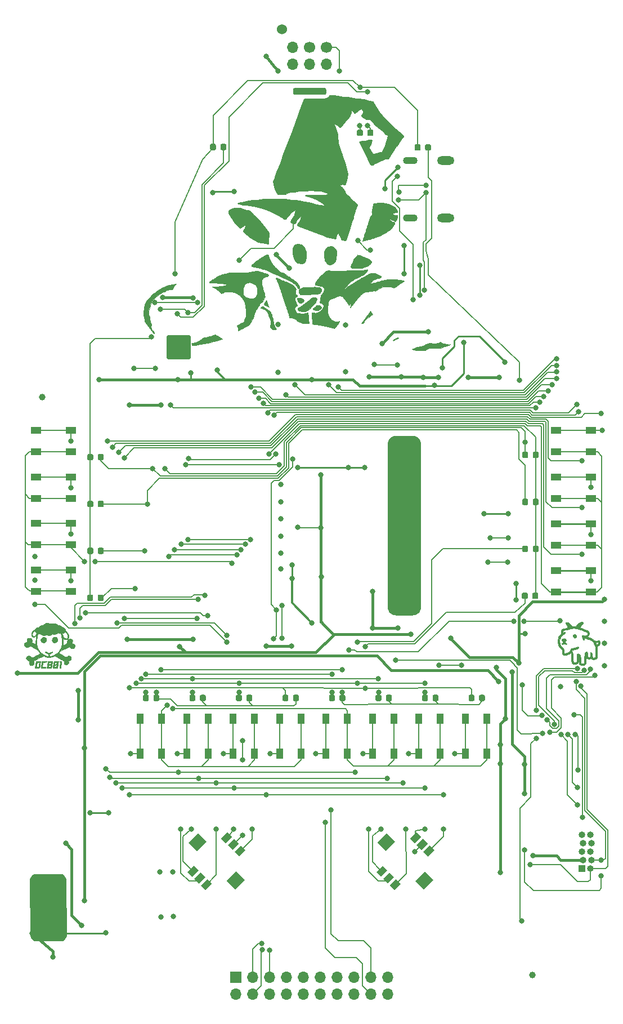
<source format=gtl>
G04 #@! TF.GenerationSoftware,KiCad,Pcbnew,(5.1.5)-3*
G04 #@! TF.CreationDate,2021-01-15T00:49:48-07:00*
G04 #@! TF.ProjectId,purplewizard,70757270-6c65-4776-997a-6172642e6b69,0.1*
G04 #@! TF.SameCoordinates,PX613b810PYa454c00*
G04 #@! TF.FileFunction,Copper,L1,Top*
G04 #@! TF.FilePolarity,Positive*
%FSLAX46Y46*%
G04 Gerber Fmt 4.6, Leading zero omitted, Abs format (unit mm)*
G04 Created by KiCad (PCBNEW (5.1.5)-3) date 2021-01-15 00:49:48*
%MOMM*%
%LPD*%
G04 APERTURE LIST*
%ADD10C,0.010000*%
%ADD11C,0.100000*%
%ADD12C,1.700000*%
%ADD13O,1.700000X1.700000*%
%ADD14C,1.524000*%
%ADD15C,1.000000*%
%ADD16C,0.500000*%
%ADD17R,1.550000X1.000000*%
%ADD18R,1.000000X1.550000*%
%ADD19R,1.000000X1.000000*%
%ADD20O,1.000000X1.000000*%
%ADD21O,2.600000X1.300000*%
%ADD22O,2.200000X1.100000*%
%ADD23R,1.700000X1.700000*%
%ADD24C,0.800000*%
%ADD25C,0.254000*%
%ADD26C,0.177800*%
%ADD27C,0.381000*%
%ADD28C,0.228600*%
%ADD29C,0.203200*%
%ADD30C,0.304800*%
%ADD31C,0.250000*%
%ADD32C,0.152400*%
G04 APERTURE END LIST*
D10*
G36*
X85869905Y57754492D02*
G01*
X85918696Y57734386D01*
X85985578Y57681314D01*
X86028108Y57603946D01*
X86046721Y57512306D01*
X86041853Y57416415D01*
X86013939Y57326298D01*
X85963415Y57251976D01*
X85895724Y57205483D01*
X85818660Y57180301D01*
X85757219Y57181304D01*
X85693143Y57209299D01*
X85683877Y57214835D01*
X85607505Y57277595D01*
X85563555Y57357018D01*
X85547486Y57461961D01*
X85547200Y57481511D01*
X85550499Y57554924D01*
X85565501Y57606389D01*
X85599864Y57656097D01*
X85623746Y57683340D01*
X85698913Y57746235D01*
X85778757Y57769570D01*
X85869905Y57754492D01*
G37*
X85869905Y57754492D02*
X85918696Y57734386D01*
X85985578Y57681314D01*
X86028108Y57603946D01*
X86046721Y57512306D01*
X86041853Y57416415D01*
X86013939Y57326298D01*
X85963415Y57251976D01*
X85895724Y57205483D01*
X85818660Y57180301D01*
X85757219Y57181304D01*
X85693143Y57209299D01*
X85683877Y57214835D01*
X85607505Y57277595D01*
X85563555Y57357018D01*
X85547486Y57461961D01*
X85547200Y57481511D01*
X85550499Y57554924D01*
X85565501Y57606389D01*
X85599864Y57656097D01*
X85623746Y57683340D01*
X85698913Y57746235D01*
X85778757Y57769570D01*
X85869905Y57754492D01*
G36*
X84292894Y57085376D02*
G01*
X84397439Y57051296D01*
X84467739Y56995723D01*
X84502503Y56919660D01*
X84501152Y56827779D01*
X84474081Y56762990D01*
X84424867Y56703011D01*
X84365990Y56660112D01*
X84316503Y56646234D01*
X84286294Y56637283D01*
X84279796Y56602898D01*
X84281085Y56588787D01*
X84293403Y56551479D01*
X84326189Y56516383D01*
X84387537Y56475700D01*
X84414484Y56460248D01*
X84492270Y56414606D01*
X84539542Y56379318D01*
X84563766Y56346039D01*
X84572405Y56306421D01*
X84573209Y56282791D01*
X84558232Y56232371D01*
X84513462Y56210727D01*
X84440248Y56217964D01*
X84339942Y56254186D01*
X84320332Y56263215D01*
X84186679Y56326423D01*
X84119046Y56274837D01*
X84040946Y56227236D01*
X83972157Y56207721D01*
X83919970Y56217430D01*
X83898151Y56240420D01*
X83878575Y56293304D01*
X83883851Y56342703D01*
X83917351Y56397822D01*
X83980866Y56466317D01*
X84033634Y56521907D01*
X84071556Y56568754D01*
X84086681Y56597001D01*
X84086700Y56597529D01*
X84068968Y56622383D01*
X84025082Y56649853D01*
X84012482Y56655509D01*
X83925609Y56708019D01*
X83863752Y56778343D01*
X83834625Y56857019D01*
X83833368Y56875167D01*
X83847901Y56965264D01*
X83894400Y57031223D01*
X83974291Y57074024D01*
X84088995Y57094648D01*
X84155394Y57096959D01*
X84292894Y57085376D01*
G37*
X84292894Y57085376D02*
X84397439Y57051296D01*
X84467739Y56995723D01*
X84502503Y56919660D01*
X84501152Y56827779D01*
X84474081Y56762990D01*
X84424867Y56703011D01*
X84365990Y56660112D01*
X84316503Y56646234D01*
X84286294Y56637283D01*
X84279796Y56602898D01*
X84281085Y56588787D01*
X84293403Y56551479D01*
X84326189Y56516383D01*
X84387537Y56475700D01*
X84414484Y56460248D01*
X84492270Y56414606D01*
X84539542Y56379318D01*
X84563766Y56346039D01*
X84572405Y56306421D01*
X84573209Y56282791D01*
X84558232Y56232371D01*
X84513462Y56210727D01*
X84440248Y56217964D01*
X84339942Y56254186D01*
X84320332Y56263215D01*
X84186679Y56326423D01*
X84119046Y56274837D01*
X84040946Y56227236D01*
X83972157Y56207721D01*
X83919970Y56217430D01*
X83898151Y56240420D01*
X83878575Y56293304D01*
X83883851Y56342703D01*
X83917351Y56397822D01*
X83980866Y56466317D01*
X84033634Y56521907D01*
X84071556Y56568754D01*
X84086681Y56597001D01*
X84086700Y56597529D01*
X84068968Y56622383D01*
X84025082Y56649853D01*
X84012482Y56655509D01*
X83925609Y56708019D01*
X83863752Y56778343D01*
X83834625Y56857019D01*
X83833368Y56875167D01*
X83847901Y56965264D01*
X83894400Y57031223D01*
X83974291Y57074024D01*
X84088995Y57094648D01*
X84155394Y57096959D01*
X84292894Y57085376D01*
G36*
X7649279Y57305958D02*
G01*
X7761223Y57276384D01*
X7859836Y57217423D01*
X7936735Y57129148D01*
X7940598Y57122711D01*
X7993458Y56995468D01*
X8006801Y56866444D01*
X7981117Y56742102D01*
X7916891Y56628906D01*
X7902015Y56611053D01*
X7845648Y56557439D01*
X7785069Y56514987D01*
X7766002Y56505498D01*
X7662630Y56480538D01*
X7544406Y56479938D01*
X7430492Y56502859D01*
X7382261Y56522318D01*
X7301107Y56578331D01*
X7234931Y56651793D01*
X7234095Y56653048D01*
X7202815Y56707222D01*
X7185592Y56760877D01*
X7178558Y56830216D01*
X7177616Y56889650D01*
X7180127Y56976868D01*
X7190318Y57038306D01*
X7212179Y57090355D01*
X7235848Y57128903D01*
X7317288Y57217616D01*
X7418928Y57276647D01*
X7532386Y57306070D01*
X7649279Y57305958D01*
G37*
X7649279Y57305958D02*
X7761223Y57276384D01*
X7859836Y57217423D01*
X7936735Y57129148D01*
X7940598Y57122711D01*
X7993458Y56995468D01*
X8006801Y56866444D01*
X7981117Y56742102D01*
X7916891Y56628906D01*
X7902015Y56611053D01*
X7845648Y56557439D01*
X7785069Y56514987D01*
X7766002Y56505498D01*
X7662630Y56480538D01*
X7544406Y56479938D01*
X7430492Y56502859D01*
X7382261Y56522318D01*
X7301107Y56578331D01*
X7234931Y56651793D01*
X7234095Y56653048D01*
X7202815Y56707222D01*
X7185592Y56760877D01*
X7178558Y56830216D01*
X7177616Y56889650D01*
X7180127Y56976868D01*
X7190318Y57038306D01*
X7212179Y57090355D01*
X7235848Y57128903D01*
X7317288Y57217616D01*
X7418928Y57276647D01*
X7532386Y57306070D01*
X7649279Y57305958D01*
G36*
X6016804Y57291333D02*
G01*
X6126002Y57241665D01*
X6183866Y57195518D01*
X6249036Y57115124D01*
X6285779Y57023044D01*
X6297433Y56908866D01*
X6295399Y56847764D01*
X6270594Y56719186D01*
X6213243Y56616945D01*
X6121698Y56538438D01*
X6087150Y56519038D01*
X5998304Y56489721D01*
X5892726Y56478066D01*
X5788126Y56484386D01*
X5702219Y56508993D01*
X5695950Y56512147D01*
X5608762Y56568170D01*
X5547502Y56635399D01*
X5513780Y56693016D01*
X5484283Y56785364D01*
X5474304Y56895983D01*
X5484120Y57005434D01*
X5508210Y57082977D01*
X5576282Y57180767D01*
X5669775Y57251930D01*
X5780092Y57295033D01*
X5898634Y57308645D01*
X6016804Y57291333D01*
G37*
X6016804Y57291333D02*
X6126002Y57241665D01*
X6183866Y57195518D01*
X6249036Y57115124D01*
X6285779Y57023044D01*
X6297433Y56908866D01*
X6295399Y56847764D01*
X6270594Y56719186D01*
X6213243Y56616945D01*
X6121698Y56538438D01*
X6087150Y56519038D01*
X5998304Y56489721D01*
X5892726Y56478066D01*
X5788126Y56484386D01*
X5702219Y56508993D01*
X5695950Y56512147D01*
X5608762Y56568170D01*
X5547502Y56635399D01*
X5513780Y56693016D01*
X5484283Y56785364D01*
X5474304Y56895983D01*
X5484120Y57005434D01*
X5508210Y57082977D01*
X5576282Y57180767D01*
X5669775Y57251930D01*
X5780092Y57295033D01*
X5898634Y57308645D01*
X6016804Y57291333D01*
G36*
X56940986Y122551714D02*
G01*
X57321902Y122504632D01*
X57679164Y122426885D01*
X58010907Y122318981D01*
X58315266Y122181425D01*
X58590375Y122014727D01*
X58601978Y122006590D01*
X58774654Y121872345D01*
X58907757Y121739941D01*
X59003696Y121605754D01*
X59064876Y121466159D01*
X59093706Y121317531D01*
X59096617Y121261784D01*
X59099450Y121109317D01*
X58897504Y121109317D01*
X58799928Y121108232D01*
X58729318Y121102709D01*
X58670323Y121089348D01*
X58607587Y121064751D01*
X58531196Y121028201D01*
X58458239Y120989117D01*
X58403929Y120954091D01*
X58376512Y120928707D01*
X58374965Y120922368D01*
X58400161Y120896562D01*
X58455851Y120862708D01*
X58532146Y120825472D01*
X58619163Y120789519D01*
X58707015Y120759518D01*
X58738992Y120750536D01*
X58833116Y120731717D01*
X58934526Y120719852D01*
X58985011Y120717734D01*
X59054390Y120715833D01*
X59092764Y120707441D01*
X59111390Y120688523D01*
X59117858Y120670109D01*
X59129962Y120582584D01*
X59121962Y120477502D01*
X59093098Y120345913D01*
X59089047Y120330996D01*
X59062082Y120232597D01*
X59033929Y120129059D01*
X59013463Y120053146D01*
X58969081Y119934358D01*
X58910333Y119855308D01*
X58837443Y119816092D01*
X58750636Y119816809D01*
X58650137Y119857555D01*
X58613634Y119880048D01*
X58513352Y119938526D01*
X58392628Y119996365D01*
X58260668Y120050396D01*
X58126680Y120097451D01*
X57999872Y120134361D01*
X57889451Y120157958D01*
X57804625Y120165074D01*
X57788680Y120163929D01*
X57770267Y120159172D01*
X57767241Y120148656D01*
X57783289Y120129160D01*
X57822099Y120097460D01*
X57887359Y120050333D01*
X57982757Y119984556D01*
X58033101Y119950320D01*
X58155287Y119870346D01*
X58277310Y119795694D01*
X58389081Y119732241D01*
X58480515Y119685863D01*
X58506783Y119674366D01*
X58676116Y119604910D01*
X58682563Y119505258D01*
X58680812Y119428487D01*
X58659528Y119369109D01*
X58638123Y119336712D01*
X58605401Y119288685D01*
X58558928Y119215747D01*
X58506102Y119129655D01*
X58474873Y119077317D01*
X58393345Y118944218D01*
X58320113Y118838989D01*
X58245782Y118751040D01*
X58160958Y118669782D01*
X58056247Y118584625D01*
X58000236Y118542285D01*
X57848045Y118431839D01*
X57685362Y118318924D01*
X57516609Y118206184D01*
X57346204Y118096264D01*
X57178569Y117991807D01*
X57018123Y117895459D01*
X56869286Y117809863D01*
X56736479Y117737665D01*
X56624122Y117681508D01*
X56536634Y117644037D01*
X56478437Y117627897D01*
X56471115Y117627460D01*
X56398391Y117610121D01*
X56341060Y117574484D01*
X56285488Y117539341D01*
X56230937Y117521965D01*
X56223803Y117521567D01*
X56173625Y117513832D01*
X56103746Y117493996D01*
X56057525Y117477312D01*
X55935699Y117431036D01*
X55791209Y117379243D01*
X55630902Y117324103D01*
X55461622Y117267788D01*
X55290217Y117212471D01*
X55123531Y117160322D01*
X54968410Y117113514D01*
X54831701Y117074217D01*
X54720250Y117044604D01*
X54640902Y117026847D01*
X54633283Y117025519D01*
X54524074Y117004853D01*
X54392564Y116976105D01*
X54256981Y116943426D01*
X54158186Y116917339D01*
X54058368Y116889922D01*
X53973666Y116867192D01*
X53912212Y116851292D01*
X53882140Y116844366D01*
X53880822Y116844234D01*
X53882544Y116863153D01*
X53896123Y116915535D01*
X53919633Y116994813D01*
X53951151Y117094423D01*
X53978578Y117177609D01*
X54031212Y117335326D01*
X54089331Y117510563D01*
X54151564Y117699095D01*
X54216537Y117896696D01*
X54282878Y118099139D01*
X54349215Y118302198D01*
X54414173Y118501647D01*
X54476381Y118693259D01*
X54534465Y118872810D01*
X54587053Y119036072D01*
X54632772Y119178820D01*
X54670249Y119296827D01*
X54698111Y119385867D01*
X54714986Y119441714D01*
X54719434Y119458317D01*
X54746581Y119566978D01*
X54787797Y119699560D01*
X54838617Y119841924D01*
X54849721Y119870792D01*
X54880588Y119960776D01*
X54912225Y120070367D01*
X54938302Y120177439D01*
X54940596Y120188292D01*
X54985303Y120353200D01*
X55044363Y120491118D01*
X55115028Y120596465D01*
X55165288Y120644380D01*
X55219737Y120695033D01*
X55262783Y120750363D01*
X55268305Y120760110D01*
X55288702Y120828510D01*
X55297289Y120921096D01*
X55293990Y121021378D01*
X55278726Y121112866D01*
X55270104Y121140982D01*
X55256391Y121190808D01*
X55257160Y121238101D01*
X55273667Y121300279D01*
X55283708Y121329672D01*
X55309618Y121417970D01*
X55329630Y121511909D01*
X55335301Y121552007D01*
X55349978Y121638245D01*
X55374164Y121732835D01*
X55386808Y121771570D01*
X55410325Y121854444D01*
X55424811Y121939086D01*
X55427033Y121975283D01*
X55434787Y122057209D01*
X55453926Y122142222D01*
X55458783Y122157067D01*
X55479156Y122238164D01*
X55489993Y122326814D01*
X55490533Y122346624D01*
X55490533Y122446191D01*
X55654575Y122480982D01*
X55814942Y122513186D01*
X55955512Y122536594D01*
X56089187Y122552470D01*
X56228873Y122562080D01*
X56387472Y122566689D01*
X56538283Y122567625D01*
X56940986Y122551714D01*
G37*
X56940986Y122551714D02*
X57321902Y122504632D01*
X57679164Y122426885D01*
X58010907Y122318981D01*
X58315266Y122181425D01*
X58590375Y122014727D01*
X58601978Y122006590D01*
X58774654Y121872345D01*
X58907757Y121739941D01*
X59003696Y121605754D01*
X59064876Y121466159D01*
X59093706Y121317531D01*
X59096617Y121261784D01*
X59099450Y121109317D01*
X58897504Y121109317D01*
X58799928Y121108232D01*
X58729318Y121102709D01*
X58670323Y121089348D01*
X58607587Y121064751D01*
X58531196Y121028201D01*
X58458239Y120989117D01*
X58403929Y120954091D01*
X58376512Y120928707D01*
X58374965Y120922368D01*
X58400161Y120896562D01*
X58455851Y120862708D01*
X58532146Y120825472D01*
X58619163Y120789519D01*
X58707015Y120759518D01*
X58738992Y120750536D01*
X58833116Y120731717D01*
X58934526Y120719852D01*
X58985011Y120717734D01*
X59054390Y120715833D01*
X59092764Y120707441D01*
X59111390Y120688523D01*
X59117858Y120670109D01*
X59129962Y120582584D01*
X59121962Y120477502D01*
X59093098Y120345913D01*
X59089047Y120330996D01*
X59062082Y120232597D01*
X59033929Y120129059D01*
X59013463Y120053146D01*
X58969081Y119934358D01*
X58910333Y119855308D01*
X58837443Y119816092D01*
X58750636Y119816809D01*
X58650137Y119857555D01*
X58613634Y119880048D01*
X58513352Y119938526D01*
X58392628Y119996365D01*
X58260668Y120050396D01*
X58126680Y120097451D01*
X57999872Y120134361D01*
X57889451Y120157958D01*
X57804625Y120165074D01*
X57788680Y120163929D01*
X57770267Y120159172D01*
X57767241Y120148656D01*
X57783289Y120129160D01*
X57822099Y120097460D01*
X57887359Y120050333D01*
X57982757Y119984556D01*
X58033101Y119950320D01*
X58155287Y119870346D01*
X58277310Y119795694D01*
X58389081Y119732241D01*
X58480515Y119685863D01*
X58506783Y119674366D01*
X58676116Y119604910D01*
X58682563Y119505258D01*
X58680812Y119428487D01*
X58659528Y119369109D01*
X58638123Y119336712D01*
X58605401Y119288685D01*
X58558928Y119215747D01*
X58506102Y119129655D01*
X58474873Y119077317D01*
X58393345Y118944218D01*
X58320113Y118838989D01*
X58245782Y118751040D01*
X58160958Y118669782D01*
X58056247Y118584625D01*
X58000236Y118542285D01*
X57848045Y118431839D01*
X57685362Y118318924D01*
X57516609Y118206184D01*
X57346204Y118096264D01*
X57178569Y117991807D01*
X57018123Y117895459D01*
X56869286Y117809863D01*
X56736479Y117737665D01*
X56624122Y117681508D01*
X56536634Y117644037D01*
X56478437Y117627897D01*
X56471115Y117627460D01*
X56398391Y117610121D01*
X56341060Y117574484D01*
X56285488Y117539341D01*
X56230937Y117521965D01*
X56223803Y117521567D01*
X56173625Y117513832D01*
X56103746Y117493996D01*
X56057525Y117477312D01*
X55935699Y117431036D01*
X55791209Y117379243D01*
X55630902Y117324103D01*
X55461622Y117267788D01*
X55290217Y117212471D01*
X55123531Y117160322D01*
X54968410Y117113514D01*
X54831701Y117074217D01*
X54720250Y117044604D01*
X54640902Y117026847D01*
X54633283Y117025519D01*
X54524074Y117004853D01*
X54392564Y116976105D01*
X54256981Y116943426D01*
X54158186Y116917339D01*
X54058368Y116889922D01*
X53973666Y116867192D01*
X53912212Y116851292D01*
X53882140Y116844366D01*
X53880822Y116844234D01*
X53882544Y116863153D01*
X53896123Y116915535D01*
X53919633Y116994813D01*
X53951151Y117094423D01*
X53978578Y117177609D01*
X54031212Y117335326D01*
X54089331Y117510563D01*
X54151564Y117699095D01*
X54216537Y117896696D01*
X54282878Y118099139D01*
X54349215Y118302198D01*
X54414173Y118501647D01*
X54476381Y118693259D01*
X54534465Y118872810D01*
X54587053Y119036072D01*
X54632772Y119178820D01*
X54670249Y119296827D01*
X54698111Y119385867D01*
X54714986Y119441714D01*
X54719434Y119458317D01*
X54746581Y119566978D01*
X54787797Y119699560D01*
X54838617Y119841924D01*
X54849721Y119870792D01*
X54880588Y119960776D01*
X54912225Y120070367D01*
X54938302Y120177439D01*
X54940596Y120188292D01*
X54985303Y120353200D01*
X55044363Y120491118D01*
X55115028Y120596465D01*
X55165288Y120644380D01*
X55219737Y120695033D01*
X55262783Y120750363D01*
X55268305Y120760110D01*
X55288702Y120828510D01*
X55297289Y120921096D01*
X55293990Y121021378D01*
X55278726Y121112866D01*
X55270104Y121140982D01*
X55256391Y121190808D01*
X55257160Y121238101D01*
X55273667Y121300279D01*
X55283708Y121329672D01*
X55309618Y121417970D01*
X55329630Y121511909D01*
X55335301Y121552007D01*
X55349978Y121638245D01*
X55374164Y121732835D01*
X55386808Y121771570D01*
X55410325Y121854444D01*
X55424811Y121939086D01*
X55427033Y121975283D01*
X55434787Y122057209D01*
X55453926Y122142222D01*
X55458783Y122157067D01*
X55479156Y122238164D01*
X55489993Y122326814D01*
X55490533Y122346624D01*
X55490533Y122446191D01*
X55654575Y122480982D01*
X55814942Y122513186D01*
X55955512Y122536594D01*
X56089187Y122552470D01*
X56228873Y122562080D01*
X56387472Y122566689D01*
X56538283Y122567625D01*
X56940986Y122551714D01*
G36*
X34892394Y121853367D02*
G01*
X34973945Y121849601D01*
X35250948Y121827873D01*
X35493825Y121794314D01*
X35709511Y121747407D01*
X35904937Y121685635D01*
X36087036Y121607481D01*
X36092459Y121604822D01*
X36177213Y121565547D01*
X36253267Y121537481D01*
X36334632Y121516783D01*
X36435319Y121499612D01*
X36515792Y121488773D01*
X36663109Y121469080D01*
X36776524Y121449517D01*
X36864228Y121425709D01*
X36934412Y121393283D01*
X36995266Y121347866D01*
X37054982Y121285084D01*
X37121750Y121200563D01*
X37165427Y121141898D01*
X37206675Y121094536D01*
X37272973Y121028104D01*
X37356425Y120950114D01*
X37449134Y120868079D01*
X37488033Y120834982D01*
X37896781Y120466206D01*
X38291180Y120059264D01*
X38668962Y119616561D01*
X38827382Y119413638D01*
X38911617Y119305184D01*
X39003550Y119190713D01*
X39092629Y119083146D01*
X39168303Y118995405D01*
X39175077Y118987829D01*
X39258325Y118886892D01*
X39350535Y118761324D01*
X39442140Y118624555D01*
X39496248Y118536983D01*
X39562331Y118429537D01*
X39629933Y118325719D01*
X39692275Y118235552D01*
X39742580Y118169057D01*
X39754680Y118154807D01*
X39848366Y118049321D01*
X39848366Y117858860D01*
X39841843Y117712868D01*
X39821010Y117593119D01*
X39806318Y117543581D01*
X39786195Y117462622D01*
X39767268Y117345844D01*
X39750179Y117199755D01*
X39735570Y117030868D01*
X39724080Y116845691D01*
X39716352Y116650735D01*
X39715580Y116621984D01*
X39710783Y116431484D01*
X39604950Y116428176D01*
X39522833Y116432407D01*
X39442774Y116446967D01*
X39419094Y116454301D01*
X39373027Y116466295D01*
X39293111Y116481927D01*
X39187529Y116499808D01*
X39064466Y116518554D01*
X38932260Y116536757D01*
X38717765Y116567692D01*
X38533632Y116602018D01*
X38367892Y116643387D01*
X38208575Y116695452D01*
X38043711Y116761865D01*
X37861331Y116846277D01*
X37769553Y116891509D01*
X37628630Y116965395D01*
X37476393Y117051204D01*
X37319273Y117144768D01*
X37163703Y117241921D01*
X37016114Y117338495D01*
X36882938Y117430323D01*
X36770607Y117513238D01*
X36685553Y117583073D01*
X36650974Y117616237D01*
X36579200Y117685750D01*
X36497344Y117756200D01*
X36451116Y117791841D01*
X36294607Y117908696D01*
X36171427Y118010130D01*
X36077461Y118100480D01*
X36008599Y118184081D01*
X35960728Y118265270D01*
X35932566Y118338611D01*
X35919603Y118388438D01*
X35920171Y118425212D01*
X35938357Y118463777D01*
X35978248Y118518977D01*
X35984466Y118527134D01*
X36038947Y118604869D01*
X36091529Y118689979D01*
X36114328Y118731774D01*
X36147430Y118804540D01*
X36183870Y118896409D01*
X36220037Y118996701D01*
X36252320Y119094738D01*
X36277109Y119179840D01*
X36290793Y119241330D01*
X36292366Y119258345D01*
X36289173Y119291253D01*
X36272440Y119287581D01*
X36255325Y119273079D01*
X36219075Y119248342D01*
X36156603Y119212742D01*
X36080122Y119173161D01*
X36063793Y119165166D01*
X35968219Y119112425D01*
X35868300Y119047188D01*
X35788626Y118985992D01*
X35678803Y118896311D01*
X35589798Y118836241D01*
X35515822Y118802461D01*
X35451092Y118791651D01*
X35449948Y118791646D01*
X35422943Y118794576D01*
X35393659Y118805984D01*
X35357383Y118829702D01*
X35309402Y118869562D01*
X35245003Y118929398D01*
X35159472Y119013042D01*
X35079133Y119093192D01*
X34931783Y119245050D01*
X34806379Y119384669D01*
X34691358Y119525686D01*
X34575162Y119681738D01*
X34548613Y119718989D01*
X34414087Y119911963D01*
X34283449Y120105027D01*
X34160463Y120292286D01*
X34048893Y120467846D01*
X33952501Y120625812D01*
X33875050Y120760289D01*
X33831838Y120841821D01*
X33789605Y120929083D01*
X33762796Y120996965D01*
X33747318Y121061597D01*
X33739082Y121139108D01*
X33734835Y121224306D01*
X33726582Y121429787D01*
X33998766Y121590284D01*
X34113106Y121656458D01*
X34203553Y121704751D01*
X34281840Y121740142D01*
X34359703Y121767611D01*
X34448877Y121792137D01*
X34508279Y121806477D01*
X34623248Y121831949D01*
X34714374Y121847216D01*
X34798481Y121853836D01*
X34892394Y121853367D01*
G37*
X34892394Y121853367D02*
X34973945Y121849601D01*
X35250948Y121827873D01*
X35493825Y121794314D01*
X35709511Y121747407D01*
X35904937Y121685635D01*
X36087036Y121607481D01*
X36092459Y121604822D01*
X36177213Y121565547D01*
X36253267Y121537481D01*
X36334632Y121516783D01*
X36435319Y121499612D01*
X36515792Y121488773D01*
X36663109Y121469080D01*
X36776524Y121449517D01*
X36864228Y121425709D01*
X36934412Y121393283D01*
X36995266Y121347866D01*
X37054982Y121285084D01*
X37121750Y121200563D01*
X37165427Y121141898D01*
X37206675Y121094536D01*
X37272973Y121028104D01*
X37356425Y120950114D01*
X37449134Y120868079D01*
X37488033Y120834982D01*
X37896781Y120466206D01*
X38291180Y120059264D01*
X38668962Y119616561D01*
X38827382Y119413638D01*
X38911617Y119305184D01*
X39003550Y119190713D01*
X39092629Y119083146D01*
X39168303Y118995405D01*
X39175077Y118987829D01*
X39258325Y118886892D01*
X39350535Y118761324D01*
X39442140Y118624555D01*
X39496248Y118536983D01*
X39562331Y118429537D01*
X39629933Y118325719D01*
X39692275Y118235552D01*
X39742580Y118169057D01*
X39754680Y118154807D01*
X39848366Y118049321D01*
X39848366Y117858860D01*
X39841843Y117712868D01*
X39821010Y117593119D01*
X39806318Y117543581D01*
X39786195Y117462622D01*
X39767268Y117345844D01*
X39750179Y117199755D01*
X39735570Y117030868D01*
X39724080Y116845691D01*
X39716352Y116650735D01*
X39715580Y116621984D01*
X39710783Y116431484D01*
X39604950Y116428176D01*
X39522833Y116432407D01*
X39442774Y116446967D01*
X39419094Y116454301D01*
X39373027Y116466295D01*
X39293111Y116481927D01*
X39187529Y116499808D01*
X39064466Y116518554D01*
X38932260Y116536757D01*
X38717765Y116567692D01*
X38533632Y116602018D01*
X38367892Y116643387D01*
X38208575Y116695452D01*
X38043711Y116761865D01*
X37861331Y116846277D01*
X37769553Y116891509D01*
X37628630Y116965395D01*
X37476393Y117051204D01*
X37319273Y117144768D01*
X37163703Y117241921D01*
X37016114Y117338495D01*
X36882938Y117430323D01*
X36770607Y117513238D01*
X36685553Y117583073D01*
X36650974Y117616237D01*
X36579200Y117685750D01*
X36497344Y117756200D01*
X36451116Y117791841D01*
X36294607Y117908696D01*
X36171427Y118010130D01*
X36077461Y118100480D01*
X36008599Y118184081D01*
X35960728Y118265270D01*
X35932566Y118338611D01*
X35919603Y118388438D01*
X35920171Y118425212D01*
X35938357Y118463777D01*
X35978248Y118518977D01*
X35984466Y118527134D01*
X36038947Y118604869D01*
X36091529Y118689979D01*
X36114328Y118731774D01*
X36147430Y118804540D01*
X36183870Y118896409D01*
X36220037Y118996701D01*
X36252320Y119094738D01*
X36277109Y119179840D01*
X36290793Y119241330D01*
X36292366Y119258345D01*
X36289173Y119291253D01*
X36272440Y119287581D01*
X36255325Y119273079D01*
X36219075Y119248342D01*
X36156603Y119212742D01*
X36080122Y119173161D01*
X36063793Y119165166D01*
X35968219Y119112425D01*
X35868300Y119047188D01*
X35788626Y118985992D01*
X35678803Y118896311D01*
X35589798Y118836241D01*
X35515822Y118802461D01*
X35451092Y118791651D01*
X35449948Y118791646D01*
X35422943Y118794576D01*
X35393659Y118805984D01*
X35357383Y118829702D01*
X35309402Y118869562D01*
X35245003Y118929398D01*
X35159472Y119013042D01*
X35079133Y119093192D01*
X34931783Y119245050D01*
X34806379Y119384669D01*
X34691358Y119525686D01*
X34575162Y119681738D01*
X34548613Y119718989D01*
X34414087Y119911963D01*
X34283449Y120105027D01*
X34160463Y120292286D01*
X34048893Y120467846D01*
X33952501Y120625812D01*
X33875050Y120760289D01*
X33831838Y120841821D01*
X33789605Y120929083D01*
X33762796Y120996965D01*
X33747318Y121061597D01*
X33739082Y121139108D01*
X33734835Y121224306D01*
X33726582Y121429787D01*
X33998766Y121590284D01*
X34113106Y121656458D01*
X34203553Y121704751D01*
X34281840Y121740142D01*
X34359703Y121767611D01*
X34448877Y121792137D01*
X34508279Y121806477D01*
X34623248Y121831949D01*
X34714374Y121847216D01*
X34798481Y121853836D01*
X34892394Y121853367D01*
G36*
X44322783Y116370371D02*
G01*
X44487847Y116344417D01*
X44644058Y116303820D01*
X44779899Y116249961D01*
X44804835Y116237053D01*
X44939416Y116140819D01*
X45060673Y116008001D01*
X45166919Y115842714D01*
X45256468Y115649075D01*
X45327633Y115431202D01*
X45378730Y115193211D01*
X45408071Y114939219D01*
X45414780Y114747855D01*
X45410238Y114587885D01*
X45397088Y114414780D01*
X45376890Y114240969D01*
X45351203Y114078882D01*
X45321585Y113940949D01*
X45307070Y113889031D01*
X45246133Y113746051D01*
X45160879Y113636701D01*
X45048749Y113558296D01*
X44956586Y113521516D01*
X44787662Y113483447D01*
X44609343Y113467753D01*
X44438888Y113475359D01*
X44356866Y113489328D01*
X44152588Y113554651D01*
X43973632Y113651945D01*
X43822395Y113779438D01*
X43701270Y113935359D01*
X43663318Y114002310D01*
X43529103Y114308678D01*
X43431340Y114636479D01*
X43370068Y114985549D01*
X43346941Y115291700D01*
X43343062Y115424684D01*
X43342064Y115524600D01*
X43344566Y115600651D01*
X43351185Y115662042D01*
X43362538Y115717977D01*
X43379244Y115777660D01*
X43379643Y115778972D01*
X43446231Y115939242D01*
X43541220Y116084716D01*
X43657988Y116208026D01*
X43789913Y116301802D01*
X43889678Y116346594D01*
X44012180Y116372839D01*
X44160388Y116380305D01*
X44322783Y116370371D01*
G37*
X44322783Y116370371D02*
X44487847Y116344417D01*
X44644058Y116303820D01*
X44779899Y116249961D01*
X44804835Y116237053D01*
X44939416Y116140819D01*
X45060673Y116008001D01*
X45166919Y115842714D01*
X45256468Y115649075D01*
X45327633Y115431202D01*
X45378730Y115193211D01*
X45408071Y114939219D01*
X45414780Y114747855D01*
X45410238Y114587885D01*
X45397088Y114414780D01*
X45376890Y114240969D01*
X45351203Y114078882D01*
X45321585Y113940949D01*
X45307070Y113889031D01*
X45246133Y113746051D01*
X45160879Y113636701D01*
X45048749Y113558296D01*
X44956586Y113521516D01*
X44787662Y113483447D01*
X44609343Y113467753D01*
X44438888Y113475359D01*
X44356866Y113489328D01*
X44152588Y113554651D01*
X43973632Y113651945D01*
X43822395Y113779438D01*
X43701270Y113935359D01*
X43663318Y114002310D01*
X43529103Y114308678D01*
X43431340Y114636479D01*
X43370068Y114985549D01*
X43346941Y115291700D01*
X43343062Y115424684D01*
X43342064Y115524600D01*
X43344566Y115600651D01*
X43351185Y115662042D01*
X43362538Y115717977D01*
X43379244Y115777660D01*
X43379643Y115778972D01*
X43446231Y115939242D01*
X43541220Y116084716D01*
X43657988Y116208026D01*
X43789913Y116301802D01*
X43889678Y116346594D01*
X44012180Y116372839D01*
X44160388Y116380305D01*
X44322783Y116370371D01*
G36*
X49185335Y116028487D02*
G01*
X49263178Y116024761D01*
X49321531Y116016287D01*
X49371811Y116001213D01*
X49425433Y115977686D01*
X49440797Y115970218D01*
X49546733Y115903087D01*
X49664148Y115799526D01*
X49715964Y115746310D01*
X49804639Y115647416D01*
X49875320Y115555602D01*
X49929002Y115465195D01*
X49966679Y115370520D01*
X49989347Y115265902D01*
X49997999Y115145666D01*
X49993632Y115004138D01*
X49977238Y114835644D01*
X49949814Y114634508D01*
X49931645Y114515900D01*
X49894529Y114296350D01*
X49857093Y114113694D01*
X49817277Y113962530D01*
X49773016Y113837456D01*
X49722249Y113733069D01*
X49662912Y113643967D01*
X49592943Y113564747D01*
X49554564Y113528273D01*
X49403473Y113411326D01*
X49249621Y113329886D01*
X49097133Y113285348D01*
X48950135Y113279103D01*
X48863871Y113294987D01*
X48712165Y113358494D01*
X48569289Y113458782D01*
X48439485Y113590548D01*
X48326996Y113748490D01*
X48236063Y113927306D01*
X48170929Y114121691D01*
X48158091Y114177234D01*
X48124429Y114367003D01*
X48100201Y114563786D01*
X48085894Y114757899D01*
X48081999Y114939657D01*
X48089003Y115099376D01*
X48105519Y115218650D01*
X48162706Y115396398D01*
X48255785Y115567289D01*
X48378335Y115723158D01*
X48523934Y115855839D01*
X48686163Y115957164D01*
X48686246Y115957205D01*
X48751824Y115988442D01*
X48805042Y116009050D01*
X48857833Y116021236D01*
X48922128Y116027202D01*
X49009862Y116029155D01*
X49076588Y116029317D01*
X49185335Y116028487D01*
G37*
X49185335Y116028487D02*
X49263178Y116024761D01*
X49321531Y116016287D01*
X49371811Y116001213D01*
X49425433Y115977686D01*
X49440797Y115970218D01*
X49546733Y115903087D01*
X49664148Y115799526D01*
X49715964Y115746310D01*
X49804639Y115647416D01*
X49875320Y115555602D01*
X49929002Y115465195D01*
X49966679Y115370520D01*
X49989347Y115265902D01*
X49997999Y115145666D01*
X49993632Y115004138D01*
X49977238Y114835644D01*
X49949814Y114634508D01*
X49931645Y114515900D01*
X49894529Y114296350D01*
X49857093Y114113694D01*
X49817277Y113962530D01*
X49773016Y113837456D01*
X49722249Y113733069D01*
X49662912Y113643967D01*
X49592943Y113564747D01*
X49554564Y113528273D01*
X49403473Y113411326D01*
X49249621Y113329886D01*
X49097133Y113285348D01*
X48950135Y113279103D01*
X48863871Y113294987D01*
X48712165Y113358494D01*
X48569289Y113458782D01*
X48439485Y113590548D01*
X48326996Y113748490D01*
X48236063Y113927306D01*
X48170929Y114121691D01*
X48158091Y114177234D01*
X48124429Y114367003D01*
X48100201Y114563786D01*
X48085894Y114757899D01*
X48081999Y114939657D01*
X48089003Y115099376D01*
X48105519Y115218650D01*
X48162706Y115396398D01*
X48255785Y115567289D01*
X48378335Y115723158D01*
X48523934Y115855839D01*
X48686163Y115957164D01*
X48686246Y115957205D01*
X48751824Y115988442D01*
X48805042Y116009050D01*
X48857833Y116021236D01*
X48922128Y116027202D01*
X49009862Y116029155D01*
X49076588Y116029317D01*
X49185335Y116028487D01*
G36*
X53138453Y114758484D02*
G01*
X53172572Y114749518D01*
X53238352Y114735983D01*
X53325630Y114719869D01*
X53404218Y114706439D01*
X53492329Y114690885D01*
X53566606Y114674339D01*
X53636458Y114653388D01*
X53711296Y114624621D01*
X53800529Y114584625D01*
X53913568Y114529988D01*
X53975718Y114499215D01*
X54098026Y114439922D01*
X54219319Y114383793D01*
X54329690Y114335224D01*
X54419232Y114298612D01*
X54463950Y114282537D01*
X54561154Y114249340D01*
X54647993Y114214384D01*
X54736348Y114172044D01*
X54838103Y114116697D01*
X54943044Y114055792D01*
X55066252Y113969873D01*
X55148161Y113880243D01*
X55189804Y113783728D01*
X55192213Y113677159D01*
X55156418Y113557363D01*
X55125828Y113493964D01*
X55084616Y113424011D01*
X55040314Y113369564D01*
X54981380Y113318819D01*
X54898286Y113261296D01*
X54691391Y113137656D01*
X54463857Y113022703D01*
X54227595Y112921434D01*
X53994518Y112838848D01*
X53776538Y112779941D01*
X53726324Y112769601D01*
X53628229Y112755808D01*
X53508255Y112746380D01*
X53378114Y112741457D01*
X53249516Y112741179D01*
X53134172Y112745685D01*
X53043795Y112755116D01*
X53014033Y112761094D01*
X52966041Y112767971D01*
X52885811Y112773747D01*
X52783433Y112777917D01*
X52668997Y112779974D01*
X52635265Y112780102D01*
X52518509Y112781658D01*
X52410206Y112785822D01*
X52320692Y112792008D01*
X52260303Y112799630D01*
X52250108Y112801919D01*
X52162119Y112846208D01*
X52099336Y112921472D01*
X52070585Y113003204D01*
X52067156Y113044371D01*
X52076816Y113084912D01*
X52104069Y113135880D01*
X52153415Y113208324D01*
X52155140Y113210744D01*
X52212077Y113298033D01*
X52273453Y113403879D01*
X52327468Y113507744D01*
X52335374Y113524379D01*
X52373564Y113613205D01*
X52413463Y113717722D01*
X52451827Y113827953D01*
X52485415Y113933918D01*
X52510982Y114025640D01*
X52525285Y114093141D01*
X52527200Y114114546D01*
X52543831Y114143951D01*
X52586832Y114184304D01*
X52630835Y114216091D01*
X52729130Y114291918D01*
X52833968Y114392783D01*
X52933317Y114505686D01*
X53015143Y114617625D01*
X53039191Y114657298D01*
X53080293Y114723437D01*
X53111222Y114755530D01*
X53137245Y114758946D01*
X53138453Y114758484D01*
G37*
X53138453Y114758484D02*
X53172572Y114749518D01*
X53238352Y114735983D01*
X53325630Y114719869D01*
X53404218Y114706439D01*
X53492329Y114690885D01*
X53566606Y114674339D01*
X53636458Y114653388D01*
X53711296Y114624621D01*
X53800529Y114584625D01*
X53913568Y114529988D01*
X53975718Y114499215D01*
X54098026Y114439922D01*
X54219319Y114383793D01*
X54329690Y114335224D01*
X54419232Y114298612D01*
X54463950Y114282537D01*
X54561154Y114249340D01*
X54647993Y114214384D01*
X54736348Y114172044D01*
X54838103Y114116697D01*
X54943044Y114055792D01*
X55066252Y113969873D01*
X55148161Y113880243D01*
X55189804Y113783728D01*
X55192213Y113677159D01*
X55156418Y113557363D01*
X55125828Y113493964D01*
X55084616Y113424011D01*
X55040314Y113369564D01*
X54981380Y113318819D01*
X54898286Y113261296D01*
X54691391Y113137656D01*
X54463857Y113022703D01*
X54227595Y112921434D01*
X53994518Y112838848D01*
X53776538Y112779941D01*
X53726324Y112769601D01*
X53628229Y112755808D01*
X53508255Y112746380D01*
X53378114Y112741457D01*
X53249516Y112741179D01*
X53134172Y112745685D01*
X53043795Y112755116D01*
X53014033Y112761094D01*
X52966041Y112767971D01*
X52885811Y112773747D01*
X52783433Y112777917D01*
X52668997Y112779974D01*
X52635265Y112780102D01*
X52518509Y112781658D01*
X52410206Y112785822D01*
X52320692Y112792008D01*
X52260303Y112799630D01*
X52250108Y112801919D01*
X52162119Y112846208D01*
X52099336Y112921472D01*
X52070585Y113003204D01*
X52067156Y113044371D01*
X52076816Y113084912D01*
X52104069Y113135880D01*
X52153415Y113208324D01*
X52155140Y113210744D01*
X52212077Y113298033D01*
X52273453Y113403879D01*
X52327468Y113507744D01*
X52335374Y113524379D01*
X52373564Y113613205D01*
X52413463Y113717722D01*
X52451827Y113827953D01*
X52485415Y113933918D01*
X52510982Y114025640D01*
X52525285Y114093141D01*
X52527200Y114114546D01*
X52543831Y114143951D01*
X52586832Y114184304D01*
X52630835Y114216091D01*
X52729130Y114291918D01*
X52833968Y114392783D01*
X52933317Y114505686D01*
X53015143Y114617625D01*
X53039191Y114657298D01*
X53080293Y114723437D01*
X53111222Y114755530D01*
X53137245Y114758946D01*
X53138453Y114758484D01*
G36*
X39658178Y114804759D02*
G01*
X39673626Y114751338D01*
X39695435Y114673237D01*
X39721239Y114578822D01*
X39800493Y114338459D01*
X39910524Y114083345D01*
X40046688Y113821908D01*
X40204338Y113562577D01*
X40378829Y113313782D01*
X40508304Y113150650D01*
X40584096Y113063952D01*
X40679778Y112960128D01*
X40784270Y112850921D01*
X40886493Y112748067D01*
X40908972Y112726104D01*
X41135403Y112517175D01*
X41345380Y112346080D01*
X41539938Y112212097D01*
X41720112Y112114509D01*
X41869552Y112057578D01*
X41995341Y112016152D01*
X42095086Y111971534D01*
X42184197Y111914878D01*
X42278084Y111837337D01*
X42319704Y111799169D01*
X42386481Y111738102D01*
X42448471Y111685346D01*
X42512387Y111636359D01*
X42584937Y111586600D01*
X42672834Y111531529D01*
X42782788Y111466604D01*
X42921509Y111387284D01*
X42963571Y111363486D01*
X43101443Y111281955D01*
X43235847Y111195889D01*
X43355231Y111112977D01*
X43447716Y111041186D01*
X43534493Y110971790D01*
X43624820Y110906167D01*
X43705057Y110853960D01*
X43740423Y110834218D01*
X43857512Y110763875D01*
X43940406Y110689386D01*
X43985546Y110614142D01*
X43990478Y110595798D01*
X44010750Y110550089D01*
X44036720Y110536235D01*
X44064638Y110518498D01*
X44106593Y110470949D01*
X44157465Y110401525D01*
X44212133Y110318166D01*
X44265478Y110228808D01*
X44312377Y110141390D01*
X44347710Y110063850D01*
X44356272Y110040879D01*
X44388956Y109924365D01*
X44397966Y109835404D01*
X44383246Y109776834D01*
X44362158Y109757019D01*
X44318081Y109742324D01*
X44254092Y109729245D01*
X44235059Y109726526D01*
X44145003Y109715069D01*
X44034885Y109930026D01*
X43961030Y110062391D01*
X43882978Y110174591D01*
X43792023Y110276500D01*
X43679457Y110377996D01*
X43552533Y110477105D01*
X43412511Y110575358D01*
X43254575Y110674129D01*
X43074859Y110775422D01*
X42869495Y110881244D01*
X42634618Y110993599D01*
X42366361Y111114493D01*
X42110006Y111225124D01*
X42027378Y111261467D01*
X41912822Y111313714D01*
X41772366Y111379022D01*
X41612039Y111454547D01*
X41437868Y111537447D01*
X41255883Y111624878D01*
X41072112Y111713997D01*
X41033700Y111732737D01*
X40794577Y111848995D01*
X40585520Y111949157D01*
X40398917Y112036421D01*
X40227153Y112113987D01*
X40062615Y112185053D01*
X39897690Y112252819D01*
X39724763Y112320484D01*
X39536221Y112391246D01*
X39324451Y112468306D01*
X39081839Y112554861D01*
X39051545Y112565593D01*
X38864192Y112631518D01*
X38708147Y112685032D01*
X38575004Y112728371D01*
X38456354Y112763773D01*
X38343787Y112793475D01*
X38228897Y112819715D01*
X38103274Y112844731D01*
X37958510Y112870759D01*
X37809067Y112896201D01*
X37616030Y112930680D01*
X37462644Y112962854D01*
X37346336Y112993498D01*
X37264537Y113023392D01*
X37214675Y113053311D01*
X37194662Y113082034D01*
X37180660Y113154783D01*
X37187924Y113209788D01*
X37221630Y113258624D01*
X37286953Y113312865D01*
X37303075Y113324529D01*
X37367650Y113373228D01*
X37452681Y113440946D01*
X37546960Y113518601D01*
X37636450Y113594661D01*
X37714999Y113658786D01*
X37821245Y113739922D01*
X37947214Y113832284D01*
X38084929Y113930086D01*
X38226418Y114027543D01*
X38313783Y114086079D01*
X38450745Y114177302D01*
X38586846Y114268967D01*
X38714722Y114356042D01*
X38827012Y114433492D01*
X38916354Y114496284D01*
X38960984Y114528590D01*
X39140742Y114649487D01*
X39310159Y114739366D01*
X39464773Y114796027D01*
X39533836Y114811008D01*
X39597210Y114820396D01*
X39640183Y114825365D01*
X39651389Y114825396D01*
X39658178Y114804759D01*
G37*
X39658178Y114804759D02*
X39673626Y114751338D01*
X39695435Y114673237D01*
X39721239Y114578822D01*
X39800493Y114338459D01*
X39910524Y114083345D01*
X40046688Y113821908D01*
X40204338Y113562577D01*
X40378829Y113313782D01*
X40508304Y113150650D01*
X40584096Y113063952D01*
X40679778Y112960128D01*
X40784270Y112850921D01*
X40886493Y112748067D01*
X40908972Y112726104D01*
X41135403Y112517175D01*
X41345380Y112346080D01*
X41539938Y112212097D01*
X41720112Y112114509D01*
X41869552Y112057578D01*
X41995341Y112016152D01*
X42095086Y111971534D01*
X42184197Y111914878D01*
X42278084Y111837337D01*
X42319704Y111799169D01*
X42386481Y111738102D01*
X42448471Y111685346D01*
X42512387Y111636359D01*
X42584937Y111586600D01*
X42672834Y111531529D01*
X42782788Y111466604D01*
X42921509Y111387284D01*
X42963571Y111363486D01*
X43101443Y111281955D01*
X43235847Y111195889D01*
X43355231Y111112977D01*
X43447716Y111041186D01*
X43534493Y110971790D01*
X43624820Y110906167D01*
X43705057Y110853960D01*
X43740423Y110834218D01*
X43857512Y110763875D01*
X43940406Y110689386D01*
X43985546Y110614142D01*
X43990478Y110595798D01*
X44010750Y110550089D01*
X44036720Y110536235D01*
X44064638Y110518498D01*
X44106593Y110470949D01*
X44157465Y110401525D01*
X44212133Y110318166D01*
X44265478Y110228808D01*
X44312377Y110141390D01*
X44347710Y110063850D01*
X44356272Y110040879D01*
X44388956Y109924365D01*
X44397966Y109835404D01*
X44383246Y109776834D01*
X44362158Y109757019D01*
X44318081Y109742324D01*
X44254092Y109729245D01*
X44235059Y109726526D01*
X44145003Y109715069D01*
X44034885Y109930026D01*
X43961030Y110062391D01*
X43882978Y110174591D01*
X43792023Y110276500D01*
X43679457Y110377996D01*
X43552533Y110477105D01*
X43412511Y110575358D01*
X43254575Y110674129D01*
X43074859Y110775422D01*
X42869495Y110881244D01*
X42634618Y110993599D01*
X42366361Y111114493D01*
X42110006Y111225124D01*
X42027378Y111261467D01*
X41912822Y111313714D01*
X41772366Y111379022D01*
X41612039Y111454547D01*
X41437868Y111537447D01*
X41255883Y111624878D01*
X41072112Y111713997D01*
X41033700Y111732737D01*
X40794577Y111848995D01*
X40585520Y111949157D01*
X40398917Y112036421D01*
X40227153Y112113987D01*
X40062615Y112185053D01*
X39897690Y112252819D01*
X39724763Y112320484D01*
X39536221Y112391246D01*
X39324451Y112468306D01*
X39081839Y112554861D01*
X39051545Y112565593D01*
X38864192Y112631518D01*
X38708147Y112685032D01*
X38575004Y112728371D01*
X38456354Y112763773D01*
X38343787Y112793475D01*
X38228897Y112819715D01*
X38103274Y112844731D01*
X37958510Y112870759D01*
X37809067Y112896201D01*
X37616030Y112930680D01*
X37462644Y112962854D01*
X37346336Y112993498D01*
X37264537Y113023392D01*
X37214675Y113053311D01*
X37194662Y113082034D01*
X37180660Y113154783D01*
X37187924Y113209788D01*
X37221630Y113258624D01*
X37286953Y113312865D01*
X37303075Y113324529D01*
X37367650Y113373228D01*
X37452681Y113440946D01*
X37546960Y113518601D01*
X37636450Y113594661D01*
X37714999Y113658786D01*
X37821245Y113739922D01*
X37947214Y113832284D01*
X38084929Y113930086D01*
X38226418Y114027543D01*
X38313783Y114086079D01*
X38450745Y114177302D01*
X38586846Y114268967D01*
X38714722Y114356042D01*
X38827012Y114433492D01*
X38916354Y114496284D01*
X38960984Y114528590D01*
X39140742Y114649487D01*
X39310159Y114739366D01*
X39464773Y114796027D01*
X39533836Y114811008D01*
X39597210Y114820396D01*
X39640183Y114825365D01*
X39651389Y114825396D01*
X39658178Y114804759D01*
G36*
X46902005Y109927352D02*
G01*
X47081568Y109919466D01*
X47228660Y109903970D01*
X47348048Y109879666D01*
X47444503Y109845356D01*
X47522794Y109799840D01*
X47587690Y109741920D01*
X47628947Y109691662D01*
X47672533Y109625076D01*
X47693891Y109566082D01*
X47700477Y109492087D01*
X47700675Y109474320D01*
X47693107Y109358290D01*
X47667357Y109273472D01*
X47620612Y109211633D01*
X47607011Y109200121D01*
X47564587Y109151452D01*
X47532836Y109089564D01*
X47532329Y109088053D01*
X47498939Y109023050D01*
X47444326Y108973882D01*
X47364140Y108939056D01*
X47254027Y108917078D01*
X47109637Y108906455D01*
X46998592Y108904922D01*
X46881514Y108903429D01*
X46764645Y108898852D01*
X46662869Y108891938D01*
X46600533Y108884961D01*
X46396464Y108855522D01*
X46210814Y108831677D01*
X46034123Y108812674D01*
X45856932Y108797767D01*
X45669782Y108786204D01*
X45463214Y108777237D01*
X45227768Y108770117D01*
X45117525Y108767486D01*
X44512934Y108753939D01*
X44474435Y108814461D01*
X44440711Y108864118D01*
X44392733Y108930838D01*
X44351982Y108985476D01*
X44268028Y109095968D01*
X44295403Y109319955D01*
X44308095Y109419699D01*
X44319583Y109487512D01*
X44333647Y109533499D01*
X44354064Y109567768D01*
X44384614Y109600425D01*
X44408614Y109622747D01*
X44470357Y109671744D01*
X44536203Y109703742D01*
X44624032Y109727076D01*
X44638836Y109730074D01*
X44719475Y109748497D01*
X44767855Y109767357D01*
X44793839Y109791339D01*
X44801799Y109807456D01*
X44826254Y109842215D01*
X44873907Y109861612D01*
X44911413Y109867830D01*
X45186327Y109897705D01*
X45455359Y109916176D01*
X45738850Y109924500D01*
X45838533Y109925234D01*
X45990446Y109925709D01*
X46169060Y109926386D01*
X46358743Y109927198D01*
X46543863Y109928078D01*
X46685200Y109928826D01*
X46902005Y109927352D01*
G37*
X46902005Y109927352D02*
X47081568Y109919466D01*
X47228660Y109903970D01*
X47348048Y109879666D01*
X47444503Y109845356D01*
X47522794Y109799840D01*
X47587690Y109741920D01*
X47628947Y109691662D01*
X47672533Y109625076D01*
X47693891Y109566082D01*
X47700477Y109492087D01*
X47700675Y109474320D01*
X47693107Y109358290D01*
X47667357Y109273472D01*
X47620612Y109211633D01*
X47607011Y109200121D01*
X47564587Y109151452D01*
X47532836Y109089564D01*
X47532329Y109088053D01*
X47498939Y109023050D01*
X47444326Y108973882D01*
X47364140Y108939056D01*
X47254027Y108917078D01*
X47109637Y108906455D01*
X46998592Y108904922D01*
X46881514Y108903429D01*
X46764645Y108898852D01*
X46662869Y108891938D01*
X46600533Y108884961D01*
X46396464Y108855522D01*
X46210814Y108831677D01*
X46034123Y108812674D01*
X45856932Y108797767D01*
X45669782Y108786204D01*
X45463214Y108777237D01*
X45227768Y108770117D01*
X45117525Y108767486D01*
X44512934Y108753939D01*
X44474435Y108814461D01*
X44440711Y108864118D01*
X44392733Y108930838D01*
X44351982Y108985476D01*
X44268028Y109095968D01*
X44295403Y109319955D01*
X44308095Y109419699D01*
X44319583Y109487512D01*
X44333647Y109533499D01*
X44354064Y109567768D01*
X44384614Y109600425D01*
X44408614Y109622747D01*
X44470357Y109671744D01*
X44536203Y109703742D01*
X44624032Y109727076D01*
X44638836Y109730074D01*
X44719475Y109748497D01*
X44767855Y109767357D01*
X44793839Y109791339D01*
X44801799Y109807456D01*
X44826254Y109842215D01*
X44873907Y109861612D01*
X44911413Y109867830D01*
X45186327Y109897705D01*
X45455359Y109916176D01*
X45738850Y109924500D01*
X45838533Y109925234D01*
X45990446Y109925709D01*
X46169060Y109926386D01*
X46358743Y109927198D01*
X46543863Y109928078D01*
X46685200Y109928826D01*
X46902005Y109927352D01*
G36*
X44431702Y108283068D02*
G01*
X44568799Y108257158D01*
X44704212Y108217083D01*
X44828500Y108164837D01*
X44932221Y108102415D01*
X44967419Y108073607D01*
X45024300Y108006872D01*
X45063658Y107932148D01*
X45076533Y107872303D01*
X45060623Y107837719D01*
X45018227Y107785924D01*
X44957350Y107724257D01*
X44885994Y107660056D01*
X44812163Y107600661D01*
X44743858Y107553409D01*
X44706116Y107532638D01*
X44629624Y107503807D01*
X44549854Y107483589D01*
X44536783Y107481515D01*
X44495304Y107477485D01*
X44462798Y107482489D01*
X44430115Y107502123D01*
X44388100Y107541983D01*
X44327603Y107607664D01*
X44324078Y107611562D01*
X44237117Y107710044D01*
X44174678Y107787818D01*
X44131075Y107853833D01*
X44100621Y107917039D01*
X44077628Y107986385D01*
X44071523Y108009002D01*
X44049268Y108102936D01*
X44041903Y108166156D01*
X44050686Y108208028D01*
X44076877Y108237917D01*
X44104715Y108255859D01*
X44190219Y108284412D01*
X44302361Y108292817D01*
X44431702Y108283068D01*
G37*
X44431702Y108283068D02*
X44568799Y108257158D01*
X44704212Y108217083D01*
X44828500Y108164837D01*
X44932221Y108102415D01*
X44967419Y108073607D01*
X45024300Y108006872D01*
X45063658Y107932148D01*
X45076533Y107872303D01*
X45060623Y107837719D01*
X45018227Y107785924D01*
X44957350Y107724257D01*
X44885994Y107660056D01*
X44812163Y107600661D01*
X44743858Y107553409D01*
X44706116Y107532638D01*
X44629624Y107503807D01*
X44549854Y107483589D01*
X44536783Y107481515D01*
X44495304Y107477485D01*
X44462798Y107482489D01*
X44430115Y107502123D01*
X44388100Y107541983D01*
X44327603Y107607664D01*
X44324078Y107611562D01*
X44237117Y107710044D01*
X44174678Y107787818D01*
X44131075Y107853833D01*
X44100621Y107917039D01*
X44077628Y107986385D01*
X44071523Y108009002D01*
X44049268Y108102936D01*
X44041903Y108166156D01*
X44050686Y108208028D01*
X44076877Y108237917D01*
X44104715Y108255859D01*
X44190219Y108284412D01*
X44302361Y108292817D01*
X44431702Y108283068D01*
G36*
X39429860Y107888519D02*
G01*
X39450729Y107830410D01*
X39478536Y107753474D01*
X39491267Y107718368D01*
X39529797Y107609270D01*
X39570974Y107488048D01*
X39606361Y107379574D01*
X39608702Y107372150D01*
X39640658Y107278118D01*
X39675858Y107186290D01*
X39707334Y107114698D01*
X39710919Y107107567D01*
X39738778Y107047979D01*
X39762223Y106988641D01*
X39777098Y106941398D01*
X39779253Y106918097D01*
X39777593Y106917361D01*
X39758810Y106926815D01*
X39710734Y106952101D01*
X39641353Y106988996D01*
X39583783Y107019793D01*
X39490046Y107068435D01*
X39397718Y107113604D01*
X39321005Y107148459D01*
X39292758Y107159952D01*
X39181376Y107217720D01*
X39108930Y107292057D01*
X39077130Y107372415D01*
X39073039Y107413673D01*
X39081347Y107451960D01*
X39106789Y107498376D01*
X39154097Y107564023D01*
X39164855Y107578156D01*
X39226904Y107661974D01*
X39290370Y107751911D01*
X39339311Y107825125D01*
X39377374Y107880011D01*
X39406332Y107913093D01*
X39419697Y107917324D01*
X39429860Y107888519D01*
G37*
X39429860Y107888519D02*
X39450729Y107830410D01*
X39478536Y107753474D01*
X39491267Y107718368D01*
X39529797Y107609270D01*
X39570974Y107488048D01*
X39606361Y107379574D01*
X39608702Y107372150D01*
X39640658Y107278118D01*
X39675858Y107186290D01*
X39707334Y107114698D01*
X39710919Y107107567D01*
X39738778Y107047979D01*
X39762223Y106988641D01*
X39777098Y106941398D01*
X39779253Y106918097D01*
X39777593Y106917361D01*
X39758810Y106926815D01*
X39710734Y106952101D01*
X39641353Y106988996D01*
X39583783Y107019793D01*
X39490046Y107068435D01*
X39397718Y107113604D01*
X39321005Y107148459D01*
X39292758Y107159952D01*
X39181376Y107217720D01*
X39108930Y107292057D01*
X39077130Y107372415D01*
X39073039Y107413673D01*
X39081347Y107451960D01*
X39106789Y107498376D01*
X39154097Y107564023D01*
X39164855Y107578156D01*
X39226904Y107661974D01*
X39290370Y107751911D01*
X39339311Y107825125D01*
X39377374Y107880011D01*
X39406332Y107913093D01*
X39419697Y107917324D01*
X39429860Y107888519D01*
G36*
X47164502Y107213282D02*
G01*
X47291693Y107207528D01*
X47390653Y107187699D01*
X47474317Y107149586D01*
X47555621Y107088983D01*
X47560921Y107084351D01*
X47614935Y107034684D01*
X47644220Y106996146D01*
X47656337Y106952492D01*
X47658850Y106887477D01*
X47658866Y106873931D01*
X47653410Y106775074D01*
X47632418Y106701614D01*
X47588953Y106641642D01*
X47516078Y106583250D01*
X47473200Y106555172D01*
X47355905Y106486875D01*
X47250868Y106441311D01*
X47147545Y106416965D01*
X47035387Y106412320D01*
X46903848Y106425861D01*
X46759283Y106452527D01*
X46668864Y106470321D01*
X46589480Y106484168D01*
X46533631Y106491957D01*
X46520078Y106492917D01*
X46478106Y106508029D01*
X46445221Y106556774D01*
X46440703Y106567137D01*
X46417826Y106630769D01*
X46414309Y106678952D01*
X46434495Y106720990D01*
X46482726Y106766186D01*
X46559193Y106821012D01*
X46645290Y106884230D01*
X46743870Y106963275D01*
X46837507Y107044010D01*
X46863871Y107068165D01*
X47019388Y107213400D01*
X47164502Y107213282D01*
G37*
X47164502Y107213282D02*
X47291693Y107207528D01*
X47390653Y107187699D01*
X47474317Y107149586D01*
X47555621Y107088983D01*
X47560921Y107084351D01*
X47614935Y107034684D01*
X47644220Y106996146D01*
X47656337Y106952492D01*
X47658850Y106887477D01*
X47658866Y106873931D01*
X47653410Y106775074D01*
X47632418Y106701614D01*
X47588953Y106641642D01*
X47516078Y106583250D01*
X47473200Y106555172D01*
X47355905Y106486875D01*
X47250868Y106441311D01*
X47147545Y106416965D01*
X47035387Y106412320D01*
X46903848Y106425861D01*
X46759283Y106452527D01*
X46668864Y106470321D01*
X46589480Y106484168D01*
X46533631Y106491957D01*
X46520078Y106492917D01*
X46478106Y106508029D01*
X46445221Y106556774D01*
X46440703Y106567137D01*
X46417826Y106630769D01*
X46414309Y106678952D01*
X46434495Y106720990D01*
X46482726Y106766186D01*
X46559193Y106821012D01*
X46645290Y106884230D01*
X46743870Y106963275D01*
X46837507Y107044010D01*
X46863871Y107068165D01*
X47019388Y107213400D01*
X47164502Y107213282D01*
G36*
X46836436Y108388150D02*
G01*
X46919568Y108299012D01*
X46967788Y108243274D01*
X46992612Y108197341D01*
X47001663Y108142212D01*
X47002700Y108091857D01*
X47000085Y108036642D01*
X46990206Y107982293D01*
X46970011Y107919551D01*
X46936445Y107839160D01*
X46886456Y107731862D01*
X46878532Y107715329D01*
X46818110Y107594701D01*
X46762549Y107499354D01*
X46703767Y107419691D01*
X46633681Y107346118D01*
X46544208Y107269038D01*
X46427265Y107178856D01*
X46425554Y107177575D01*
X46343923Y107105483D01*
X46266497Y107018977D01*
X46230250Y106968765D01*
X46115581Y106820565D01*
X45964673Y106674759D01*
X45783551Y106536170D01*
X45578238Y106409619D01*
X45446979Y106341967D01*
X45356610Y106300130D01*
X45286603Y106273722D01*
X45220415Y106258718D01*
X45141504Y106251093D01*
X45059310Y106247640D01*
X44942434Y106247862D01*
X44821963Y106254719D01*
X44718780Y106266916D01*
X44702763Y106269747D01*
X44512231Y106313570D01*
X44357713Y106365487D01*
X44245741Y106422203D01*
X44202320Y106452134D01*
X44178647Y106480100D01*
X44168826Y106519807D01*
X44166962Y106584959D01*
X44167039Y106605159D01*
X44167713Y106737150D01*
X44454014Y106924512D01*
X44595508Y107019480D01*
X44753576Y107129651D01*
X44922665Y107250819D01*
X45097223Y107378775D01*
X45271697Y107509310D01*
X45440534Y107638216D01*
X45598180Y107761285D01*
X45739084Y107874307D01*
X45857691Y107973076D01*
X45948450Y108053381D01*
X45968266Y108072130D01*
X46098333Y108191287D01*
X46212231Y108279306D01*
X46317813Y108339909D01*
X46422933Y108376815D01*
X46535442Y108393745D01*
X46649693Y108394971D01*
X46836436Y108388150D01*
G37*
X46836436Y108388150D02*
X46919568Y108299012D01*
X46967788Y108243274D01*
X46992612Y108197341D01*
X47001663Y108142212D01*
X47002700Y108091857D01*
X47000085Y108036642D01*
X46990206Y107982293D01*
X46970011Y107919551D01*
X46936445Y107839160D01*
X46886456Y107731862D01*
X46878532Y107715329D01*
X46818110Y107594701D01*
X46762549Y107499354D01*
X46703767Y107419691D01*
X46633681Y107346118D01*
X46544208Y107269038D01*
X46427265Y107178856D01*
X46425554Y107177575D01*
X46343923Y107105483D01*
X46266497Y107018977D01*
X46230250Y106968765D01*
X46115581Y106820565D01*
X45964673Y106674759D01*
X45783551Y106536170D01*
X45578238Y106409619D01*
X45446979Y106341967D01*
X45356610Y106300130D01*
X45286603Y106273722D01*
X45220415Y106258718D01*
X45141504Y106251093D01*
X45059310Y106247640D01*
X44942434Y106247862D01*
X44821963Y106254719D01*
X44718780Y106266916D01*
X44702763Y106269747D01*
X44512231Y106313570D01*
X44357713Y106365487D01*
X44245741Y106422203D01*
X44202320Y106452134D01*
X44178647Y106480100D01*
X44168826Y106519807D01*
X44166962Y106584959D01*
X44167039Y106605159D01*
X44167713Y106737150D01*
X44454014Y106924512D01*
X44595508Y107019480D01*
X44753576Y107129651D01*
X44922665Y107250819D01*
X45097223Y107378775D01*
X45271697Y107509310D01*
X45440534Y107638216D01*
X45598180Y107761285D01*
X45739084Y107874307D01*
X45857691Y107973076D01*
X45948450Y108053381D01*
X45968266Y108072130D01*
X46098333Y108191287D01*
X46212231Y108279306D01*
X46317813Y108339909D01*
X46422933Y108376815D01*
X46535442Y108393745D01*
X46649693Y108394971D01*
X46836436Y108388150D01*
G36*
X41033780Y111266744D02*
G01*
X41070706Y111243610D01*
X41136189Y111211870D01*
X41218818Y111176863D01*
X41259900Y111160962D01*
X41358317Y111122742D01*
X41478341Y111074195D01*
X41602942Y111022288D01*
X41689866Y110985034D01*
X41793415Y110940484D01*
X41923494Y110885311D01*
X42067422Y110824849D01*
X42212521Y110764432D01*
X42303700Y110726790D01*
X42587586Y110607366D01*
X42833102Y110498145D01*
X43042642Y110397918D01*
X43218600Y110305474D01*
X43363372Y110219604D01*
X43479352Y110139099D01*
X43501374Y110121882D01*
X43551237Y110074303D01*
X43614612Y110002977D01*
X43681589Y109919424D01*
X43718332Y109869688D01*
X43784559Y109772961D01*
X43826049Y109697056D01*
X43844827Y109629992D01*
X43842915Y109559787D01*
X43822335Y109474460D01*
X43797800Y109399007D01*
X43768794Y109302241D01*
X43756143Y109222292D01*
X43756972Y109138262D01*
X43758810Y109115675D01*
X43780281Y108994491D01*
X43824676Y108897010D01*
X43899411Y108809457D01*
X43945251Y108769353D01*
X44000415Y108720197D01*
X44028742Y108680268D01*
X44038661Y108635374D01*
X44039366Y108610881D01*
X44037032Y108568067D01*
X44024964Y108536154D01*
X43995559Y108505833D01*
X43941217Y108467796D01*
X43902171Y108442882D01*
X43791562Y108358870D01*
X43716288Y108266971D01*
X43676126Y108164214D01*
X43670855Y108047626D01*
X43700254Y107914234D01*
X43764102Y107761067D01*
X43840933Y107620440D01*
X43922585Y107479675D01*
X43981657Y107368941D01*
X44019150Y107283113D01*
X44036066Y107217068D01*
X44033410Y107165681D01*
X44012183Y107123828D01*
X43973389Y107086383D01*
X43948923Y107068541D01*
X43868717Y107005670D01*
X43791482Y106931894D01*
X43725925Y106856849D01*
X43680752Y106790166D01*
X43666485Y106756033D01*
X43664385Y106695827D01*
X43683312Y106611065D01*
X43724255Y106498705D01*
X43788204Y106355700D01*
X43813558Y106303234D01*
X43874377Y106191053D01*
X43933169Y106113203D01*
X43998035Y106062910D01*
X44077074Y106033399D01*
X44151438Y106020724D01*
X44236187Y106003441D01*
X44332048Y105973332D01*
X44391010Y105949181D01*
X44521343Y105905550D01*
X44670460Y105888589D01*
X44842334Y105898369D01*
X45040934Y105934964D01*
X45150616Y105963095D01*
X45262056Y105992347D01*
X45371686Y106018377D01*
X45466061Y106038145D01*
X45526099Y106047982D01*
X45647582Y106062578D01*
X45659248Y105987114D01*
X45673506Y105911086D01*
X45691224Y105835111D01*
X45700407Y105779291D01*
X45707532Y105695799D01*
X45711496Y105599288D01*
X45711949Y105559945D01*
X45715913Y105445174D01*
X45726031Y105320966D01*
X45740290Y105210777D01*
X45743553Y105191984D01*
X45756257Y105109297D01*
X45767807Y105009066D01*
X45777777Y104899047D01*
X45785740Y104786996D01*
X45791268Y104680670D01*
X45793934Y104587825D01*
X45793311Y104516216D01*
X45788972Y104473601D01*
X45783589Y104465156D01*
X45754472Y104468684D01*
X45695202Y104474850D01*
X45617778Y104482412D01*
X45605700Y104483556D01*
X45521085Y104489628D01*
X45408915Y104495010D01*
X45283964Y104499108D01*
X45164039Y104501301D01*
X44881128Y104504067D01*
X44465539Y104644130D01*
X44049950Y104784192D01*
X43985814Y104880436D01*
X43928361Y104956768D01*
X43863099Y105020649D01*
X43781706Y105077960D01*
X43675859Y105134586D01*
X43541086Y105194786D01*
X43395921Y105254386D01*
X43280925Y105297202D01*
X43188340Y105325253D01*
X43110405Y105340557D01*
X43039360Y105345132D01*
X42975741Y105341825D01*
X42910540Y105338042D01*
X42866346Y105340140D01*
X42853973Y105345767D01*
X42851622Y105372455D01*
X42845378Y105430786D01*
X42836373Y105510371D01*
X42831549Y105551817D01*
X42816121Y105641210D01*
X42787911Y105763130D01*
X42749105Y105910505D01*
X42701893Y106076262D01*
X42648461Y106253331D01*
X42590995Y106434638D01*
X42531684Y106613114D01*
X42472715Y106781684D01*
X42416275Y106933279D01*
X42365524Y107058559D01*
X42343503Y107116812D01*
X42314597Y107202819D01*
X42283084Y107303499D01*
X42261459Y107376764D01*
X42226086Y107490904D01*
X42184859Y107610058D01*
X42144162Y107716278D01*
X42123840Y107763734D01*
X42085345Y107857266D01*
X42051741Y107954400D01*
X42029869Y108035225D01*
X42028853Y108040276D01*
X42006742Y108123675D01*
X41972542Y108220639D01*
X41940939Y108294276D01*
X41906705Y108377552D01*
X41870505Y108484342D01*
X41838259Y108596567D01*
X41827046Y108642150D01*
X41800383Y108743888D01*
X41766074Y108855051D01*
X41727801Y108965566D01*
X41689242Y109065358D01*
X41654079Y109144355D01*
X41625992Y109192483D01*
X41625991Y109192484D01*
X41613387Y109224536D01*
X41600087Y109282527D01*
X41593969Y109319484D01*
X41564857Y109460361D01*
X41518900Y109611531D01*
X41462275Y109755097D01*
X41404867Y109867090D01*
X41366339Y109939339D01*
X41339326Y110005789D01*
X41330033Y110048912D01*
X41320253Y110140018D01*
X41293827Y110252959D01*
X41255122Y110375619D01*
X41208505Y110495882D01*
X41158346Y110601632D01*
X41109012Y110680753D01*
X41096994Y110695317D01*
X41071513Y110739664D01*
X41047052Y110807693D01*
X41035141Y110855443D01*
X41004712Y110961391D01*
X40950806Y111093256D01*
X40871974Y111254571D01*
X40869367Y111259597D01*
X40882277Y111273030D01*
X40923442Y111286972D01*
X40928167Y111288050D01*
X40991470Y111290323D01*
X41033780Y111266744D01*
G37*
X41033780Y111266744D02*
X41070706Y111243610D01*
X41136189Y111211870D01*
X41218818Y111176863D01*
X41259900Y111160962D01*
X41358317Y111122742D01*
X41478341Y111074195D01*
X41602942Y111022288D01*
X41689866Y110985034D01*
X41793415Y110940484D01*
X41923494Y110885311D01*
X42067422Y110824849D01*
X42212521Y110764432D01*
X42303700Y110726790D01*
X42587586Y110607366D01*
X42833102Y110498145D01*
X43042642Y110397918D01*
X43218600Y110305474D01*
X43363372Y110219604D01*
X43479352Y110139099D01*
X43501374Y110121882D01*
X43551237Y110074303D01*
X43614612Y110002977D01*
X43681589Y109919424D01*
X43718332Y109869688D01*
X43784559Y109772961D01*
X43826049Y109697056D01*
X43844827Y109629992D01*
X43842915Y109559787D01*
X43822335Y109474460D01*
X43797800Y109399007D01*
X43768794Y109302241D01*
X43756143Y109222292D01*
X43756972Y109138262D01*
X43758810Y109115675D01*
X43780281Y108994491D01*
X43824676Y108897010D01*
X43899411Y108809457D01*
X43945251Y108769353D01*
X44000415Y108720197D01*
X44028742Y108680268D01*
X44038661Y108635374D01*
X44039366Y108610881D01*
X44037032Y108568067D01*
X44024964Y108536154D01*
X43995559Y108505833D01*
X43941217Y108467796D01*
X43902171Y108442882D01*
X43791562Y108358870D01*
X43716288Y108266971D01*
X43676126Y108164214D01*
X43670855Y108047626D01*
X43700254Y107914234D01*
X43764102Y107761067D01*
X43840933Y107620440D01*
X43922585Y107479675D01*
X43981657Y107368941D01*
X44019150Y107283113D01*
X44036066Y107217068D01*
X44033410Y107165681D01*
X44012183Y107123828D01*
X43973389Y107086383D01*
X43948923Y107068541D01*
X43868717Y107005670D01*
X43791482Y106931894D01*
X43725925Y106856849D01*
X43680752Y106790166D01*
X43666485Y106756033D01*
X43664385Y106695827D01*
X43683312Y106611065D01*
X43724255Y106498705D01*
X43788204Y106355700D01*
X43813558Y106303234D01*
X43874377Y106191053D01*
X43933169Y106113203D01*
X43998035Y106062910D01*
X44077074Y106033399D01*
X44151438Y106020724D01*
X44236187Y106003441D01*
X44332048Y105973332D01*
X44391010Y105949181D01*
X44521343Y105905550D01*
X44670460Y105888589D01*
X44842334Y105898369D01*
X45040934Y105934964D01*
X45150616Y105963095D01*
X45262056Y105992347D01*
X45371686Y106018377D01*
X45466061Y106038145D01*
X45526099Y106047982D01*
X45647582Y106062578D01*
X45659248Y105987114D01*
X45673506Y105911086D01*
X45691224Y105835111D01*
X45700407Y105779291D01*
X45707532Y105695799D01*
X45711496Y105599288D01*
X45711949Y105559945D01*
X45715913Y105445174D01*
X45726031Y105320966D01*
X45740290Y105210777D01*
X45743553Y105191984D01*
X45756257Y105109297D01*
X45767807Y105009066D01*
X45777777Y104899047D01*
X45785740Y104786996D01*
X45791268Y104680670D01*
X45793934Y104587825D01*
X45793311Y104516216D01*
X45788972Y104473601D01*
X45783589Y104465156D01*
X45754472Y104468684D01*
X45695202Y104474850D01*
X45617778Y104482412D01*
X45605700Y104483556D01*
X45521085Y104489628D01*
X45408915Y104495010D01*
X45283964Y104499108D01*
X45164039Y104501301D01*
X44881128Y104504067D01*
X44465539Y104644130D01*
X44049950Y104784192D01*
X43985814Y104880436D01*
X43928361Y104956768D01*
X43863099Y105020649D01*
X43781706Y105077960D01*
X43675859Y105134586D01*
X43541086Y105194786D01*
X43395921Y105254386D01*
X43280925Y105297202D01*
X43188340Y105325253D01*
X43110405Y105340557D01*
X43039360Y105345132D01*
X42975741Y105341825D01*
X42910540Y105338042D01*
X42866346Y105340140D01*
X42853973Y105345767D01*
X42851622Y105372455D01*
X42845378Y105430786D01*
X42836373Y105510371D01*
X42831549Y105551817D01*
X42816121Y105641210D01*
X42787911Y105763130D01*
X42749105Y105910505D01*
X42701893Y106076262D01*
X42648461Y106253331D01*
X42590995Y106434638D01*
X42531684Y106613114D01*
X42472715Y106781684D01*
X42416275Y106933279D01*
X42365524Y107058559D01*
X42343503Y107116812D01*
X42314597Y107202819D01*
X42283084Y107303499D01*
X42261459Y107376764D01*
X42226086Y107490904D01*
X42184859Y107610058D01*
X42144162Y107716278D01*
X42123840Y107763734D01*
X42085345Y107857266D01*
X42051741Y107954400D01*
X42029869Y108035225D01*
X42028853Y108040276D01*
X42006742Y108123675D01*
X41972542Y108220639D01*
X41940939Y108294276D01*
X41906705Y108377552D01*
X41870505Y108484342D01*
X41838259Y108596567D01*
X41827046Y108642150D01*
X41800383Y108743888D01*
X41766074Y108855051D01*
X41727801Y108965566D01*
X41689242Y109065358D01*
X41654079Y109144355D01*
X41625992Y109192483D01*
X41625991Y109192484D01*
X41613387Y109224536D01*
X41600087Y109282527D01*
X41593969Y109319484D01*
X41564857Y109460361D01*
X41518900Y109611531D01*
X41462275Y109755097D01*
X41404867Y109867090D01*
X41366339Y109939339D01*
X41339326Y110005789D01*
X41330033Y110048912D01*
X41320253Y110140018D01*
X41293827Y110252959D01*
X41255122Y110375619D01*
X41208505Y110495882D01*
X41158346Y110601632D01*
X41109012Y110680753D01*
X41096994Y110695317D01*
X41071513Y110739664D01*
X41047052Y110807693D01*
X41035141Y110855443D01*
X41004712Y110961391D01*
X40950806Y111093256D01*
X40871974Y111254571D01*
X40869367Y111259597D01*
X40882277Y111273030D01*
X40923442Y111286972D01*
X40928167Y111288050D01*
X40991470Y111290323D01*
X41033780Y111266744D01*
G36*
X55132641Y106197372D02*
G01*
X55176377Y106126677D01*
X55235655Y106042622D01*
X55297700Y105963316D01*
X55298151Y105962777D01*
X55348701Y105900518D01*
X55386528Y105850575D01*
X55405032Y105821762D01*
X55405866Y105818905D01*
X55389000Y105798924D01*
X55341635Y105759183D01*
X55268617Y105703217D01*
X55174794Y105634561D01*
X55065015Y105556750D01*
X54944126Y105473319D01*
X54816977Y105387802D01*
X54792033Y105371295D01*
X54587070Y105226022D01*
X54418124Y105083214D01*
X54279653Y104937275D01*
X54166116Y104782610D01*
X54104116Y104676719D01*
X54057381Y104593324D01*
X54014631Y104523966D01*
X53981449Y104477333D01*
X53966533Y104462663D01*
X53929799Y104450864D01*
X53873109Y104439641D01*
X53809973Y104430718D01*
X53753899Y104425821D01*
X53718396Y104426678D01*
X53712533Y104430211D01*
X53724839Y104456945D01*
X53759581Y104512672D01*
X53813493Y104592749D01*
X53883309Y104692529D01*
X53965763Y104807369D01*
X54057589Y104932623D01*
X54155523Y105063646D01*
X54188594Y105107317D01*
X54285409Y105234747D01*
X54390470Y105373043D01*
X54494711Y105510272D01*
X54589066Y105634500D01*
X54646834Y105710567D01*
X54727858Y105818261D01*
X54810620Y105929980D01*
X54886730Y106034290D01*
X54947798Y106119758D01*
X54961300Y106139104D01*
X55074847Y106303057D01*
X55132641Y106197372D01*
G37*
X55132641Y106197372D02*
X55176377Y106126677D01*
X55235655Y106042622D01*
X55297700Y105963316D01*
X55298151Y105962777D01*
X55348701Y105900518D01*
X55386528Y105850575D01*
X55405032Y105821762D01*
X55405866Y105818905D01*
X55389000Y105798924D01*
X55341635Y105759183D01*
X55268617Y105703217D01*
X55174794Y105634561D01*
X55065015Y105556750D01*
X54944126Y105473319D01*
X54816977Y105387802D01*
X54792033Y105371295D01*
X54587070Y105226022D01*
X54418124Y105083214D01*
X54279653Y104937275D01*
X54166116Y104782610D01*
X54104116Y104676719D01*
X54057381Y104593324D01*
X54014631Y104523966D01*
X53981449Y104477333D01*
X53966533Y104462663D01*
X53929799Y104450864D01*
X53873109Y104439641D01*
X53809973Y104430718D01*
X53753899Y104425821D01*
X53718396Y104426678D01*
X53712533Y104430211D01*
X53724839Y104456945D01*
X53759581Y104512672D01*
X53813493Y104592749D01*
X53883309Y104692529D01*
X53965763Y104807369D01*
X54057589Y104932623D01*
X54155523Y105063646D01*
X54188594Y105107317D01*
X54285409Y105234747D01*
X54390470Y105373043D01*
X54494711Y105510272D01*
X54589066Y105634500D01*
X54646834Y105710567D01*
X54727858Y105818261D01*
X54810620Y105929980D01*
X54886730Y106034290D01*
X54947798Y106119758D01*
X54961300Y106139104D01*
X55074847Y106303057D01*
X55132641Y106197372D01*
G36*
X54572991Y112558723D02*
G01*
X54576854Y112557051D01*
X54583809Y112534224D01*
X54592651Y112484573D01*
X54595530Y112464380D01*
X54599370Y112414213D01*
X54590754Y112375079D01*
X54563729Y112333246D01*
X54514375Y112277186D01*
X54458907Y112213206D01*
X54390831Y112129241D01*
X54321899Y112039928D01*
X54297766Y112007413D01*
X54213316Y111898180D01*
X54137843Y111817952D01*
X54060233Y111758476D01*
X53969371Y111711496D01*
X53854141Y111668757D01*
X53832126Y111661576D01*
X53734508Y111626384D01*
X53607609Y111574972D01*
X53459505Y111511037D01*
X53298271Y111438275D01*
X53131984Y111360382D01*
X52968718Y111281053D01*
X52816549Y111203986D01*
X52716765Y111151089D01*
X52611440Y111089734D01*
X52491521Y111013426D01*
X52375202Y110933987D01*
X52315533Y110890364D01*
X52192191Y110790364D01*
X52051345Y110665018D01*
X51901226Y110522595D01*
X51750062Y110371366D01*
X51606082Y110219599D01*
X51477515Y110075563D01*
X51372590Y109947528D01*
X51357312Y109927436D01*
X51271560Y109810540D01*
X51205270Y109714824D01*
X51160290Y109643223D01*
X51138468Y109598669D01*
X51140984Y109584067D01*
X51177209Y109598987D01*
X51238550Y109641748D01*
X51321120Y109709355D01*
X51421033Y109798813D01*
X51428090Y109805364D01*
X51509012Y109874248D01*
X51617748Y109957442D01*
X51745282Y110048390D01*
X51882598Y110140531D01*
X51936090Y110174888D01*
X52144744Y110307103D01*
X52321918Y110419217D01*
X52471849Y110513858D01*
X52598775Y110593651D01*
X52706931Y110661222D01*
X52800555Y110719198D01*
X52883882Y110770205D01*
X52961151Y110816869D01*
X53036596Y110861816D01*
X53114457Y110907672D01*
X53181965Y110947147D01*
X53314896Y111023604D01*
X53470815Y111111525D01*
X53635174Y111202809D01*
X53793419Y111289355D01*
X53889234Y111340900D01*
X54028405Y111416464D01*
X54176965Y111499414D01*
X54322460Y111582645D01*
X54452434Y111659052D01*
X54534453Y111708983D01*
X54644123Y111776152D01*
X54755585Y111842474D01*
X54857192Y111901141D01*
X54937297Y111945342D01*
X54950783Y111952400D01*
X55017704Y111985979D01*
X55070662Y112007861D01*
X55121994Y112020469D01*
X55184037Y112026229D01*
X55269129Y112027567D01*
X55331783Y112027285D01*
X55478879Y112021754D01*
X55616437Y112005637D01*
X55752765Y111976595D01*
X55896177Y111932287D01*
X56054984Y111870376D01*
X56237495Y111788522D01*
X56320216Y111749084D01*
X56445072Y111687089D01*
X56535709Y111636763D01*
X56596989Y111593503D01*
X56633774Y111552703D01*
X56650925Y111509761D01*
X56653304Y111460071D01*
X56651033Y111435792D01*
X56644084Y111410095D01*
X56626783Y111386700D01*
X56594578Y111363647D01*
X56542921Y111338975D01*
X56467261Y111310724D01*
X56363047Y111276936D01*
X56225730Y111235650D01*
X56104366Y111200343D01*
X55926711Y111147353D01*
X55783708Y111099990D01*
X55668640Y111054909D01*
X55574788Y111008765D01*
X55495434Y110958215D01*
X55423858Y110899913D01*
X55353341Y110830516D01*
X55346191Y110822946D01*
X55274642Y110749402D01*
X55203567Y110680723D01*
X55144426Y110627831D01*
X55125408Y110612576D01*
X55078188Y110571634D01*
X55049765Y110536709D01*
X55046033Y110525736D01*
X55064844Y110494251D01*
X55116593Y110476929D01*
X55194250Y110473976D01*
X55290786Y110485599D01*
X55399172Y110512001D01*
X55409272Y110515111D01*
X55499802Y110540237D01*
X55593140Y110561118D01*
X55649283Y110570467D01*
X55702336Y110580761D01*
X55787568Y110601568D01*
X55896777Y110630693D01*
X56021758Y110665941D01*
X56154311Y110705118D01*
X56167866Y110709228D01*
X56384567Y110774250D01*
X56568863Y110827468D01*
X56728400Y110870794D01*
X56870821Y110906142D01*
X57003771Y110935424D01*
X57134895Y110960555D01*
X57249422Y110979887D01*
X57655214Y111031355D01*
X58080663Y111060209D01*
X58513111Y111066388D01*
X58939898Y111049834D01*
X59348364Y111010488D01*
X59491033Y110990340D01*
X59576935Y110975515D01*
X59679757Y110955398D01*
X59790635Y110932009D01*
X59900707Y110907367D01*
X60001108Y110883489D01*
X60082976Y110862396D01*
X60137447Y110846107D01*
X60153270Y110839492D01*
X60142092Y110826061D01*
X60100005Y110796039D01*
X60033095Y110753408D01*
X59947448Y110702154D01*
X59913424Y110682486D01*
X59700090Y110556790D01*
X59520266Y110442955D01*
X59368171Y110337086D01*
X59238023Y110235287D01*
X59194700Y110198248D01*
X59109617Y110130037D01*
X59005896Y110055988D01*
X58902597Y109989527D01*
X58877200Y109974595D01*
X58796753Y109927382D01*
X58728519Y109885295D01*
X58682155Y109854390D01*
X58669313Y109844196D01*
X58642888Y109825387D01*
X58609533Y109819773D01*
X58561508Y109828803D01*
X58491074Y109853927D01*
X58391237Y109896266D01*
X58210450Y109975631D01*
X57670700Y109975598D01*
X57500665Y109975287D01*
X57366190Y109974083D01*
X57260501Y109971546D01*
X57176827Y109967238D01*
X57108395Y109960717D01*
X57048432Y109951546D01*
X56990168Y109939284D01*
X56946643Y109928594D01*
X56650391Y109836288D01*
X56380152Y109715562D01*
X56127069Y109561996D01*
X55960254Y109436560D01*
X55826725Y109328245D01*
X55706254Y109341834D01*
X55600208Y109345697D01*
X55461733Y109338227D01*
X55298932Y109320318D01*
X55119905Y109292864D01*
X54932752Y109256760D01*
X54929616Y109256091D01*
X54807566Y109233225D01*
X54673842Y109213244D01*
X54549393Y109199097D01*
X54495572Y109195040D01*
X54289980Y109170809D01*
X54106756Y109123548D01*
X53952934Y109055194D01*
X53924200Y109037813D01*
X53843486Y108976985D01*
X53750622Y108892923D01*
X53657214Y108797432D01*
X53574870Y108702313D01*
X53519533Y108626336D01*
X53476545Y108562500D01*
X53432856Y108508928D01*
X53378219Y108454664D01*
X53302390Y108388756D01*
X53279377Y108369554D01*
X53221575Y108313840D01*
X53152842Y108236182D01*
X53085058Y108150303D01*
X53062472Y108119013D01*
X53008824Y108045382D01*
X52961425Y107985614D01*
X52927031Y107947975D01*
X52915807Y107939580D01*
X52890424Y107918378D01*
X52848209Y107871712D01*
X52797052Y107808479D01*
X52781400Y107787955D01*
X52718756Y107705497D01*
X52653520Y107620950D01*
X52599145Y107551743D01*
X52596121Y107547957D01*
X52544259Y107481439D01*
X52496624Y107417531D01*
X52474283Y107385830D01*
X52446766Y107348017D01*
X52401868Y107289543D01*
X52344940Y107217045D01*
X52281333Y107137165D01*
X52216399Y107056540D01*
X52155487Y106981811D01*
X52103950Y106919616D01*
X52067139Y106876594D01*
X52050404Y106859385D01*
X52049982Y106859389D01*
X52050420Y106881082D01*
X52054473Y106935196D01*
X52061370Y107012046D01*
X52065513Y107054650D01*
X52073676Y107157618D01*
X52078407Y107260763D01*
X52078925Y107345355D01*
X52078297Y107361567D01*
X52072480Y107429698D01*
X52061346Y107466148D01*
X52040431Y107481560D01*
X52026759Y107484450D01*
X51999498Y107480817D01*
X51971399Y107457304D01*
X51936545Y107407314D01*
X51898474Y107341395D01*
X51815545Y107191873D01*
X51777638Y107271429D01*
X51729985Y107359472D01*
X51663373Y107466981D01*
X51586415Y107581296D01*
X51507723Y107689757D01*
X51435909Y107779705D01*
X51417985Y107800094D01*
X51354029Y107879418D01*
X51292188Y107970167D01*
X51256294Y108032928D01*
X51197299Y108128793D01*
X51115758Y108232962D01*
X51020887Y108335969D01*
X50921900Y108428349D01*
X50828012Y108500636D01*
X50766636Y108535902D01*
X50598321Y108590178D01*
X50421994Y108604516D01*
X50293172Y108589228D01*
X50186258Y108559986D01*
X50066843Y108516106D01*
X49951861Y108464612D01*
X49858243Y108412527D01*
X49843884Y108402876D01*
X49804445Y108382560D01*
X49732956Y108352665D01*
X49637722Y108316400D01*
X49527049Y108276975D01*
X49454707Y108252479D01*
X49334732Y108210741D01*
X49221449Y108167822D01*
X49124365Y108127575D01*
X49052982Y108093855D01*
X49028085Y108079464D01*
X48904170Y107972501D01*
X48807310Y107835571D01*
X48739406Y107672758D01*
X48702360Y107488143D01*
X48695725Y107365817D01*
X48689384Y107277638D01*
X48673608Y107189186D01*
X48662929Y107151854D01*
X48650802Y107106142D01*
X48641842Y107044488D01*
X48635668Y106960916D01*
X48631900Y106849447D01*
X48630158Y106704102D01*
X48629941Y106633271D01*
X48631374Y106436236D01*
X48636757Y106272259D01*
X48646949Y106132181D01*
X48662808Y106006840D01*
X48685194Y105887075D01*
X48709524Y105784650D01*
X48782331Y105573416D01*
X48887047Y105373257D01*
X49018765Y105189315D01*
X49172572Y105026732D01*
X49343558Y104890647D01*
X49526814Y104786203D01*
X49717428Y104718541D01*
X49730869Y104715326D01*
X49855991Y104699437D01*
X50001568Y104701434D01*
X50150303Y104720046D01*
X50284898Y104754004D01*
X50292297Y104756555D01*
X50358603Y104778121D01*
X50407173Y104790705D01*
X50426142Y104791847D01*
X50418700Y104770984D01*
X50388669Y104721810D01*
X50339727Y104649213D01*
X50275549Y104558084D01*
X50199815Y104453309D01*
X50116200Y104339778D01*
X50028381Y104222380D01*
X49940036Y104106002D01*
X49854842Y103995535D01*
X49776476Y103895866D01*
X49708615Y103811885D01*
X49654935Y103748479D01*
X49619115Y103710538D01*
X49606200Y103701733D01*
X49575552Y103709522D01*
X49513586Y103729605D01*
X49428533Y103759179D01*
X49328621Y103795437D01*
X49299283Y103806339D01*
X49142668Y103861817D01*
X48983959Y103911410D01*
X48816372Y103956705D01*
X48633123Y103999289D01*
X48427427Y104040750D01*
X48192501Y104082674D01*
X47947555Y104122573D01*
X47788051Y104148150D01*
X47631349Y104174165D01*
X47485739Y104199177D01*
X47359508Y104221742D01*
X47260946Y104240418D01*
X47212238Y104250541D01*
X47109940Y104270064D01*
X47006074Y104284539D01*
X46919491Y104291460D01*
X46902382Y104291714D01*
X46828228Y104296040D01*
X46728704Y104308229D01*
X46619576Y104326146D01*
X46558200Y104338300D01*
X46335950Y104385572D01*
X46334691Y104503028D01*
X46332707Y104552665D01*
X46327670Y104638419D01*
X46320003Y104754217D01*
X46310132Y104893986D01*
X46298478Y105051652D01*
X46285468Y105221143D01*
X46277780Y105318536D01*
X46261184Y105534035D01*
X46249032Y105708852D01*
X46241257Y105844397D01*
X46237795Y105942080D01*
X46238578Y106003313D01*
X46243542Y106029506D01*
X46244514Y106030424D01*
X46275781Y106039382D01*
X46336116Y106049508D01*
X46411540Y106058512D01*
X46519746Y106063522D01*
X46607040Y106052916D01*
X46654736Y106039304D01*
X46721666Y106021501D01*
X46788243Y106016743D01*
X46865192Y106026013D01*
X46963235Y106050295D01*
X47045033Y106075126D01*
X47265894Y106160839D01*
X47465967Y106270043D01*
X47640794Y106399068D01*
X47785915Y106544243D01*
X47896872Y106701900D01*
X47953879Y106823145D01*
X47974069Y106896198D01*
X47988770Y106986022D01*
X47997234Y107080514D01*
X47998710Y107167573D01*
X47992452Y107235095D01*
X47981334Y107266969D01*
X47951774Y107295886D01*
X47896978Y107339915D01*
X47827476Y107391522D01*
X47753796Y107443168D01*
X47686466Y107487316D01*
X47636016Y107516429D01*
X47627116Y107520542D01*
X47558440Y107546696D01*
X47500116Y107565891D01*
X47447250Y107599345D01*
X47426831Y107656959D01*
X47438929Y107735618D01*
X47483614Y107832208D01*
X47493735Y107849026D01*
X47563616Y107961802D01*
X47563616Y108273690D01*
X47564039Y108395905D01*
X47565929Y108483240D01*
X47570220Y108543146D01*
X47577843Y108583072D01*
X47589732Y108610469D01*
X47606819Y108632788D01*
X47608852Y108635031D01*
X47646562Y108685085D01*
X47687134Y108751588D01*
X47700005Y108775939D01*
X47734983Y108832061D01*
X47790385Y108906104D01*
X47856843Y108985911D01*
X47891315Y109024202D01*
X47958140Y109097673D01*
X48001381Y109151211D01*
X48026951Y109195248D01*
X48040762Y109240216D01*
X48048726Y109296546D01*
X48049424Y109303163D01*
X48062703Y109392124D01*
X48082258Y109481727D01*
X48093441Y109520567D01*
X48116501Y109600168D01*
X48121657Y109657403D01*
X48107797Y109708769D01*
X48076908Y109765660D01*
X47986278Y109888464D01*
X47882726Y109975295D01*
X47785679Y110022978D01*
X47678792Y110057454D01*
X47543325Y110093228D01*
X47392822Y110127415D01*
X47240829Y110157132D01*
X47100892Y110179493D01*
X46997086Y110190898D01*
X46913096Y110199155D01*
X46844311Y110209766D01*
X46802597Y110220782D01*
X46797362Y110223692D01*
X46778900Y110255617D01*
X46762457Y110312327D01*
X46757780Y110338126D01*
X46753483Y110379098D01*
X46755885Y110417746D01*
X46767745Y110462293D01*
X46791816Y110520964D01*
X46830856Y110601981D01*
X46876011Y110690937D01*
X47011788Y110931846D01*
X47162845Y111151130D01*
X47335544Y111356274D01*
X47536248Y111554766D01*
X47771319Y111754092D01*
X47796450Y111773956D01*
X47901018Y111859470D01*
X48018927Y111961143D01*
X48134000Y112064791D01*
X48210979Y112137487D01*
X48325007Y112244721D01*
X48420709Y112323036D01*
X48507383Y112375592D01*
X48594327Y112405550D01*
X48690839Y112416069D01*
X48806216Y112410309D01*
X48949756Y112391430D01*
X48955552Y112390548D01*
X49024594Y112383268D01*
X49130379Y112376380D01*
X49267319Y112369961D01*
X49429827Y112364088D01*
X49612313Y112358839D01*
X49809190Y112354292D01*
X50014869Y112350523D01*
X50223762Y112347610D01*
X50430281Y112345630D01*
X50628836Y112344661D01*
X50813840Y112344780D01*
X50979705Y112346064D01*
X51120841Y112348592D01*
X51231662Y112352439D01*
X51306577Y112357684D01*
X51309120Y112357966D01*
X51419652Y112373493D01*
X51545735Y112395647D01*
X51662075Y112419937D01*
X51673875Y112422710D01*
X51757199Y112440691D01*
X51834982Y112452217D01*
X51915600Y112457253D01*
X52007426Y112455766D01*
X52118835Y112447722D01*
X52258203Y112433089D01*
X52368450Y112419942D01*
X52465693Y112412060D01*
X52604082Y112407138D01*
X52782529Y112405187D01*
X52999948Y112406220D01*
X53236283Y112409873D01*
X53426000Y112413760D01*
X53579032Y112417471D01*
X53701026Y112421436D01*
X53797625Y112426086D01*
X53874474Y112431850D01*
X53937220Y112439159D01*
X53991505Y112448444D01*
X54042975Y112460135D01*
X54097276Y112474662D01*
X54101472Y112475836D01*
X54189990Y112498424D01*
X54287118Y112519653D01*
X54383420Y112537909D01*
X54469457Y112551581D01*
X54535793Y112559057D01*
X54572991Y112558723D01*
G37*
X54572991Y112558723D02*
X54576854Y112557051D01*
X54583809Y112534224D01*
X54592651Y112484573D01*
X54595530Y112464380D01*
X54599370Y112414213D01*
X54590754Y112375079D01*
X54563729Y112333246D01*
X54514375Y112277186D01*
X54458907Y112213206D01*
X54390831Y112129241D01*
X54321899Y112039928D01*
X54297766Y112007413D01*
X54213316Y111898180D01*
X54137843Y111817952D01*
X54060233Y111758476D01*
X53969371Y111711496D01*
X53854141Y111668757D01*
X53832126Y111661576D01*
X53734508Y111626384D01*
X53607609Y111574972D01*
X53459505Y111511037D01*
X53298271Y111438275D01*
X53131984Y111360382D01*
X52968718Y111281053D01*
X52816549Y111203986D01*
X52716765Y111151089D01*
X52611440Y111089734D01*
X52491521Y111013426D01*
X52375202Y110933987D01*
X52315533Y110890364D01*
X52192191Y110790364D01*
X52051345Y110665018D01*
X51901226Y110522595D01*
X51750062Y110371366D01*
X51606082Y110219599D01*
X51477515Y110075563D01*
X51372590Y109947528D01*
X51357312Y109927436D01*
X51271560Y109810540D01*
X51205270Y109714824D01*
X51160290Y109643223D01*
X51138468Y109598669D01*
X51140984Y109584067D01*
X51177209Y109598987D01*
X51238550Y109641748D01*
X51321120Y109709355D01*
X51421033Y109798813D01*
X51428090Y109805364D01*
X51509012Y109874248D01*
X51617748Y109957442D01*
X51745282Y110048390D01*
X51882598Y110140531D01*
X51936090Y110174888D01*
X52144744Y110307103D01*
X52321918Y110419217D01*
X52471849Y110513858D01*
X52598775Y110593651D01*
X52706931Y110661222D01*
X52800555Y110719198D01*
X52883882Y110770205D01*
X52961151Y110816869D01*
X53036596Y110861816D01*
X53114457Y110907672D01*
X53181965Y110947147D01*
X53314896Y111023604D01*
X53470815Y111111525D01*
X53635174Y111202809D01*
X53793419Y111289355D01*
X53889234Y111340900D01*
X54028405Y111416464D01*
X54176965Y111499414D01*
X54322460Y111582645D01*
X54452434Y111659052D01*
X54534453Y111708983D01*
X54644123Y111776152D01*
X54755585Y111842474D01*
X54857192Y111901141D01*
X54937297Y111945342D01*
X54950783Y111952400D01*
X55017704Y111985979D01*
X55070662Y112007861D01*
X55121994Y112020469D01*
X55184037Y112026229D01*
X55269129Y112027567D01*
X55331783Y112027285D01*
X55478879Y112021754D01*
X55616437Y112005637D01*
X55752765Y111976595D01*
X55896177Y111932287D01*
X56054984Y111870376D01*
X56237495Y111788522D01*
X56320216Y111749084D01*
X56445072Y111687089D01*
X56535709Y111636763D01*
X56596989Y111593503D01*
X56633774Y111552703D01*
X56650925Y111509761D01*
X56653304Y111460071D01*
X56651033Y111435792D01*
X56644084Y111410095D01*
X56626783Y111386700D01*
X56594578Y111363647D01*
X56542921Y111338975D01*
X56467261Y111310724D01*
X56363047Y111276936D01*
X56225730Y111235650D01*
X56104366Y111200343D01*
X55926711Y111147353D01*
X55783708Y111099990D01*
X55668640Y111054909D01*
X55574788Y111008765D01*
X55495434Y110958215D01*
X55423858Y110899913D01*
X55353341Y110830516D01*
X55346191Y110822946D01*
X55274642Y110749402D01*
X55203567Y110680723D01*
X55144426Y110627831D01*
X55125408Y110612576D01*
X55078188Y110571634D01*
X55049765Y110536709D01*
X55046033Y110525736D01*
X55064844Y110494251D01*
X55116593Y110476929D01*
X55194250Y110473976D01*
X55290786Y110485599D01*
X55399172Y110512001D01*
X55409272Y110515111D01*
X55499802Y110540237D01*
X55593140Y110561118D01*
X55649283Y110570467D01*
X55702336Y110580761D01*
X55787568Y110601568D01*
X55896777Y110630693D01*
X56021758Y110665941D01*
X56154311Y110705118D01*
X56167866Y110709228D01*
X56384567Y110774250D01*
X56568863Y110827468D01*
X56728400Y110870794D01*
X56870821Y110906142D01*
X57003771Y110935424D01*
X57134895Y110960555D01*
X57249422Y110979887D01*
X57655214Y111031355D01*
X58080663Y111060209D01*
X58513111Y111066388D01*
X58939898Y111049834D01*
X59348364Y111010488D01*
X59491033Y110990340D01*
X59576935Y110975515D01*
X59679757Y110955398D01*
X59790635Y110932009D01*
X59900707Y110907367D01*
X60001108Y110883489D01*
X60082976Y110862396D01*
X60137447Y110846107D01*
X60153270Y110839492D01*
X60142092Y110826061D01*
X60100005Y110796039D01*
X60033095Y110753408D01*
X59947448Y110702154D01*
X59913424Y110682486D01*
X59700090Y110556790D01*
X59520266Y110442955D01*
X59368171Y110337086D01*
X59238023Y110235287D01*
X59194700Y110198248D01*
X59109617Y110130037D01*
X59005896Y110055988D01*
X58902597Y109989527D01*
X58877200Y109974595D01*
X58796753Y109927382D01*
X58728519Y109885295D01*
X58682155Y109854390D01*
X58669313Y109844196D01*
X58642888Y109825387D01*
X58609533Y109819773D01*
X58561508Y109828803D01*
X58491074Y109853927D01*
X58391237Y109896266D01*
X58210450Y109975631D01*
X57670700Y109975598D01*
X57500665Y109975287D01*
X57366190Y109974083D01*
X57260501Y109971546D01*
X57176827Y109967238D01*
X57108395Y109960717D01*
X57048432Y109951546D01*
X56990168Y109939284D01*
X56946643Y109928594D01*
X56650391Y109836288D01*
X56380152Y109715562D01*
X56127069Y109561996D01*
X55960254Y109436560D01*
X55826725Y109328245D01*
X55706254Y109341834D01*
X55600208Y109345697D01*
X55461733Y109338227D01*
X55298932Y109320318D01*
X55119905Y109292864D01*
X54932752Y109256760D01*
X54929616Y109256091D01*
X54807566Y109233225D01*
X54673842Y109213244D01*
X54549393Y109199097D01*
X54495572Y109195040D01*
X54289980Y109170809D01*
X54106756Y109123548D01*
X53952934Y109055194D01*
X53924200Y109037813D01*
X53843486Y108976985D01*
X53750622Y108892923D01*
X53657214Y108797432D01*
X53574870Y108702313D01*
X53519533Y108626336D01*
X53476545Y108562500D01*
X53432856Y108508928D01*
X53378219Y108454664D01*
X53302390Y108388756D01*
X53279377Y108369554D01*
X53221575Y108313840D01*
X53152842Y108236182D01*
X53085058Y108150303D01*
X53062472Y108119013D01*
X53008824Y108045382D01*
X52961425Y107985614D01*
X52927031Y107947975D01*
X52915807Y107939580D01*
X52890424Y107918378D01*
X52848209Y107871712D01*
X52797052Y107808479D01*
X52781400Y107787955D01*
X52718756Y107705497D01*
X52653520Y107620950D01*
X52599145Y107551743D01*
X52596121Y107547957D01*
X52544259Y107481439D01*
X52496624Y107417531D01*
X52474283Y107385830D01*
X52446766Y107348017D01*
X52401868Y107289543D01*
X52344940Y107217045D01*
X52281333Y107137165D01*
X52216399Y107056540D01*
X52155487Y106981811D01*
X52103950Y106919616D01*
X52067139Y106876594D01*
X52050404Y106859385D01*
X52049982Y106859389D01*
X52050420Y106881082D01*
X52054473Y106935196D01*
X52061370Y107012046D01*
X52065513Y107054650D01*
X52073676Y107157618D01*
X52078407Y107260763D01*
X52078925Y107345355D01*
X52078297Y107361567D01*
X52072480Y107429698D01*
X52061346Y107466148D01*
X52040431Y107481560D01*
X52026759Y107484450D01*
X51999498Y107480817D01*
X51971399Y107457304D01*
X51936545Y107407314D01*
X51898474Y107341395D01*
X51815545Y107191873D01*
X51777638Y107271429D01*
X51729985Y107359472D01*
X51663373Y107466981D01*
X51586415Y107581296D01*
X51507723Y107689757D01*
X51435909Y107779705D01*
X51417985Y107800094D01*
X51354029Y107879418D01*
X51292188Y107970167D01*
X51256294Y108032928D01*
X51197299Y108128793D01*
X51115758Y108232962D01*
X51020887Y108335969D01*
X50921900Y108428349D01*
X50828012Y108500636D01*
X50766636Y108535902D01*
X50598321Y108590178D01*
X50421994Y108604516D01*
X50293172Y108589228D01*
X50186258Y108559986D01*
X50066843Y108516106D01*
X49951861Y108464612D01*
X49858243Y108412527D01*
X49843884Y108402876D01*
X49804445Y108382560D01*
X49732956Y108352665D01*
X49637722Y108316400D01*
X49527049Y108276975D01*
X49454707Y108252479D01*
X49334732Y108210741D01*
X49221449Y108167822D01*
X49124365Y108127575D01*
X49052982Y108093855D01*
X49028085Y108079464D01*
X48904170Y107972501D01*
X48807310Y107835571D01*
X48739406Y107672758D01*
X48702360Y107488143D01*
X48695725Y107365817D01*
X48689384Y107277638D01*
X48673608Y107189186D01*
X48662929Y107151854D01*
X48650802Y107106142D01*
X48641842Y107044488D01*
X48635668Y106960916D01*
X48631900Y106849447D01*
X48630158Y106704102D01*
X48629941Y106633271D01*
X48631374Y106436236D01*
X48636757Y106272259D01*
X48646949Y106132181D01*
X48662808Y106006840D01*
X48685194Y105887075D01*
X48709524Y105784650D01*
X48782331Y105573416D01*
X48887047Y105373257D01*
X49018765Y105189315D01*
X49172572Y105026732D01*
X49343558Y104890647D01*
X49526814Y104786203D01*
X49717428Y104718541D01*
X49730869Y104715326D01*
X49855991Y104699437D01*
X50001568Y104701434D01*
X50150303Y104720046D01*
X50284898Y104754004D01*
X50292297Y104756555D01*
X50358603Y104778121D01*
X50407173Y104790705D01*
X50426142Y104791847D01*
X50418700Y104770984D01*
X50388669Y104721810D01*
X50339727Y104649213D01*
X50275549Y104558084D01*
X50199815Y104453309D01*
X50116200Y104339778D01*
X50028381Y104222380D01*
X49940036Y104106002D01*
X49854842Y103995535D01*
X49776476Y103895866D01*
X49708615Y103811885D01*
X49654935Y103748479D01*
X49619115Y103710538D01*
X49606200Y103701733D01*
X49575552Y103709522D01*
X49513586Y103729605D01*
X49428533Y103759179D01*
X49328621Y103795437D01*
X49299283Y103806339D01*
X49142668Y103861817D01*
X48983959Y103911410D01*
X48816372Y103956705D01*
X48633123Y103999289D01*
X48427427Y104040750D01*
X48192501Y104082674D01*
X47947555Y104122573D01*
X47788051Y104148150D01*
X47631349Y104174165D01*
X47485739Y104199177D01*
X47359508Y104221742D01*
X47260946Y104240418D01*
X47212238Y104250541D01*
X47109940Y104270064D01*
X47006074Y104284539D01*
X46919491Y104291460D01*
X46902382Y104291714D01*
X46828228Y104296040D01*
X46728704Y104308229D01*
X46619576Y104326146D01*
X46558200Y104338300D01*
X46335950Y104385572D01*
X46334691Y104503028D01*
X46332707Y104552665D01*
X46327670Y104638419D01*
X46320003Y104754217D01*
X46310132Y104893986D01*
X46298478Y105051652D01*
X46285468Y105221143D01*
X46277780Y105318536D01*
X46261184Y105534035D01*
X46249032Y105708852D01*
X46241257Y105844397D01*
X46237795Y105942080D01*
X46238578Y106003313D01*
X46243542Y106029506D01*
X46244514Y106030424D01*
X46275781Y106039382D01*
X46336116Y106049508D01*
X46411540Y106058512D01*
X46519746Y106063522D01*
X46607040Y106052916D01*
X46654736Y106039304D01*
X46721666Y106021501D01*
X46788243Y106016743D01*
X46865192Y106026013D01*
X46963235Y106050295D01*
X47045033Y106075126D01*
X47265894Y106160839D01*
X47465967Y106270043D01*
X47640794Y106399068D01*
X47785915Y106544243D01*
X47896872Y106701900D01*
X47953879Y106823145D01*
X47974069Y106896198D01*
X47988770Y106986022D01*
X47997234Y107080514D01*
X47998710Y107167573D01*
X47992452Y107235095D01*
X47981334Y107266969D01*
X47951774Y107295886D01*
X47896978Y107339915D01*
X47827476Y107391522D01*
X47753796Y107443168D01*
X47686466Y107487316D01*
X47636016Y107516429D01*
X47627116Y107520542D01*
X47558440Y107546696D01*
X47500116Y107565891D01*
X47447250Y107599345D01*
X47426831Y107656959D01*
X47438929Y107735618D01*
X47483614Y107832208D01*
X47493735Y107849026D01*
X47563616Y107961802D01*
X47563616Y108273690D01*
X47564039Y108395905D01*
X47565929Y108483240D01*
X47570220Y108543146D01*
X47577843Y108583072D01*
X47589732Y108610469D01*
X47606819Y108632788D01*
X47608852Y108635031D01*
X47646562Y108685085D01*
X47687134Y108751588D01*
X47700005Y108775939D01*
X47734983Y108832061D01*
X47790385Y108906104D01*
X47856843Y108985911D01*
X47891315Y109024202D01*
X47958140Y109097673D01*
X48001381Y109151211D01*
X48026951Y109195248D01*
X48040762Y109240216D01*
X48048726Y109296546D01*
X48049424Y109303163D01*
X48062703Y109392124D01*
X48082258Y109481727D01*
X48093441Y109520567D01*
X48116501Y109600168D01*
X48121657Y109657403D01*
X48107797Y109708769D01*
X48076908Y109765660D01*
X47986278Y109888464D01*
X47882726Y109975295D01*
X47785679Y110022978D01*
X47678792Y110057454D01*
X47543325Y110093228D01*
X47392822Y110127415D01*
X47240829Y110157132D01*
X47100892Y110179493D01*
X46997086Y110190898D01*
X46913096Y110199155D01*
X46844311Y110209766D01*
X46802597Y110220782D01*
X46797362Y110223692D01*
X46778900Y110255617D01*
X46762457Y110312327D01*
X46757780Y110338126D01*
X46753483Y110379098D01*
X46755885Y110417746D01*
X46767745Y110462293D01*
X46791816Y110520964D01*
X46830856Y110601981D01*
X46876011Y110690937D01*
X47011788Y110931846D01*
X47162845Y111151130D01*
X47335544Y111356274D01*
X47536248Y111554766D01*
X47771319Y111754092D01*
X47796450Y111773956D01*
X47901018Y111859470D01*
X48018927Y111961143D01*
X48134000Y112064791D01*
X48210979Y112137487D01*
X48325007Y112244721D01*
X48420709Y112323036D01*
X48507383Y112375592D01*
X48594327Y112405550D01*
X48690839Y112416069D01*
X48806216Y112410309D01*
X48949756Y112391430D01*
X48955552Y112390548D01*
X49024594Y112383268D01*
X49130379Y112376380D01*
X49267319Y112369961D01*
X49429827Y112364088D01*
X49612313Y112358839D01*
X49809190Y112354292D01*
X50014869Y112350523D01*
X50223762Y112347610D01*
X50430281Y112345630D01*
X50628836Y112344661D01*
X50813840Y112344780D01*
X50979705Y112346064D01*
X51120841Y112348592D01*
X51231662Y112352439D01*
X51306577Y112357684D01*
X51309120Y112357966D01*
X51419652Y112373493D01*
X51545735Y112395647D01*
X51662075Y112419937D01*
X51673875Y112422710D01*
X51757199Y112440691D01*
X51834982Y112452217D01*
X51915600Y112457253D01*
X52007426Y112455766D01*
X52118835Y112447722D01*
X52258203Y112433089D01*
X52368450Y112419942D01*
X52465693Y112412060D01*
X52604082Y112407138D01*
X52782529Y112405187D01*
X52999948Y112406220D01*
X53236283Y112409873D01*
X53426000Y112413760D01*
X53579032Y112417471D01*
X53701026Y112421436D01*
X53797625Y112426086D01*
X53874474Y112431850D01*
X53937220Y112439159D01*
X53991505Y112448444D01*
X54042975Y112460135D01*
X54097276Y112474662D01*
X54101472Y112475836D01*
X54189990Y112498424D01*
X54287118Y112519653D01*
X54383420Y112537909D01*
X54469457Y112551581D01*
X54535793Y112559057D01*
X54572991Y112558723D01*
G36*
X38918068Y107027177D02*
G01*
X38953328Y107008896D01*
X38999909Y106970680D01*
X39055580Y106919317D01*
X39217561Y106779292D01*
X39410371Y106632208D01*
X39624827Y106484828D01*
X39772434Y106391492D01*
X39868908Y106331724D01*
X39936253Y106286680D01*
X39981848Y106249647D01*
X40013066Y106213911D01*
X40037286Y106172760D01*
X40055477Y106133900D01*
X40101748Y106019650D01*
X40153937Y105872754D01*
X40209525Y105702048D01*
X40265993Y105516371D01*
X40320822Y105324560D01*
X40371492Y105135454D01*
X40415485Y104957888D01*
X40450282Y104800702D01*
X40473363Y104672732D01*
X40474798Y104662817D01*
X40492621Y104554201D01*
X40514822Y104444276D01*
X40537647Y104350935D01*
X40546599Y104320722D01*
X40582522Y104222848D01*
X40631395Y104108570D01*
X40688159Y103987981D01*
X40747757Y103871177D01*
X40805132Y103768253D01*
X40855226Y103689304D01*
X40877591Y103660052D01*
X40947377Y103578523D01*
X40735779Y103554462D01*
X40601558Y103539308D01*
X40500865Y103530455D01*
X40425073Y103530324D01*
X40365554Y103541338D01*
X40313681Y103565919D01*
X40260827Y103606490D01*
X40198365Y103665474D01*
X40142148Y103721149D01*
X40060870Y103803040D01*
X40006603Y103862093D01*
X39975077Y103903993D01*
X39962019Y103934423D01*
X39963158Y103959068D01*
X39963218Y103959274D01*
X40004609Y104119489D01*
X40030607Y104270237D01*
X40043643Y104429619D01*
X40046371Y104578150D01*
X40045033Y104700522D01*
X40040531Y104793029D01*
X40031286Y104868109D01*
X40015722Y104938201D01*
X39992259Y105015743D01*
X39989991Y105022650D01*
X39953530Y105119322D01*
X39909516Y105216157D01*
X39866889Y105293655D01*
X39862994Y105299670D01*
X39823587Y105370024D01*
X39787337Y105459567D01*
X39751169Y105576734D01*
X39724011Y105680670D01*
X39693918Y105794123D01*
X39661583Y105903115D01*
X39630810Y105995527D01*
X39605407Y106059240D01*
X39604571Y106060989D01*
X39553612Y106147036D01*
X39479862Y106247237D01*
X39393311Y106350005D01*
X39303953Y106443752D01*
X39221777Y106516892D01*
X39193818Y106537339D01*
X39124421Y106575071D01*
X39026101Y106617146D01*
X38911356Y106659177D01*
X38792687Y106696774D01*
X38682591Y106725548D01*
X38625991Y106736729D01*
X38571225Y106748090D01*
X38539342Y106759339D01*
X38536033Y106762971D01*
X38546156Y106786691D01*
X38571319Y106831361D01*
X38579858Y106845398D01*
X38662044Y106940247D01*
X38768592Y107003821D01*
X38839725Y107024246D01*
X38883683Y107030600D01*
X38918068Y107027177D01*
G37*
X38918068Y107027177D02*
X38953328Y107008896D01*
X38999909Y106970680D01*
X39055580Y106919317D01*
X39217561Y106779292D01*
X39410371Y106632208D01*
X39624827Y106484828D01*
X39772434Y106391492D01*
X39868908Y106331724D01*
X39936253Y106286680D01*
X39981848Y106249647D01*
X40013066Y106213911D01*
X40037286Y106172760D01*
X40055477Y106133900D01*
X40101748Y106019650D01*
X40153937Y105872754D01*
X40209525Y105702048D01*
X40265993Y105516371D01*
X40320822Y105324560D01*
X40371492Y105135454D01*
X40415485Y104957888D01*
X40450282Y104800702D01*
X40473363Y104672732D01*
X40474798Y104662817D01*
X40492621Y104554201D01*
X40514822Y104444276D01*
X40537647Y104350935D01*
X40546599Y104320722D01*
X40582522Y104222848D01*
X40631395Y104108570D01*
X40688159Y103987981D01*
X40747757Y103871177D01*
X40805132Y103768253D01*
X40855226Y103689304D01*
X40877591Y103660052D01*
X40947377Y103578523D01*
X40735779Y103554462D01*
X40601558Y103539308D01*
X40500865Y103530455D01*
X40425073Y103530324D01*
X40365554Y103541338D01*
X40313681Y103565919D01*
X40260827Y103606490D01*
X40198365Y103665474D01*
X40142148Y103721149D01*
X40060870Y103803040D01*
X40006603Y103862093D01*
X39975077Y103903993D01*
X39962019Y103934423D01*
X39963158Y103959068D01*
X39963218Y103959274D01*
X40004609Y104119489D01*
X40030607Y104270237D01*
X40043643Y104429619D01*
X40046371Y104578150D01*
X40045033Y104700522D01*
X40040531Y104793029D01*
X40031286Y104868109D01*
X40015722Y104938201D01*
X39992259Y105015743D01*
X39989991Y105022650D01*
X39953530Y105119322D01*
X39909516Y105216157D01*
X39866889Y105293655D01*
X39862994Y105299670D01*
X39823587Y105370024D01*
X39787337Y105459567D01*
X39751169Y105576734D01*
X39724011Y105680670D01*
X39693918Y105794123D01*
X39661583Y105903115D01*
X39630810Y105995527D01*
X39605407Y106059240D01*
X39604571Y106060989D01*
X39553612Y106147036D01*
X39479862Y106247237D01*
X39393311Y106350005D01*
X39303953Y106443752D01*
X39221777Y106516892D01*
X39193818Y106537339D01*
X39124421Y106575071D01*
X39026101Y106617146D01*
X38911356Y106659177D01*
X38792687Y106696774D01*
X38682591Y106725548D01*
X38625991Y106736729D01*
X38571225Y106748090D01*
X38539342Y106759339D01*
X38536033Y106762971D01*
X38546156Y106786691D01*
X38571319Y106831361D01*
X38579858Y106845398D01*
X38662044Y106940247D01*
X38768592Y107003821D01*
X38839725Y107024246D01*
X38883683Y107030600D01*
X38918068Y107027177D01*
G36*
X37919821Y112357361D02*
G01*
X37932783Y112356160D01*
X38042492Y112343170D01*
X38149721Y112324042D01*
X38263667Y112296411D01*
X38393526Y112257910D01*
X38548496Y112206174D01*
X38637505Y112174877D01*
X38770007Y112130406D01*
X38920104Y112084259D01*
X39067387Y112042516D01*
X39169014Y112016490D01*
X39317126Y111979559D01*
X39430178Y111946772D01*
X39514804Y111914947D01*
X39577639Y111880902D01*
X39625316Y111841454D01*
X39664471Y111793422D01*
X39678632Y111772041D01*
X39713449Y111715080D01*
X39736429Y111673532D01*
X39741987Y111659548D01*
X39725556Y111642369D01*
X39683664Y111610177D01*
X39641445Y111580827D01*
X39547724Y111531075D01*
X39431217Y111494828D01*
X39369107Y111481880D01*
X39274646Y111460777D01*
X39184286Y111434554D01*
X39115706Y111408425D01*
X39108937Y111405117D01*
X38993665Y111326921D01*
X38887180Y111218469D01*
X38801096Y111091743D01*
X38796047Y111082332D01*
X38773641Y111038131D01*
X38757813Y110998840D01*
X38747457Y110956020D01*
X38741468Y110901234D01*
X38738739Y110826045D01*
X38738166Y110722015D01*
X38738396Y110642400D01*
X38743870Y110413865D01*
X38758503Y110224954D01*
X38782526Y110073912D01*
X38816168Y109958983D01*
X38832830Y109921825D01*
X38860051Y109849928D01*
X38874154Y109776468D01*
X38874700Y109763062D01*
X38882707Y109681172D01*
X38904200Y109574542D01*
X38935381Y109457080D01*
X38972455Y109342691D01*
X39011624Y109245281D01*
X39021794Y109224234D01*
X39070649Y109095732D01*
X39103316Y108938226D01*
X39104552Y108929155D01*
X39122268Y108821881D01*
X39146494Y108708136D01*
X39172181Y108611470D01*
X39173773Y108606361D01*
X39219262Y108462230D01*
X39149032Y108329940D01*
X39016686Y108092599D01*
X38887940Y107885354D01*
X38764700Y107710908D01*
X38648873Y107571966D01*
X38545241Y107473537D01*
X38468568Y107402497D01*
X38420556Y107332605D01*
X38401289Y107286206D01*
X38358024Y107200664D01*
X38282925Y107100036D01*
X38234969Y107046235D01*
X38138408Y106931649D01*
X38039704Y106790760D01*
X37936360Y106619534D01*
X37825873Y106413938D01*
X37754662Y106271484D01*
X37686367Y106123115D01*
X37634399Y105987259D01*
X37591389Y105843140D01*
X37565391Y105737967D01*
X37523759Y105580498D01*
X37472632Y105429555D01*
X37408211Y105276593D01*
X37326692Y105113069D01*
X37224275Y104930438D01*
X37152945Y104810984D01*
X37090079Y104704902D01*
X37024942Y104590626D01*
X36966993Y104484938D01*
X36938696Y104430834D01*
X36917370Y104387839D01*
X36899122Y104351905D01*
X36880429Y104320692D01*
X36857768Y104291860D01*
X36827619Y104263068D01*
X36786458Y104231977D01*
X36730763Y104196247D01*
X36657013Y104153537D01*
X36561686Y104101507D01*
X36441258Y104037817D01*
X36292208Y103960127D01*
X36111014Y103866096D01*
X36008931Y103813089D01*
X35857191Y103734137D01*
X35712496Y103658656D01*
X35580501Y103589610D01*
X35466860Y103529964D01*
X35377227Y103482683D01*
X35317259Y103450731D01*
X35302825Y103442896D01*
X35191700Y103381872D01*
X35191700Y103483439D01*
X35174763Y103638731D01*
X35125420Y103810565D01*
X35053030Y103977058D01*
X35018512Y104047725D01*
X34994044Y104101950D01*
X34983762Y104130426D01*
X34983966Y104132501D01*
X35003761Y104143387D01*
X35055763Y104171212D01*
X35134722Y104213187D01*
X35235388Y104266526D01*
X35352511Y104328441D01*
X35435116Y104372037D01*
X35604701Y104461328D01*
X35740712Y104532968D01*
X35846817Y104589429D01*
X35926687Y104633188D01*
X35983989Y104666717D01*
X36022393Y104692490D01*
X36045568Y104712982D01*
X36057184Y104730668D01*
X36060908Y104748020D01*
X36060410Y104767514D01*
X36059359Y104791623D01*
X36059358Y104792982D01*
X36069221Y104865536D01*
X36102396Y104941067D01*
X36133145Y104990200D01*
X36206336Y105126606D01*
X36265518Y105298055D01*
X36310948Y105505795D01*
X36342886Y105751077D01*
X36361590Y106035148D01*
X36363967Y106103382D01*
X36367599Y106251917D01*
X36368252Y106365786D01*
X36365596Y106452576D01*
X36359300Y106519871D01*
X36349036Y106575256D01*
X36342327Y106600799D01*
X36322537Y106683122D01*
X36303411Y106784505D01*
X36290187Y106874734D01*
X36236668Y107209747D01*
X36159891Y107512380D01*
X36058107Y107786714D01*
X35929566Y108036832D01*
X35772518Y108266815D01*
X35615070Y108449770D01*
X35376683Y108671139D01*
X35115261Y108857633D01*
X34833374Y109007872D01*
X34533593Y109120480D01*
X34476075Y109134069D01*
X35894456Y109134069D01*
X35910279Y108988342D01*
X35964819Y108806652D01*
X36050652Y108645827D01*
X36163689Y108509941D01*
X36299840Y108403067D01*
X36455017Y108329277D01*
X36606798Y108294610D01*
X36685696Y108279306D01*
X36756633Y108255844D01*
X36786579Y108240461D01*
X36895953Y108189663D01*
X37030907Y108160275D01*
X37180198Y108152819D01*
X37332584Y108167818D01*
X37476822Y108205796D01*
X37482989Y108208071D01*
X37637855Y108284073D01*
X37766830Y108387287D01*
X37870531Y108519117D01*
X37949577Y108680966D01*
X38004585Y108874237D01*
X38036172Y109100333D01*
X38044957Y109360658D01*
X38042086Y109478234D01*
X38034306Y109629164D01*
X38022629Y109747282D01*
X38004456Y109842086D01*
X37977185Y109923078D01*
X37938217Y109999757D01*
X37884949Y110081624D01*
X37871819Y110100201D01*
X37727344Y110272319D01*
X37564642Y110407412D01*
X37380082Y110507746D01*
X37170034Y110575591D01*
X37082550Y110593365D01*
X36863596Y110616254D01*
X36667257Y110604152D01*
X36491650Y110556589D01*
X36334890Y110473099D01*
X36220945Y110379306D01*
X36152569Y110304337D01*
X36097553Y110222200D01*
X36052336Y110124756D01*
X36013355Y110003863D01*
X35977050Y109851379D01*
X35965645Y109795734D01*
X35921762Y109541281D01*
X35898004Y109320319D01*
X35894456Y109134069D01*
X34476075Y109134069D01*
X34231135Y109191937D01*
X34119363Y109206405D01*
X33982631Y109216769D01*
X33830325Y109223039D01*
X33671826Y109225226D01*
X33516518Y109223338D01*
X33373786Y109217385D01*
X33253012Y109207376D01*
X33163580Y109193321D01*
X33153396Y109190850D01*
X33012234Y109144865D01*
X32859236Y109079374D01*
X32714153Y109003060D01*
X32681949Y108983629D01*
X32595783Y108930023D01*
X32508092Y109063400D01*
X32390833Y109213619D01*
X32241443Y109360370D01*
X32069752Y109494584D01*
X31971175Y109558685D01*
X31866261Y109623119D01*
X31748393Y109696902D01*
X31639917Y109766023D01*
X31620886Y109778333D01*
X31535606Y109832990D01*
X31454181Y109883985D01*
X31389449Y109923320D01*
X31369060Y109935159D01*
X31290797Y109979334D01*
X31775457Y109992902D01*
X31984905Y109999833D01*
X32167352Y110008745D01*
X32332544Y110020810D01*
X32490225Y110037201D01*
X32650143Y110059089D01*
X32822041Y110087648D01*
X33015665Y110124050D01*
X33237654Y110168827D01*
X33331097Y110193918D01*
X33411435Y110226198D01*
X33469800Y110261170D01*
X33497328Y110294337D01*
X33498366Y110301089D01*
X33478718Y110321103D01*
X33425339Y110343546D01*
X33346578Y110366224D01*
X33250786Y110386943D01*
X33146313Y110403509D01*
X33081187Y110410702D01*
X32967691Y110422827D01*
X32847564Y110438705D01*
X32741913Y110455467D01*
X32714993Y110460474D01*
X32555815Y110485322D01*
X32357690Y110505485D01*
X32123763Y110520776D01*
X31857182Y110531008D01*
X31561092Y110535995D01*
X31431395Y110536481D01*
X30899007Y110536567D01*
X30875770Y110603226D01*
X30855545Y110679077D01*
X30860776Y110729930D01*
X30894190Y110766503D01*
X30921325Y110782278D01*
X30957859Y110803446D01*
X31023994Y110844274D01*
X31113988Y110901118D01*
X31222102Y110970331D01*
X31342595Y111048267D01*
X31434616Y111108275D01*
X31657290Y111252875D01*
X31851791Y111375812D01*
X32024557Y111479797D01*
X32182031Y111567539D01*
X32330650Y111641748D01*
X32476857Y111705135D01*
X32627090Y111760409D01*
X32787790Y111810279D01*
X32965397Y111857456D01*
X33166351Y111904649D01*
X33397092Y111954568D01*
X33494113Y111974855D01*
X33902610Y112059740D01*
X34996946Y112058804D01*
X35232372Y112059073D01*
X35458654Y112060235D01*
X35670947Y112062212D01*
X35864409Y112064925D01*
X36034195Y112068294D01*
X36175460Y112072240D01*
X36283360Y112076684D01*
X36345283Y112080800D01*
X36497162Y112096306D01*
X36652535Y112115330D01*
X36801229Y112136382D01*
X36933069Y112157970D01*
X37037882Y112178604D01*
X37076469Y112187962D01*
X37128192Y112199766D01*
X37209460Y112216019D01*
X37308035Y112234346D01*
X37387571Y112248300D01*
X37492183Y112268817D01*
X37587076Y112292246D01*
X37660437Y112315420D01*
X37693551Y112330323D01*
X37734678Y112351275D01*
X37777520Y112361839D01*
X37834946Y112363405D01*
X37919821Y112357361D01*
G37*
X37919821Y112357361D02*
X37932783Y112356160D01*
X38042492Y112343170D01*
X38149721Y112324042D01*
X38263667Y112296411D01*
X38393526Y112257910D01*
X38548496Y112206174D01*
X38637505Y112174877D01*
X38770007Y112130406D01*
X38920104Y112084259D01*
X39067387Y112042516D01*
X39169014Y112016490D01*
X39317126Y111979559D01*
X39430178Y111946772D01*
X39514804Y111914947D01*
X39577639Y111880902D01*
X39625316Y111841454D01*
X39664471Y111793422D01*
X39678632Y111772041D01*
X39713449Y111715080D01*
X39736429Y111673532D01*
X39741987Y111659548D01*
X39725556Y111642369D01*
X39683664Y111610177D01*
X39641445Y111580827D01*
X39547724Y111531075D01*
X39431217Y111494828D01*
X39369107Y111481880D01*
X39274646Y111460777D01*
X39184286Y111434554D01*
X39115706Y111408425D01*
X39108937Y111405117D01*
X38993665Y111326921D01*
X38887180Y111218469D01*
X38801096Y111091743D01*
X38796047Y111082332D01*
X38773641Y111038131D01*
X38757813Y110998840D01*
X38747457Y110956020D01*
X38741468Y110901234D01*
X38738739Y110826045D01*
X38738166Y110722015D01*
X38738396Y110642400D01*
X38743870Y110413865D01*
X38758503Y110224954D01*
X38782526Y110073912D01*
X38816168Y109958983D01*
X38832830Y109921825D01*
X38860051Y109849928D01*
X38874154Y109776468D01*
X38874700Y109763062D01*
X38882707Y109681172D01*
X38904200Y109574542D01*
X38935381Y109457080D01*
X38972455Y109342691D01*
X39011624Y109245281D01*
X39021794Y109224234D01*
X39070649Y109095732D01*
X39103316Y108938226D01*
X39104552Y108929155D01*
X39122268Y108821881D01*
X39146494Y108708136D01*
X39172181Y108611470D01*
X39173773Y108606361D01*
X39219262Y108462230D01*
X39149032Y108329940D01*
X39016686Y108092599D01*
X38887940Y107885354D01*
X38764700Y107710908D01*
X38648873Y107571966D01*
X38545241Y107473537D01*
X38468568Y107402497D01*
X38420556Y107332605D01*
X38401289Y107286206D01*
X38358024Y107200664D01*
X38282925Y107100036D01*
X38234969Y107046235D01*
X38138408Y106931649D01*
X38039704Y106790760D01*
X37936360Y106619534D01*
X37825873Y106413938D01*
X37754662Y106271484D01*
X37686367Y106123115D01*
X37634399Y105987259D01*
X37591389Y105843140D01*
X37565391Y105737967D01*
X37523759Y105580498D01*
X37472632Y105429555D01*
X37408211Y105276593D01*
X37326692Y105113069D01*
X37224275Y104930438D01*
X37152945Y104810984D01*
X37090079Y104704902D01*
X37024942Y104590626D01*
X36966993Y104484938D01*
X36938696Y104430834D01*
X36917370Y104387839D01*
X36899122Y104351905D01*
X36880429Y104320692D01*
X36857768Y104291860D01*
X36827619Y104263068D01*
X36786458Y104231977D01*
X36730763Y104196247D01*
X36657013Y104153537D01*
X36561686Y104101507D01*
X36441258Y104037817D01*
X36292208Y103960127D01*
X36111014Y103866096D01*
X36008931Y103813089D01*
X35857191Y103734137D01*
X35712496Y103658656D01*
X35580501Y103589610D01*
X35466860Y103529964D01*
X35377227Y103482683D01*
X35317259Y103450731D01*
X35302825Y103442896D01*
X35191700Y103381872D01*
X35191700Y103483439D01*
X35174763Y103638731D01*
X35125420Y103810565D01*
X35053030Y103977058D01*
X35018512Y104047725D01*
X34994044Y104101950D01*
X34983762Y104130426D01*
X34983966Y104132501D01*
X35003761Y104143387D01*
X35055763Y104171212D01*
X35134722Y104213187D01*
X35235388Y104266526D01*
X35352511Y104328441D01*
X35435116Y104372037D01*
X35604701Y104461328D01*
X35740712Y104532968D01*
X35846817Y104589429D01*
X35926687Y104633188D01*
X35983989Y104666717D01*
X36022393Y104692490D01*
X36045568Y104712982D01*
X36057184Y104730668D01*
X36060908Y104748020D01*
X36060410Y104767514D01*
X36059359Y104791623D01*
X36059358Y104792982D01*
X36069221Y104865536D01*
X36102396Y104941067D01*
X36133145Y104990200D01*
X36206336Y105126606D01*
X36265518Y105298055D01*
X36310948Y105505795D01*
X36342886Y105751077D01*
X36361590Y106035148D01*
X36363967Y106103382D01*
X36367599Y106251917D01*
X36368252Y106365786D01*
X36365596Y106452576D01*
X36359300Y106519871D01*
X36349036Y106575256D01*
X36342327Y106600799D01*
X36322537Y106683122D01*
X36303411Y106784505D01*
X36290187Y106874734D01*
X36236668Y107209747D01*
X36159891Y107512380D01*
X36058107Y107786714D01*
X35929566Y108036832D01*
X35772518Y108266815D01*
X35615070Y108449770D01*
X35376683Y108671139D01*
X35115261Y108857633D01*
X34833374Y109007872D01*
X34533593Y109120480D01*
X34476075Y109134069D01*
X35894456Y109134069D01*
X35910279Y108988342D01*
X35964819Y108806652D01*
X36050652Y108645827D01*
X36163689Y108509941D01*
X36299840Y108403067D01*
X36455017Y108329277D01*
X36606798Y108294610D01*
X36685696Y108279306D01*
X36756633Y108255844D01*
X36786579Y108240461D01*
X36895953Y108189663D01*
X37030907Y108160275D01*
X37180198Y108152819D01*
X37332584Y108167818D01*
X37476822Y108205796D01*
X37482989Y108208071D01*
X37637855Y108284073D01*
X37766830Y108387287D01*
X37870531Y108519117D01*
X37949577Y108680966D01*
X38004585Y108874237D01*
X38036172Y109100333D01*
X38044957Y109360658D01*
X38042086Y109478234D01*
X38034306Y109629164D01*
X38022629Y109747282D01*
X38004456Y109842086D01*
X37977185Y109923078D01*
X37938217Y109999757D01*
X37884949Y110081624D01*
X37871819Y110100201D01*
X37727344Y110272319D01*
X37564642Y110407412D01*
X37380082Y110507746D01*
X37170034Y110575591D01*
X37082550Y110593365D01*
X36863596Y110616254D01*
X36667257Y110604152D01*
X36491650Y110556589D01*
X36334890Y110473099D01*
X36220945Y110379306D01*
X36152569Y110304337D01*
X36097553Y110222200D01*
X36052336Y110124756D01*
X36013355Y110003863D01*
X35977050Y109851379D01*
X35965645Y109795734D01*
X35921762Y109541281D01*
X35898004Y109320319D01*
X35894456Y109134069D01*
X34476075Y109134069D01*
X34231135Y109191937D01*
X34119363Y109206405D01*
X33982631Y109216769D01*
X33830325Y109223039D01*
X33671826Y109225226D01*
X33516518Y109223338D01*
X33373786Y109217385D01*
X33253012Y109207376D01*
X33163580Y109193321D01*
X33153396Y109190850D01*
X33012234Y109144865D01*
X32859236Y109079374D01*
X32714153Y109003060D01*
X32681949Y108983629D01*
X32595783Y108930023D01*
X32508092Y109063400D01*
X32390833Y109213619D01*
X32241443Y109360370D01*
X32069752Y109494584D01*
X31971175Y109558685D01*
X31866261Y109623119D01*
X31748393Y109696902D01*
X31639917Y109766023D01*
X31620886Y109778333D01*
X31535606Y109832990D01*
X31454181Y109883985D01*
X31389449Y109923320D01*
X31369060Y109935159D01*
X31290797Y109979334D01*
X31775457Y109992902D01*
X31984905Y109999833D01*
X32167352Y110008745D01*
X32332544Y110020810D01*
X32490225Y110037201D01*
X32650143Y110059089D01*
X32822041Y110087648D01*
X33015665Y110124050D01*
X33237654Y110168827D01*
X33331097Y110193918D01*
X33411435Y110226198D01*
X33469800Y110261170D01*
X33497328Y110294337D01*
X33498366Y110301089D01*
X33478718Y110321103D01*
X33425339Y110343546D01*
X33346578Y110366224D01*
X33250786Y110386943D01*
X33146313Y110403509D01*
X33081187Y110410702D01*
X32967691Y110422827D01*
X32847564Y110438705D01*
X32741913Y110455467D01*
X32714993Y110460474D01*
X32555815Y110485322D01*
X32357690Y110505485D01*
X32123763Y110520776D01*
X31857182Y110531008D01*
X31561092Y110535995D01*
X31431395Y110536481D01*
X30899007Y110536567D01*
X30875770Y110603226D01*
X30855545Y110679077D01*
X30860776Y110729930D01*
X30894190Y110766503D01*
X30921325Y110782278D01*
X30957859Y110803446D01*
X31023994Y110844274D01*
X31113988Y110901118D01*
X31222102Y110970331D01*
X31342595Y111048267D01*
X31434616Y111108275D01*
X31657290Y111252875D01*
X31851791Y111375812D01*
X32024557Y111479797D01*
X32182031Y111567539D01*
X32330650Y111641748D01*
X32476857Y111705135D01*
X32627090Y111760409D01*
X32787790Y111810279D01*
X32965397Y111857456D01*
X33166351Y111904649D01*
X33397092Y111954568D01*
X33494113Y111974855D01*
X33902610Y112059740D01*
X34996946Y112058804D01*
X35232372Y112059073D01*
X35458654Y112060235D01*
X35670947Y112062212D01*
X35864409Y112064925D01*
X36034195Y112068294D01*
X36175460Y112072240D01*
X36283360Y112076684D01*
X36345283Y112080800D01*
X36497162Y112096306D01*
X36652535Y112115330D01*
X36801229Y112136382D01*
X36933069Y112157970D01*
X37037882Y112178604D01*
X37076469Y112187962D01*
X37128192Y112199766D01*
X37209460Y112216019D01*
X37308035Y112234346D01*
X37387571Y112248300D01*
X37492183Y112268817D01*
X37587076Y112292246D01*
X37660437Y112315420D01*
X37693551Y112330323D01*
X37734678Y112351275D01*
X37777520Y112361839D01*
X37834946Y112363405D01*
X37919821Y112357361D01*
G36*
X25662741Y110203192D02*
G01*
X25530839Y110055198D01*
X25429710Y109909498D01*
X25350859Y109752569D01*
X25307138Y109636984D01*
X25271146Y109531150D01*
X25008548Y109525794D01*
X24903709Y109522130D01*
X24811417Y109516091D01*
X24741540Y109508510D01*
X24703945Y109500219D01*
X24703616Y109500064D01*
X24661472Y109484472D01*
X24593630Y109464046D01*
X24523700Y109445491D01*
X24448532Y109420714D01*
X24343891Y109377614D01*
X24216594Y109319663D01*
X24073457Y109250333D01*
X23921297Y109173099D01*
X23766932Y109091432D01*
X23617179Y109008806D01*
X23478854Y108928694D01*
X23358775Y108854568D01*
X23340588Y108842760D01*
X23051843Y108639675D01*
X22800454Y108431615D01*
X22581446Y108213125D01*
X22389844Y107978748D01*
X22220674Y107723029D01*
X22076925Y107456817D01*
X21941864Y107154996D01*
X21835270Y106859078D01*
X21758517Y106574078D01*
X21712980Y106305011D01*
X21699822Y106080984D01*
X21701059Y105973045D01*
X21706251Y105891846D01*
X21718195Y105821811D01*
X21739691Y105747362D01*
X21773538Y105652923D01*
X21779697Y105636484D01*
X21819065Y105525569D01*
X21844369Y105434289D01*
X21859507Y105343947D01*
X21868374Y105235844D01*
X21870132Y105202567D01*
X21889259Y105013153D01*
X21929587Y104830247D01*
X21994538Y104641268D01*
X22068696Y104472687D01*
X22106776Y104391010D01*
X22128322Y104337000D01*
X22135439Y104300317D01*
X22130235Y104270619D01*
X22116089Y104240023D01*
X22091256Y104164822D01*
X22076284Y104063165D01*
X22072028Y103949960D01*
X22079343Y103840114D01*
X22089774Y103781462D01*
X22115651Y103695447D01*
X22152330Y103600512D01*
X22174874Y103551567D01*
X22203419Y103499110D01*
X22236420Y103450141D01*
X22279808Y103397881D01*
X22339515Y103335551D01*
X22421474Y103256370D01*
X22486408Y103195524D01*
X22528867Y103150082D01*
X22549175Y103105362D01*
X22555069Y103042076D01*
X22555200Y103024029D01*
X22553626Y102963105D01*
X22549597Y102924160D01*
X22546331Y102916567D01*
X22529165Y102931115D01*
X22490091Y102970292D01*
X22435671Y103027397D01*
X22396035Y103070025D01*
X22282866Y103197426D01*
X22157714Y103346293D01*
X22024899Y103510820D01*
X21888741Y103685203D01*
X21753560Y103863637D01*
X21623676Y104040316D01*
X21503409Y104209435D01*
X21397078Y104365189D01*
X21309005Y104501773D01*
X21243508Y104613381D01*
X21233406Y104632372D01*
X21143350Y104832615D01*
X21071587Y105054109D01*
X21015638Y105305003D01*
X20999007Y105403352D01*
X20985890Y105497573D01*
X20976841Y105591573D01*
X20971523Y105694344D01*
X20969599Y105814878D01*
X20970731Y105962169D01*
X20973269Y106090636D01*
X20979691Y106296251D01*
X20989537Y106470363D01*
X21004256Y106623754D01*
X21025299Y106767208D01*
X21054114Y106911508D01*
X21092152Y107067438D01*
X21117096Y107160484D01*
X21216253Y107448589D01*
X21354595Y107732011D01*
X21532656Y108011435D01*
X21750971Y108287545D01*
X22010075Y108561027D01*
X22310503Y108832565D01*
X22608116Y109069422D01*
X22810122Y109215768D01*
X23028544Y109363436D01*
X23256988Y109508774D01*
X23489059Y109648129D01*
X23718360Y109777849D01*
X23938497Y109894281D01*
X24143074Y109993774D01*
X24325696Y110072675D01*
X24436136Y110113394D01*
X24506896Y110134214D01*
X24608403Y110160163D01*
X24733699Y110189805D01*
X24875823Y110221708D01*
X25027816Y110254437D01*
X25182718Y110286557D01*
X25333570Y110316636D01*
X25473411Y110343239D01*
X25595283Y110364932D01*
X25692226Y110380281D01*
X25757279Y110387853D01*
X25770862Y110388400D01*
X25843694Y110388400D01*
X25662741Y110203192D01*
G37*
X25662741Y110203192D02*
X25530839Y110055198D01*
X25429710Y109909498D01*
X25350859Y109752569D01*
X25307138Y109636984D01*
X25271146Y109531150D01*
X25008548Y109525794D01*
X24903709Y109522130D01*
X24811417Y109516091D01*
X24741540Y109508510D01*
X24703945Y109500219D01*
X24703616Y109500064D01*
X24661472Y109484472D01*
X24593630Y109464046D01*
X24523700Y109445491D01*
X24448532Y109420714D01*
X24343891Y109377614D01*
X24216594Y109319663D01*
X24073457Y109250333D01*
X23921297Y109173099D01*
X23766932Y109091432D01*
X23617179Y109008806D01*
X23478854Y108928694D01*
X23358775Y108854568D01*
X23340588Y108842760D01*
X23051843Y108639675D01*
X22800454Y108431615D01*
X22581446Y108213125D01*
X22389844Y107978748D01*
X22220674Y107723029D01*
X22076925Y107456817D01*
X21941864Y107154996D01*
X21835270Y106859078D01*
X21758517Y106574078D01*
X21712980Y106305011D01*
X21699822Y106080984D01*
X21701059Y105973045D01*
X21706251Y105891846D01*
X21718195Y105821811D01*
X21739691Y105747362D01*
X21773538Y105652923D01*
X21779697Y105636484D01*
X21819065Y105525569D01*
X21844369Y105434289D01*
X21859507Y105343947D01*
X21868374Y105235844D01*
X21870132Y105202567D01*
X21889259Y105013153D01*
X21929587Y104830247D01*
X21994538Y104641268D01*
X22068696Y104472687D01*
X22106776Y104391010D01*
X22128322Y104337000D01*
X22135439Y104300317D01*
X22130235Y104270619D01*
X22116089Y104240023D01*
X22091256Y104164822D01*
X22076284Y104063165D01*
X22072028Y103949960D01*
X22079343Y103840114D01*
X22089774Y103781462D01*
X22115651Y103695447D01*
X22152330Y103600512D01*
X22174874Y103551567D01*
X22203419Y103499110D01*
X22236420Y103450141D01*
X22279808Y103397881D01*
X22339515Y103335551D01*
X22421474Y103256370D01*
X22486408Y103195524D01*
X22528867Y103150082D01*
X22549175Y103105362D01*
X22555069Y103042076D01*
X22555200Y103024029D01*
X22553626Y102963105D01*
X22549597Y102924160D01*
X22546331Y102916567D01*
X22529165Y102931115D01*
X22490091Y102970292D01*
X22435671Y103027397D01*
X22396035Y103070025D01*
X22282866Y103197426D01*
X22157714Y103346293D01*
X22024899Y103510820D01*
X21888741Y103685203D01*
X21753560Y103863637D01*
X21623676Y104040316D01*
X21503409Y104209435D01*
X21397078Y104365189D01*
X21309005Y104501773D01*
X21243508Y104613381D01*
X21233406Y104632372D01*
X21143350Y104832615D01*
X21071587Y105054109D01*
X21015638Y105305003D01*
X20999007Y105403352D01*
X20985890Y105497573D01*
X20976841Y105591573D01*
X20971523Y105694344D01*
X20969599Y105814878D01*
X20970731Y105962169D01*
X20973269Y106090636D01*
X20979691Y106296251D01*
X20989537Y106470363D01*
X21004256Y106623754D01*
X21025299Y106767208D01*
X21054114Y106911508D01*
X21092152Y107067438D01*
X21117096Y107160484D01*
X21216253Y107448589D01*
X21354595Y107732011D01*
X21532656Y108011435D01*
X21750971Y108287545D01*
X22010075Y108561027D01*
X22310503Y108832565D01*
X22608116Y109069422D01*
X22810122Y109215768D01*
X23028544Y109363436D01*
X23256988Y109508774D01*
X23489059Y109648129D01*
X23718360Y109777849D01*
X23938497Y109894281D01*
X24143074Y109993774D01*
X24325696Y110072675D01*
X24436136Y110113394D01*
X24506896Y110134214D01*
X24608403Y110160163D01*
X24733699Y110189805D01*
X24875823Y110221708D01*
X25027816Y110254437D01*
X25182718Y110286557D01*
X25333570Y110316636D01*
X25473411Y110343239D01*
X25595283Y110364932D01*
X25692226Y110380281D01*
X25757279Y110387853D01*
X25770862Y110388400D01*
X25843694Y110388400D01*
X25662741Y110203192D01*
G36*
X59172650Y102313568D02*
G01*
X59220916Y102288177D01*
X59235486Y102279522D01*
X59308022Y102235301D01*
X59069727Y102132439D01*
X58905268Y102058711D01*
X58768770Y101990909D01*
X58647697Y101922623D01*
X58591450Y101887835D01*
X58556407Y101873323D01*
X58520879Y101883662D01*
X58489681Y101904580D01*
X58430245Y101948219D01*
X58494987Y101987591D01*
X58547779Y102018070D01*
X58623016Y102059397D01*
X58713149Y102107661D01*
X58810630Y102158947D01*
X58907908Y102209342D01*
X58997436Y102254931D01*
X59071663Y102291802D01*
X59123040Y102316041D01*
X59143562Y102323821D01*
X59172650Y102313568D01*
G37*
X59172650Y102313568D02*
X59220916Y102288177D01*
X59235486Y102279522D01*
X59308022Y102235301D01*
X59069727Y102132439D01*
X58905268Y102058711D01*
X58768770Y101990909D01*
X58647697Y101922623D01*
X58591450Y101887835D01*
X58556407Y101873323D01*
X58520879Y101883662D01*
X58489681Y101904580D01*
X58430245Y101948219D01*
X58494987Y101987591D01*
X58547779Y102018070D01*
X58623016Y102059397D01*
X58713149Y102107661D01*
X58810630Y102158947D01*
X58907908Y102209342D01*
X58997436Y102254931D01*
X59071663Y102291802D01*
X59123040Y102316041D01*
X59143562Y102323821D01*
X59172650Y102313568D01*
G36*
X31824643Y102706048D02*
G01*
X31888320Y102668946D01*
X31975719Y102622780D01*
X32071752Y102575401D01*
X32110473Y102557286D01*
X32179998Y102522029D01*
X32265921Y102473451D01*
X32361460Y102415984D01*
X32459835Y102354059D01*
X32554263Y102292108D01*
X32637963Y102234563D01*
X32704154Y102185854D01*
X32746055Y102150414D01*
X32757533Y102134444D01*
X32738150Y102123441D01*
X32683615Y102102090D01*
X32599347Y102072131D01*
X32490764Y102035301D01*
X32363286Y101993338D01*
X32222332Y101947982D01*
X32073320Y101900969D01*
X31921670Y101854039D01*
X31772801Y101808930D01*
X31632132Y101767381D01*
X31505081Y101731129D01*
X31470142Y101721467D01*
X31003994Y101601664D01*
X30513485Y101490386D01*
X30011654Y101390114D01*
X29511542Y101303332D01*
X29026191Y101232521D01*
X28693533Y101192858D01*
X28575949Y101180256D01*
X28466022Y101168391D01*
X28374206Y101158399D01*
X28310955Y101151412D01*
X28299305Y101150093D01*
X28211994Y101140103D01*
X28197551Y101267764D01*
X28188093Y101340741D01*
X28178437Y101398580D01*
X28172280Y101423640D01*
X28180406Y101445292D01*
X28226178Y101461513D01*
X28252868Y101466423D01*
X28357052Y101486520D01*
X28486551Y101516630D01*
X28626682Y101552899D01*
X28762764Y101591473D01*
X28880113Y101628500D01*
X28909689Y101638809D01*
X29150396Y101736916D01*
X29359169Y101848391D01*
X29545726Y101979044D01*
X29689283Y102104893D01*
X29827783Y102237732D01*
X30144366Y102310513D01*
X30346888Y102359360D01*
X30571825Y102417527D01*
X30806801Y102481546D01*
X31039436Y102547953D01*
X31257353Y102613281D01*
X31448172Y102674067D01*
X31475393Y102683150D01*
X31727836Y102768020D01*
X31824643Y102706048D01*
G37*
X31824643Y102706048D02*
X31888320Y102668946D01*
X31975719Y102622780D01*
X32071752Y102575401D01*
X32110473Y102557286D01*
X32179998Y102522029D01*
X32265921Y102473451D01*
X32361460Y102415984D01*
X32459835Y102354059D01*
X32554263Y102292108D01*
X32637963Y102234563D01*
X32704154Y102185854D01*
X32746055Y102150414D01*
X32757533Y102134444D01*
X32738150Y102123441D01*
X32683615Y102102090D01*
X32599347Y102072131D01*
X32490764Y102035301D01*
X32363286Y101993338D01*
X32222332Y101947982D01*
X32073320Y101900969D01*
X31921670Y101854039D01*
X31772801Y101808930D01*
X31632132Y101767381D01*
X31505081Y101731129D01*
X31470142Y101721467D01*
X31003994Y101601664D01*
X30513485Y101490386D01*
X30011654Y101390114D01*
X29511542Y101303332D01*
X29026191Y101232521D01*
X28693533Y101192858D01*
X28575949Y101180256D01*
X28466022Y101168391D01*
X28374206Y101158399D01*
X28310955Y101151412D01*
X28299305Y101150093D01*
X28211994Y101140103D01*
X28197551Y101267764D01*
X28188093Y101340741D01*
X28178437Y101398580D01*
X28172280Y101423640D01*
X28180406Y101445292D01*
X28226178Y101461513D01*
X28252868Y101466423D01*
X28357052Y101486520D01*
X28486551Y101516630D01*
X28626682Y101552899D01*
X28762764Y101591473D01*
X28880113Y101628500D01*
X28909689Y101638809D01*
X29150396Y101736916D01*
X29359169Y101848391D01*
X29545726Y101979044D01*
X29689283Y102104893D01*
X29827783Y102237732D01*
X30144366Y102310513D01*
X30346888Y102359360D01*
X30571825Y102417527D01*
X30806801Y102481546D01*
X31039436Y102547953D01*
X31257353Y102613281D01*
X31448172Y102674067D01*
X31475393Y102683150D01*
X31727836Y102768020D01*
X31824643Y102706048D01*
G36*
X65751593Y101566285D02*
G01*
X66006362Y101460883D01*
X66254371Y101379220D01*
X66489411Y101322850D01*
X66705270Y101293324D01*
X66856854Y101289949D01*
X67045600Y101297317D01*
X66988358Y101250992D01*
X66961950Y101230193D01*
X66935564Y101211887D01*
X66904516Y101194286D01*
X66864125Y101175600D01*
X66809708Y101154040D01*
X66736584Y101127816D01*
X66640070Y101095139D01*
X66515484Y101054219D01*
X66358143Y101003267D01*
X66243200Y100966212D01*
X65639950Y100771861D01*
X65089616Y100754562D01*
X64927888Y100749200D01*
X64768177Y100743398D01*
X64619095Y100737508D01*
X64489251Y100731878D01*
X64387257Y100726861D01*
X64338200Y100723977D01*
X64243298Y100718501D01*
X64181032Y100717964D01*
X64141874Y100723529D01*
X64116294Y100736358D01*
X64098685Y100753206D01*
X64066823Y100780096D01*
X64029637Y100784693D01*
X63982269Y100774214D01*
X63900732Y100744898D01*
X63794968Y100696875D01*
X63675565Y100635523D01*
X63553113Y100566219D01*
X63462942Y100510518D01*
X63401865Y100472866D01*
X63343516Y100442203D01*
X63283237Y100418143D01*
X63216368Y100400302D01*
X63138250Y100388296D01*
X63044224Y100381739D01*
X62929629Y100380248D01*
X62789807Y100383437D01*
X62620097Y100390922D01*
X62415841Y100402318D01*
X62263866Y100411547D01*
X62096235Y100422550D01*
X61962126Y100433163D01*
X61852757Y100444537D01*
X61759345Y100457826D01*
X61673107Y100474183D01*
X61585261Y100494760D01*
X61539277Y100506651D01*
X61444882Y100533048D01*
X61368667Y100557130D01*
X61318127Y100576324D01*
X61300753Y100588059D01*
X61300919Y100588453D01*
X61326425Y100602446D01*
X61376936Y100616674D01*
X61390507Y100619402D01*
X61441077Y100632590D01*
X61520309Y100657639D01*
X61617444Y100690981D01*
X61721722Y100729051D01*
X61724116Y100729953D01*
X61936086Y100808546D01*
X62111644Y100870690D01*
X62253075Y100917105D01*
X62362664Y100948509D01*
X62442695Y100965622D01*
X62484983Y100969512D01*
X62568243Y100976038D01*
X62677024Y100993090D01*
X62796783Y101017520D01*
X62912977Y101046180D01*
X63011063Y101075919D01*
X63055138Y101092957D01*
X63119530Y101125993D01*
X63202573Y101174806D01*
X63288758Y101230170D01*
X63309138Y101244064D01*
X63425329Y101316198D01*
X63540962Y101367997D01*
X63652833Y101403196D01*
X63755949Y101433417D01*
X63861249Y101467484D01*
X63949472Y101499096D01*
X63966302Y101505754D01*
X64017573Y101526524D01*
X64057647Y101539527D01*
X64095215Y101543752D01*
X64138970Y101538189D01*
X64197604Y101521826D01*
X64279809Y101493653D01*
X64380533Y101457579D01*
X64472072Y101428001D01*
X64558758Y101405501D01*
X64625816Y101393747D01*
X64641280Y101392850D01*
X64708529Y101399314D01*
X64812018Y101418441D01*
X64947889Y101449329D01*
X65112281Y101491078D01*
X65301334Y101542786D01*
X65381176Y101565533D01*
X65609237Y101631189D01*
X65751593Y101566285D01*
G37*
X65751593Y101566285D02*
X66006362Y101460883D01*
X66254371Y101379220D01*
X66489411Y101322850D01*
X66705270Y101293324D01*
X66856854Y101289949D01*
X67045600Y101297317D01*
X66988358Y101250992D01*
X66961950Y101230193D01*
X66935564Y101211887D01*
X66904516Y101194286D01*
X66864125Y101175600D01*
X66809708Y101154040D01*
X66736584Y101127816D01*
X66640070Y101095139D01*
X66515484Y101054219D01*
X66358143Y101003267D01*
X66243200Y100966212D01*
X65639950Y100771861D01*
X65089616Y100754562D01*
X64927888Y100749200D01*
X64768177Y100743398D01*
X64619095Y100737508D01*
X64489251Y100731878D01*
X64387257Y100726861D01*
X64338200Y100723977D01*
X64243298Y100718501D01*
X64181032Y100717964D01*
X64141874Y100723529D01*
X64116294Y100736358D01*
X64098685Y100753206D01*
X64066823Y100780096D01*
X64029637Y100784693D01*
X63982269Y100774214D01*
X63900732Y100744898D01*
X63794968Y100696875D01*
X63675565Y100635523D01*
X63553113Y100566219D01*
X63462942Y100510518D01*
X63401865Y100472866D01*
X63343516Y100442203D01*
X63283237Y100418143D01*
X63216368Y100400302D01*
X63138250Y100388296D01*
X63044224Y100381739D01*
X62929629Y100380248D01*
X62789807Y100383437D01*
X62620097Y100390922D01*
X62415841Y100402318D01*
X62263866Y100411547D01*
X62096235Y100422550D01*
X61962126Y100433163D01*
X61852757Y100444537D01*
X61759345Y100457826D01*
X61673107Y100474183D01*
X61585261Y100494760D01*
X61539277Y100506651D01*
X61444882Y100533048D01*
X61368667Y100557130D01*
X61318127Y100576324D01*
X61300753Y100588059D01*
X61300919Y100588453D01*
X61326425Y100602446D01*
X61376936Y100616674D01*
X61390507Y100619402D01*
X61441077Y100632590D01*
X61520309Y100657639D01*
X61617444Y100690981D01*
X61721722Y100729051D01*
X61724116Y100729953D01*
X61936086Y100808546D01*
X62111644Y100870690D01*
X62253075Y100917105D01*
X62362664Y100948509D01*
X62442695Y100965622D01*
X62484983Y100969512D01*
X62568243Y100976038D01*
X62677024Y100993090D01*
X62796783Y101017520D01*
X62912977Y101046180D01*
X63011063Y101075919D01*
X63055138Y101092957D01*
X63119530Y101125993D01*
X63202573Y101174806D01*
X63288758Y101230170D01*
X63309138Y101244064D01*
X63425329Y101316198D01*
X63540962Y101367997D01*
X63652833Y101403196D01*
X63755949Y101433417D01*
X63861249Y101467484D01*
X63949472Y101499096D01*
X63966302Y101505754D01*
X64017573Y101526524D01*
X64057647Y101539527D01*
X64095215Y101543752D01*
X64138970Y101538189D01*
X64197604Y101521826D01*
X64279809Y101493653D01*
X64380533Y101457579D01*
X64472072Y101428001D01*
X64558758Y101405501D01*
X64625816Y101393747D01*
X64641280Y101392850D01*
X64708529Y101399314D01*
X64812018Y101418441D01*
X64947889Y101449329D01*
X65112281Y101491078D01*
X65301334Y101542786D01*
X65381176Y101565533D01*
X65609237Y101631189D01*
X65751593Y101566285D01*
G36*
X86963111Y59561422D02*
G01*
X87041521Y59542981D01*
X87088107Y59510403D01*
X87103095Y59482109D01*
X87104294Y59454854D01*
X87088510Y59420425D01*
X87051296Y59372240D01*
X86988206Y59303714D01*
X86969444Y59284256D01*
X86897942Y59205093D01*
X86824235Y59114262D01*
X86753580Y59019369D01*
X86691234Y58928016D01*
X86642454Y58847810D01*
X86612497Y58786354D01*
X86605536Y58757893D01*
X86625802Y58722831D01*
X86686996Y58688098D01*
X86789707Y58653398D01*
X86841097Y58639822D01*
X86895934Y58621820D01*
X86978753Y58589273D01*
X87079559Y58546341D01*
X87188355Y58497181D01*
X87222097Y58481348D01*
X87337827Y58427413D01*
X87454740Y58374456D01*
X87560584Y58327933D01*
X87643101Y58293300D01*
X87656028Y58288163D01*
X87790705Y58224637D01*
X87887172Y58152204D01*
X87949376Y58065807D01*
X87981265Y57960390D01*
X87987647Y57863317D01*
X87969867Y57731452D01*
X87922385Y57605794D01*
X87850965Y57496025D01*
X87761372Y57411829D01*
X87697472Y57375968D01*
X87657549Y57356827D01*
X87653260Y57343327D01*
X87676305Y57328609D01*
X87722032Y57312038D01*
X87787930Y57296117D01*
X87812033Y57291745D01*
X87883345Y57274321D01*
X87981077Y57242783D01*
X88093626Y57201634D01*
X88209391Y57155378D01*
X88316770Y57108516D01*
X88404163Y57065551D01*
X88425557Y57053626D01*
X88496102Y57006613D01*
X88574020Y56945922D01*
X88617117Y56908067D01*
X88706957Y56837172D01*
X88806535Y56779644D01*
X88902759Y56742019D01*
X88972663Y56730563D01*
X89017916Y56733976D01*
X89092223Y56743409D01*
X89183008Y56757173D01*
X89231625Y56765321D01*
X89329362Y56781213D01*
X89396081Y56788576D01*
X89442188Y56787622D01*
X89478087Y56778563D01*
X89496208Y56770702D01*
X89552617Y56723645D01*
X89589375Y56644431D01*
X89607473Y56530407D01*
X89609798Y56466317D01*
X89593707Y56335874D01*
X89547327Y56210072D01*
X89476525Y56097834D01*
X89387170Y56008088D01*
X89285127Y55949758D01*
X89265993Y55943323D01*
X89196710Y55912599D01*
X89163038Y55867831D01*
X89159975Y55800189D01*
X89165836Y55766467D01*
X89172899Y55712015D01*
X89179393Y55622625D01*
X89185210Y55505274D01*
X89190237Y55366939D01*
X89194366Y55214596D01*
X89197485Y55055224D01*
X89199485Y54895799D01*
X89200254Y54743298D01*
X89199684Y54604699D01*
X89197662Y54486977D01*
X89194080Y54397111D01*
X89188826Y54342078D01*
X89188395Y54339721D01*
X89154294Y54208765D01*
X89105622Y54111728D01*
X89035964Y54042640D01*
X88938909Y53995530D01*
X88808041Y53964428D01*
X88780587Y53960097D01*
X88630144Y53944368D01*
X88511103Y53947992D01*
X88416691Y53972028D01*
X88340133Y54017530D01*
X88324168Y54031299D01*
X88250652Y54098672D01*
X88175033Y54060120D01*
X88078006Y54030174D01*
X87959718Y54022668D01*
X87833621Y54035811D01*
X87713167Y54067813D01*
X87611810Y54116884D01*
X87581794Y54139049D01*
X87518881Y54191986D01*
X87504268Y54075027D01*
X87498285Y53982449D01*
X87500109Y53884166D01*
X87503487Y53846942D01*
X87515540Y53712540D01*
X87518770Y53582504D01*
X87513476Y53467317D01*
X87499958Y53377460D01*
X87489039Y53342422D01*
X87419857Y53228658D01*
X87321685Y53141671D01*
X87199564Y53083063D01*
X87058536Y53054435D01*
X86903643Y53057387D01*
X86739927Y53093521D01*
X86722877Y53099152D01*
X86648067Y53126868D01*
X86588786Y53156708D01*
X86543221Y53193721D01*
X86509564Y53242952D01*
X86486002Y53309449D01*
X86470727Y53398258D01*
X86461927Y53514427D01*
X86457792Y53663002D01*
X86456530Y53841650D01*
X86455296Y54007507D01*
X86452310Y54135677D01*
X86447299Y54230783D01*
X86439988Y54297445D01*
X86430102Y54340285D01*
X86426381Y54349650D01*
X86415947Y54368737D01*
X86408268Y54370699D01*
X86402890Y54350977D01*
X86399357Y54305008D01*
X86397213Y54228231D01*
X86396002Y54116084D01*
X86395585Y54041284D01*
X86392087Y53853987D01*
X86382226Y53703526D01*
X86364072Y53584637D01*
X86335696Y53492055D01*
X86295169Y53420516D01*
X86240562Y53364756D01*
X86169946Y53319510D01*
X86122777Y53296842D01*
X86032390Y53269903D01*
X85918898Y53254721D01*
X85796254Y53251303D01*
X85678411Y53259656D01*
X85579321Y53279788D01*
X85536583Y53296535D01*
X85476025Y53330518D01*
X85427189Y53367447D01*
X85388635Y53412225D01*
X85358919Y53469757D01*
X85336600Y53544945D01*
X85320236Y53642692D01*
X85308385Y53767902D01*
X85299604Y53925477D01*
X85292453Y54120322D01*
X85292229Y54127400D01*
X85283953Y54344299D01*
X85273764Y54533268D01*
X85261918Y54691465D01*
X85248669Y54816051D01*
X85234272Y54904182D01*
X85218983Y54953017D01*
X85217925Y54954827D01*
X85197388Y54951708D01*
X85154092Y54926244D01*
X85097217Y54883878D01*
X85094461Y54881641D01*
X84979375Y54803839D01*
X84833408Y54730030D01*
X84667991Y54665434D01*
X84531200Y54624384D01*
X84390510Y54600932D01*
X84255800Y54602695D01*
X84134606Y54627828D01*
X84034469Y54674489D01*
X83962925Y54740836D01*
X83946586Y54767293D01*
X83930509Y54806553D01*
X83921531Y54854099D01*
X83918892Y54919921D01*
X83921829Y55014007D01*
X83924280Y55059786D01*
X83929342Y55195389D01*
X83925368Y55296996D01*
X83910254Y55372373D01*
X83881895Y55429286D01*
X83838188Y55475500D01*
X83804875Y55500533D01*
X83664563Y55617433D01*
X83544338Y55762651D01*
X83441513Y55940154D01*
X83353401Y56153912D01*
X83344087Y56181009D01*
X83312232Y56282076D01*
X83290900Y56370541D01*
X83277402Y56462150D01*
X83269049Y56572651D01*
X83266658Y56624559D01*
X83517176Y56624559D01*
X83549229Y56404021D01*
X83616368Y56187064D01*
X83663057Y56081950D01*
X83709387Y55994363D01*
X83756540Y55922907D01*
X83814344Y55855089D01*
X83892629Y55778422D01*
X83926046Y55747766D01*
X84016336Y55662959D01*
X84081343Y55591284D01*
X84125184Y55522785D01*
X84151974Y55447506D01*
X84165828Y55355489D01*
X84170864Y55236779D01*
X84171366Y55154300D01*
X84172097Y55031714D01*
X84177642Y54946056D01*
X84193031Y54891920D01*
X84223293Y54863900D01*
X84273458Y54856592D01*
X84348553Y54864590D01*
X84428354Y54878096D01*
X84578068Y54915070D01*
X84725789Y54970977D01*
X84858799Y55040002D01*
X84964383Y55116332D01*
X84978861Y55129781D01*
X85037825Y55204929D01*
X85096396Y55312814D01*
X85123282Y55374785D01*
X85158926Y55455112D01*
X85194048Y55520651D01*
X85222772Y55560865D01*
X85230651Y55567243D01*
X85269940Y55580263D01*
X85337011Y55595129D01*
X85417610Y55608697D01*
X85420558Y55609118D01*
X85549749Y55632734D01*
X85696081Y55667913D01*
X85843920Y55710254D01*
X85977632Y55755357D01*
X86062496Y55789819D01*
X86141206Y55819715D01*
X86220304Y55840711D01*
X86255534Y55845938D01*
X86313733Y55843963D01*
X86344391Y55822062D01*
X86351694Y55773441D01*
X86342452Y55704885D01*
X86330008Y55664570D01*
X86304207Y55632762D01*
X86255626Y55600743D01*
X86197618Y55570877D01*
X86054238Y55507587D01*
X85899488Y55451245D01*
X85748244Y55406663D01*
X85615383Y55378652D01*
X85594060Y55375678D01*
X85514937Y55363812D01*
X85458292Y55347278D01*
X85422542Y55320456D01*
X85406107Y55277726D01*
X85407406Y55213467D01*
X85424859Y55122060D01*
X85456885Y54997883D01*
X85472163Y54942317D01*
X85490466Y54873762D01*
X85504794Y54811592D01*
X85515828Y54748790D01*
X85524251Y54678337D01*
X85530744Y54593215D01*
X85535989Y54486407D01*
X85540669Y54350893D01*
X85545165Y54190900D01*
X85550224Y54013943D01*
X85555531Y53874302D01*
X85562052Y53766967D01*
X85570755Y53686926D01*
X85582606Y53629168D01*
X85598573Y53588683D01*
X85619621Y53560460D01*
X85646719Y53539488D01*
X85673776Y53524370D01*
X85756308Y53499510D01*
X85852839Y53496974D01*
X85950949Y53514071D01*
X86038215Y53548111D01*
X86102216Y53596402D01*
X86119511Y53620916D01*
X86128426Y53653780D01*
X86134996Y53716449D01*
X86139333Y53811797D01*
X86141550Y53942699D01*
X86141759Y54112031D01*
X86141387Y54179630D01*
X86141178Y54347389D01*
X86142895Y54492239D01*
X86146390Y54609567D01*
X86151516Y54694759D01*
X86158124Y54743202D01*
X86159655Y54748194D01*
X86200800Y54807639D01*
X86262209Y54834913D01*
X86337169Y54830469D01*
X86418965Y54794757D01*
X86500883Y54728230D01*
X86503977Y54725029D01*
X86564372Y54652960D01*
X86612445Y54572928D01*
X86649405Y54479509D01*
X86676461Y54367281D01*
X86694823Y54230820D01*
X86705698Y54064703D01*
X86710296Y53863506D01*
X86710628Y53798071D01*
X86711403Y53654093D01*
X86713937Y53546238D01*
X86719492Y53468302D01*
X86729331Y53414077D01*
X86744717Y53377357D01*
X86766913Y53351935D01*
X86797182Y53331607D01*
X86806616Y53326342D01*
X86867989Y53308605D01*
X86952087Y53303483D01*
X87041321Y53310668D01*
X87118103Y53329852D01*
X87123150Y53331883D01*
X87160402Y53348381D01*
X87190247Y53366479D01*
X87213577Y53390789D01*
X87231284Y53425925D01*
X87244259Y53476500D01*
X87253394Y53547127D01*
X87259581Y53642419D01*
X87263710Y53766989D01*
X87266674Y53925451D01*
X87268887Y54085891D01*
X87272503Y54299426D01*
X87277649Y54475172D01*
X87284974Y54617665D01*
X87295125Y54731440D01*
X87308749Y54821033D01*
X87326493Y54890979D01*
X87349006Y54945813D01*
X87376934Y54990071D01*
X87402155Y55019398D01*
X87479158Y55072692D01*
X87570029Y55094508D01*
X87631592Y55088724D01*
X87668509Y55058952D01*
X87696372Y54990040D01*
X87715307Y54881358D01*
X87725439Y54732275D01*
X87727366Y54609742D01*
X87727929Y54507537D01*
X87730808Y54438356D01*
X87737790Y54392893D01*
X87750663Y54361840D01*
X87771215Y54335892D01*
X87782095Y54324747D01*
X87818194Y54293406D01*
X87854691Y54279122D01*
X87907388Y54278010D01*
X87954968Y54282212D01*
X88027381Y54291886D01*
X88080572Y54307775D01*
X88117681Y54335901D01*
X88141854Y54382287D01*
X88156232Y54452956D01*
X88163959Y54553930D01*
X88168167Y54690740D01*
X88175051Y54999024D01*
X88231667Y54984896D01*
X88296905Y54959284D01*
X88348140Y54915558D01*
X88387606Y54848753D01*
X88417534Y54753900D01*
X88440158Y54626035D01*
X88455352Y54487234D01*
X88479139Y54222650D01*
X88576320Y54203823D01*
X88703294Y54195088D01*
X88813191Y54219744D01*
X88886158Y54264063D01*
X88944450Y54314171D01*
X88950952Y54861078D01*
X88952433Y55092752D01*
X88950491Y55288548D01*
X88944527Y55454826D01*
X88933941Y55597945D01*
X88918136Y55724266D01*
X88896513Y55840149D01*
X88868472Y55951955D01*
X88839174Y56048444D01*
X88765605Y56246798D01*
X88680844Y56415311D01*
X88639545Y56473993D01*
X88986084Y56473993D01*
X88989329Y56458100D01*
X89003769Y56420895D01*
X89026072Y56357864D01*
X89048401Y56291692D01*
X89073620Y56224390D01*
X89097202Y56176779D01*
X89113505Y56159480D01*
X89144370Y56169769D01*
X89192889Y56195022D01*
X89202887Y56200983D01*
X89268610Y56261009D01*
X89321948Y56345586D01*
X89353054Y56437010D01*
X89357200Y56478526D01*
X89353630Y56523627D01*
X89336888Y56536555D01*
X89309575Y56530924D01*
X89264241Y56521739D01*
X89192825Y56511961D01*
X89117933Y56504363D01*
X89041784Y56496498D01*
X89000362Y56487284D01*
X88986084Y56473993D01*
X88639545Y56473993D01*
X88580014Y56558579D01*
X88458242Y56681199D01*
X88310650Y56787767D01*
X88132365Y56882880D01*
X87918511Y56971134D01*
X87825203Y57004415D01*
X87665302Y57057837D01*
X87527074Y57099899D01*
X87393158Y57135631D01*
X87277575Y57163010D01*
X87219366Y57176207D01*
X87219366Y57040485D01*
X87216248Y56958367D01*
X87202811Y56909823D01*
X87172937Y56886304D01*
X87120505Y56879257D01*
X87103825Y56879067D01*
X87061973Y56899404D01*
X87022356Y56957096D01*
X86987102Y57047164D01*
X86958339Y57164631D01*
X86944235Y57252525D01*
X86931875Y57344353D01*
X86919790Y57430707D01*
X86910427Y57494131D01*
X86909790Y57498192D01*
X86897235Y57577567D01*
X86981556Y57577567D01*
X87057768Y57569953D01*
X87139662Y57551117D01*
X87155866Y57545817D01*
X87291947Y57517876D01*
X87421065Y57530898D01*
X87539191Y57583852D01*
X87636545Y57669042D01*
X87700085Y57758342D01*
X87723363Y57838167D01*
X87705845Y57911686D01*
X87646999Y57982069D01*
X87574970Y58034991D01*
X87501388Y58075755D01*
X87395802Y58126065D01*
X87265214Y58183273D01*
X87116624Y58244729D01*
X86957035Y58307786D01*
X86793448Y58369795D01*
X86632864Y58428107D01*
X86482284Y58480072D01*
X86348711Y58523044D01*
X86239146Y58554372D01*
X86160590Y58571409D01*
X86154928Y58572197D01*
X86057602Y58585859D01*
X85957783Y58601591D01*
X85888269Y58613907D01*
X85764429Y58631941D01*
X85640795Y58636517D01*
X85508155Y58626852D01*
X85357297Y58602162D01*
X85179009Y58561662D01*
X85130842Y58549432D01*
X84994033Y58514901D01*
X84849105Y58479627D01*
X84710801Y58447120D01*
X84593866Y58420886D01*
X84562950Y58414302D01*
X84394289Y58377216D01*
X84262678Y58343443D01*
X84163187Y58310819D01*
X84090889Y58277176D01*
X84040855Y58240351D01*
X84008157Y58198176D01*
X83992746Y58163751D01*
X83983683Y58119062D01*
X83999014Y58082090D01*
X84027477Y58050502D01*
X84068792Y58014899D01*
X84104564Y58006814D01*
X84151326Y58019288D01*
X84221452Y58035824D01*
X84297630Y58043208D01*
X84301525Y58043234D01*
X84354866Y58039979D01*
X84378043Y58025225D01*
X84383033Y57992294D01*
X84375887Y57966008D01*
X84351488Y57932795D01*
X84305390Y57888356D01*
X84233148Y57828388D01*
X84134325Y57751647D01*
X83977697Y57627785D01*
X83853731Y57519271D01*
X83757805Y57421404D01*
X83685295Y57329484D01*
X83633221Y57242067D01*
X83559003Y57050141D01*
X83520378Y56842119D01*
X83517176Y56624559D01*
X83266658Y56624559D01*
X83266032Y56638134D01*
X83268095Y56871448D01*
X83296210Y57076991D01*
X83353086Y57262307D01*
X83441434Y57434943D01*
X83563965Y57602445D01*
X83644978Y57693079D01*
X83813864Y57871495D01*
X83776469Y57941489D01*
X83749323Y58025297D01*
X83739924Y58130211D01*
X83748146Y58238960D01*
X83773864Y58334275D01*
X83779414Y58346748D01*
X83821096Y58412935D01*
X83880131Y58466449D01*
X83962846Y58510719D01*
X84075567Y58549177D01*
X84215725Y58583349D01*
X84327300Y58608419D01*
X84438180Y58635117D01*
X84533396Y58659750D01*
X84584116Y58674215D01*
X84645222Y58694122D01*
X84684420Y58714595D01*
X84703890Y58743626D01*
X84705810Y58789205D01*
X84692358Y58859325D01*
X84665713Y58961977D01*
X84664152Y58967812D01*
X84611838Y59111573D01*
X84537741Y59247473D01*
X84534333Y59252594D01*
X84473222Y59350067D01*
X84438371Y59423326D01*
X84427210Y59479156D01*
X84434082Y59517084D01*
X84447953Y59535259D01*
X84477974Y59544003D01*
X84533662Y59544747D01*
X84594296Y59541183D01*
X84767970Y59508856D01*
X84923888Y59438292D01*
X85061395Y59329979D01*
X85179839Y59184405D01*
X85258486Y59045480D01*
X85340189Y58876570D01*
X85930313Y58881934D01*
X86014774Y59022964D01*
X86139463Y59198875D01*
X86282519Y59343498D01*
X86440079Y59454310D01*
X86608276Y59528788D01*
X86783247Y59564408D01*
X86848366Y59567234D01*
X86963111Y59561422D01*
G37*
X86963111Y59561422D02*
X87041521Y59542981D01*
X87088107Y59510403D01*
X87103095Y59482109D01*
X87104294Y59454854D01*
X87088510Y59420425D01*
X87051296Y59372240D01*
X86988206Y59303714D01*
X86969444Y59284256D01*
X86897942Y59205093D01*
X86824235Y59114262D01*
X86753580Y59019369D01*
X86691234Y58928016D01*
X86642454Y58847810D01*
X86612497Y58786354D01*
X86605536Y58757893D01*
X86625802Y58722831D01*
X86686996Y58688098D01*
X86789707Y58653398D01*
X86841097Y58639822D01*
X86895934Y58621820D01*
X86978753Y58589273D01*
X87079559Y58546341D01*
X87188355Y58497181D01*
X87222097Y58481348D01*
X87337827Y58427413D01*
X87454740Y58374456D01*
X87560584Y58327933D01*
X87643101Y58293300D01*
X87656028Y58288163D01*
X87790705Y58224637D01*
X87887172Y58152204D01*
X87949376Y58065807D01*
X87981265Y57960390D01*
X87987647Y57863317D01*
X87969867Y57731452D01*
X87922385Y57605794D01*
X87850965Y57496025D01*
X87761372Y57411829D01*
X87697472Y57375968D01*
X87657549Y57356827D01*
X87653260Y57343327D01*
X87676305Y57328609D01*
X87722032Y57312038D01*
X87787930Y57296117D01*
X87812033Y57291745D01*
X87883345Y57274321D01*
X87981077Y57242783D01*
X88093626Y57201634D01*
X88209391Y57155378D01*
X88316770Y57108516D01*
X88404163Y57065551D01*
X88425557Y57053626D01*
X88496102Y57006613D01*
X88574020Y56945922D01*
X88617117Y56908067D01*
X88706957Y56837172D01*
X88806535Y56779644D01*
X88902759Y56742019D01*
X88972663Y56730563D01*
X89017916Y56733976D01*
X89092223Y56743409D01*
X89183008Y56757173D01*
X89231625Y56765321D01*
X89329362Y56781213D01*
X89396081Y56788576D01*
X89442188Y56787622D01*
X89478087Y56778563D01*
X89496208Y56770702D01*
X89552617Y56723645D01*
X89589375Y56644431D01*
X89607473Y56530407D01*
X89609798Y56466317D01*
X89593707Y56335874D01*
X89547327Y56210072D01*
X89476525Y56097834D01*
X89387170Y56008088D01*
X89285127Y55949758D01*
X89265993Y55943323D01*
X89196710Y55912599D01*
X89163038Y55867831D01*
X89159975Y55800189D01*
X89165836Y55766467D01*
X89172899Y55712015D01*
X89179393Y55622625D01*
X89185210Y55505274D01*
X89190237Y55366939D01*
X89194366Y55214596D01*
X89197485Y55055224D01*
X89199485Y54895799D01*
X89200254Y54743298D01*
X89199684Y54604699D01*
X89197662Y54486977D01*
X89194080Y54397111D01*
X89188826Y54342078D01*
X89188395Y54339721D01*
X89154294Y54208765D01*
X89105622Y54111728D01*
X89035964Y54042640D01*
X88938909Y53995530D01*
X88808041Y53964428D01*
X88780587Y53960097D01*
X88630144Y53944368D01*
X88511103Y53947992D01*
X88416691Y53972028D01*
X88340133Y54017530D01*
X88324168Y54031299D01*
X88250652Y54098672D01*
X88175033Y54060120D01*
X88078006Y54030174D01*
X87959718Y54022668D01*
X87833621Y54035811D01*
X87713167Y54067813D01*
X87611810Y54116884D01*
X87581794Y54139049D01*
X87518881Y54191986D01*
X87504268Y54075027D01*
X87498285Y53982449D01*
X87500109Y53884166D01*
X87503487Y53846942D01*
X87515540Y53712540D01*
X87518770Y53582504D01*
X87513476Y53467317D01*
X87499958Y53377460D01*
X87489039Y53342422D01*
X87419857Y53228658D01*
X87321685Y53141671D01*
X87199564Y53083063D01*
X87058536Y53054435D01*
X86903643Y53057387D01*
X86739927Y53093521D01*
X86722877Y53099152D01*
X86648067Y53126868D01*
X86588786Y53156708D01*
X86543221Y53193721D01*
X86509564Y53242952D01*
X86486002Y53309449D01*
X86470727Y53398258D01*
X86461927Y53514427D01*
X86457792Y53663002D01*
X86456530Y53841650D01*
X86455296Y54007507D01*
X86452310Y54135677D01*
X86447299Y54230783D01*
X86439988Y54297445D01*
X86430102Y54340285D01*
X86426381Y54349650D01*
X86415947Y54368737D01*
X86408268Y54370699D01*
X86402890Y54350977D01*
X86399357Y54305008D01*
X86397213Y54228231D01*
X86396002Y54116084D01*
X86395585Y54041284D01*
X86392087Y53853987D01*
X86382226Y53703526D01*
X86364072Y53584637D01*
X86335696Y53492055D01*
X86295169Y53420516D01*
X86240562Y53364756D01*
X86169946Y53319510D01*
X86122777Y53296842D01*
X86032390Y53269903D01*
X85918898Y53254721D01*
X85796254Y53251303D01*
X85678411Y53259656D01*
X85579321Y53279788D01*
X85536583Y53296535D01*
X85476025Y53330518D01*
X85427189Y53367447D01*
X85388635Y53412225D01*
X85358919Y53469757D01*
X85336600Y53544945D01*
X85320236Y53642692D01*
X85308385Y53767902D01*
X85299604Y53925477D01*
X85292453Y54120322D01*
X85292229Y54127400D01*
X85283953Y54344299D01*
X85273764Y54533268D01*
X85261918Y54691465D01*
X85248669Y54816051D01*
X85234272Y54904182D01*
X85218983Y54953017D01*
X85217925Y54954827D01*
X85197388Y54951708D01*
X85154092Y54926244D01*
X85097217Y54883878D01*
X85094461Y54881641D01*
X84979375Y54803839D01*
X84833408Y54730030D01*
X84667991Y54665434D01*
X84531200Y54624384D01*
X84390510Y54600932D01*
X84255800Y54602695D01*
X84134606Y54627828D01*
X84034469Y54674489D01*
X83962925Y54740836D01*
X83946586Y54767293D01*
X83930509Y54806553D01*
X83921531Y54854099D01*
X83918892Y54919921D01*
X83921829Y55014007D01*
X83924280Y55059786D01*
X83929342Y55195389D01*
X83925368Y55296996D01*
X83910254Y55372373D01*
X83881895Y55429286D01*
X83838188Y55475500D01*
X83804875Y55500533D01*
X83664563Y55617433D01*
X83544338Y55762651D01*
X83441513Y55940154D01*
X83353401Y56153912D01*
X83344087Y56181009D01*
X83312232Y56282076D01*
X83290900Y56370541D01*
X83277402Y56462150D01*
X83269049Y56572651D01*
X83266658Y56624559D01*
X83517176Y56624559D01*
X83549229Y56404021D01*
X83616368Y56187064D01*
X83663057Y56081950D01*
X83709387Y55994363D01*
X83756540Y55922907D01*
X83814344Y55855089D01*
X83892629Y55778422D01*
X83926046Y55747766D01*
X84016336Y55662959D01*
X84081343Y55591284D01*
X84125184Y55522785D01*
X84151974Y55447506D01*
X84165828Y55355489D01*
X84170864Y55236779D01*
X84171366Y55154300D01*
X84172097Y55031714D01*
X84177642Y54946056D01*
X84193031Y54891920D01*
X84223293Y54863900D01*
X84273458Y54856592D01*
X84348553Y54864590D01*
X84428354Y54878096D01*
X84578068Y54915070D01*
X84725789Y54970977D01*
X84858799Y55040002D01*
X84964383Y55116332D01*
X84978861Y55129781D01*
X85037825Y55204929D01*
X85096396Y55312814D01*
X85123282Y55374785D01*
X85158926Y55455112D01*
X85194048Y55520651D01*
X85222772Y55560865D01*
X85230651Y55567243D01*
X85269940Y55580263D01*
X85337011Y55595129D01*
X85417610Y55608697D01*
X85420558Y55609118D01*
X85549749Y55632734D01*
X85696081Y55667913D01*
X85843920Y55710254D01*
X85977632Y55755357D01*
X86062496Y55789819D01*
X86141206Y55819715D01*
X86220304Y55840711D01*
X86255534Y55845938D01*
X86313733Y55843963D01*
X86344391Y55822062D01*
X86351694Y55773441D01*
X86342452Y55704885D01*
X86330008Y55664570D01*
X86304207Y55632762D01*
X86255626Y55600743D01*
X86197618Y55570877D01*
X86054238Y55507587D01*
X85899488Y55451245D01*
X85748244Y55406663D01*
X85615383Y55378652D01*
X85594060Y55375678D01*
X85514937Y55363812D01*
X85458292Y55347278D01*
X85422542Y55320456D01*
X85406107Y55277726D01*
X85407406Y55213467D01*
X85424859Y55122060D01*
X85456885Y54997883D01*
X85472163Y54942317D01*
X85490466Y54873762D01*
X85504794Y54811592D01*
X85515828Y54748790D01*
X85524251Y54678337D01*
X85530744Y54593215D01*
X85535989Y54486407D01*
X85540669Y54350893D01*
X85545165Y54190900D01*
X85550224Y54013943D01*
X85555531Y53874302D01*
X85562052Y53766967D01*
X85570755Y53686926D01*
X85582606Y53629168D01*
X85598573Y53588683D01*
X85619621Y53560460D01*
X85646719Y53539488D01*
X85673776Y53524370D01*
X85756308Y53499510D01*
X85852839Y53496974D01*
X85950949Y53514071D01*
X86038215Y53548111D01*
X86102216Y53596402D01*
X86119511Y53620916D01*
X86128426Y53653780D01*
X86134996Y53716449D01*
X86139333Y53811797D01*
X86141550Y53942699D01*
X86141759Y54112031D01*
X86141387Y54179630D01*
X86141178Y54347389D01*
X86142895Y54492239D01*
X86146390Y54609567D01*
X86151516Y54694759D01*
X86158124Y54743202D01*
X86159655Y54748194D01*
X86200800Y54807639D01*
X86262209Y54834913D01*
X86337169Y54830469D01*
X86418965Y54794757D01*
X86500883Y54728230D01*
X86503977Y54725029D01*
X86564372Y54652960D01*
X86612445Y54572928D01*
X86649405Y54479509D01*
X86676461Y54367281D01*
X86694823Y54230820D01*
X86705698Y54064703D01*
X86710296Y53863506D01*
X86710628Y53798071D01*
X86711403Y53654093D01*
X86713937Y53546238D01*
X86719492Y53468302D01*
X86729331Y53414077D01*
X86744717Y53377357D01*
X86766913Y53351935D01*
X86797182Y53331607D01*
X86806616Y53326342D01*
X86867989Y53308605D01*
X86952087Y53303483D01*
X87041321Y53310668D01*
X87118103Y53329852D01*
X87123150Y53331883D01*
X87160402Y53348381D01*
X87190247Y53366479D01*
X87213577Y53390789D01*
X87231284Y53425925D01*
X87244259Y53476500D01*
X87253394Y53547127D01*
X87259581Y53642419D01*
X87263710Y53766989D01*
X87266674Y53925451D01*
X87268887Y54085891D01*
X87272503Y54299426D01*
X87277649Y54475172D01*
X87284974Y54617665D01*
X87295125Y54731440D01*
X87308749Y54821033D01*
X87326493Y54890979D01*
X87349006Y54945813D01*
X87376934Y54990071D01*
X87402155Y55019398D01*
X87479158Y55072692D01*
X87570029Y55094508D01*
X87631592Y55088724D01*
X87668509Y55058952D01*
X87696372Y54990040D01*
X87715307Y54881358D01*
X87725439Y54732275D01*
X87727366Y54609742D01*
X87727929Y54507537D01*
X87730808Y54438356D01*
X87737790Y54392893D01*
X87750663Y54361840D01*
X87771215Y54335892D01*
X87782095Y54324747D01*
X87818194Y54293406D01*
X87854691Y54279122D01*
X87907388Y54278010D01*
X87954968Y54282212D01*
X88027381Y54291886D01*
X88080572Y54307775D01*
X88117681Y54335901D01*
X88141854Y54382287D01*
X88156232Y54452956D01*
X88163959Y54553930D01*
X88168167Y54690740D01*
X88175051Y54999024D01*
X88231667Y54984896D01*
X88296905Y54959284D01*
X88348140Y54915558D01*
X88387606Y54848753D01*
X88417534Y54753900D01*
X88440158Y54626035D01*
X88455352Y54487234D01*
X88479139Y54222650D01*
X88576320Y54203823D01*
X88703294Y54195088D01*
X88813191Y54219744D01*
X88886158Y54264063D01*
X88944450Y54314171D01*
X88950952Y54861078D01*
X88952433Y55092752D01*
X88950491Y55288548D01*
X88944527Y55454826D01*
X88933941Y55597945D01*
X88918136Y55724266D01*
X88896513Y55840149D01*
X88868472Y55951955D01*
X88839174Y56048444D01*
X88765605Y56246798D01*
X88680844Y56415311D01*
X88639545Y56473993D01*
X88986084Y56473993D01*
X88989329Y56458100D01*
X89003769Y56420895D01*
X89026072Y56357864D01*
X89048401Y56291692D01*
X89073620Y56224390D01*
X89097202Y56176779D01*
X89113505Y56159480D01*
X89144370Y56169769D01*
X89192889Y56195022D01*
X89202887Y56200983D01*
X89268610Y56261009D01*
X89321948Y56345586D01*
X89353054Y56437010D01*
X89357200Y56478526D01*
X89353630Y56523627D01*
X89336888Y56536555D01*
X89309575Y56530924D01*
X89264241Y56521739D01*
X89192825Y56511961D01*
X89117933Y56504363D01*
X89041784Y56496498D01*
X89000362Y56487284D01*
X88986084Y56473993D01*
X88639545Y56473993D01*
X88580014Y56558579D01*
X88458242Y56681199D01*
X88310650Y56787767D01*
X88132365Y56882880D01*
X87918511Y56971134D01*
X87825203Y57004415D01*
X87665302Y57057837D01*
X87527074Y57099899D01*
X87393158Y57135631D01*
X87277575Y57163010D01*
X87219366Y57176207D01*
X87219366Y57040485D01*
X87216248Y56958367D01*
X87202811Y56909823D01*
X87172937Y56886304D01*
X87120505Y56879257D01*
X87103825Y56879067D01*
X87061973Y56899404D01*
X87022356Y56957096D01*
X86987102Y57047164D01*
X86958339Y57164631D01*
X86944235Y57252525D01*
X86931875Y57344353D01*
X86919790Y57430707D01*
X86910427Y57494131D01*
X86909790Y57498192D01*
X86897235Y57577567D01*
X86981556Y57577567D01*
X87057768Y57569953D01*
X87139662Y57551117D01*
X87155866Y57545817D01*
X87291947Y57517876D01*
X87421065Y57530898D01*
X87539191Y57583852D01*
X87636545Y57669042D01*
X87700085Y57758342D01*
X87723363Y57838167D01*
X87705845Y57911686D01*
X87646999Y57982069D01*
X87574970Y58034991D01*
X87501388Y58075755D01*
X87395802Y58126065D01*
X87265214Y58183273D01*
X87116624Y58244729D01*
X86957035Y58307786D01*
X86793448Y58369795D01*
X86632864Y58428107D01*
X86482284Y58480072D01*
X86348711Y58523044D01*
X86239146Y58554372D01*
X86160590Y58571409D01*
X86154928Y58572197D01*
X86057602Y58585859D01*
X85957783Y58601591D01*
X85888269Y58613907D01*
X85764429Y58631941D01*
X85640795Y58636517D01*
X85508155Y58626852D01*
X85357297Y58602162D01*
X85179009Y58561662D01*
X85130842Y58549432D01*
X84994033Y58514901D01*
X84849105Y58479627D01*
X84710801Y58447120D01*
X84593866Y58420886D01*
X84562950Y58414302D01*
X84394289Y58377216D01*
X84262678Y58343443D01*
X84163187Y58310819D01*
X84090889Y58277176D01*
X84040855Y58240351D01*
X84008157Y58198176D01*
X83992746Y58163751D01*
X83983683Y58119062D01*
X83999014Y58082090D01*
X84027477Y58050502D01*
X84068792Y58014899D01*
X84104564Y58006814D01*
X84151326Y58019288D01*
X84221452Y58035824D01*
X84297630Y58043208D01*
X84301525Y58043234D01*
X84354866Y58039979D01*
X84378043Y58025225D01*
X84383033Y57992294D01*
X84375887Y57966008D01*
X84351488Y57932795D01*
X84305390Y57888356D01*
X84233148Y57828388D01*
X84134325Y57751647D01*
X83977697Y57627785D01*
X83853731Y57519271D01*
X83757805Y57421404D01*
X83685295Y57329484D01*
X83633221Y57242067D01*
X83559003Y57050141D01*
X83520378Y56842119D01*
X83517176Y56624559D01*
X83266658Y56624559D01*
X83266032Y56638134D01*
X83268095Y56871448D01*
X83296210Y57076991D01*
X83353086Y57262307D01*
X83441434Y57434943D01*
X83563965Y57602445D01*
X83644978Y57693079D01*
X83813864Y57871495D01*
X83776469Y57941489D01*
X83749323Y58025297D01*
X83739924Y58130211D01*
X83748146Y58238960D01*
X83773864Y58334275D01*
X83779414Y58346748D01*
X83821096Y58412935D01*
X83880131Y58466449D01*
X83962846Y58510719D01*
X84075567Y58549177D01*
X84215725Y58583349D01*
X84327300Y58608419D01*
X84438180Y58635117D01*
X84533396Y58659750D01*
X84584116Y58674215D01*
X84645222Y58694122D01*
X84684420Y58714595D01*
X84703890Y58743626D01*
X84705810Y58789205D01*
X84692358Y58859325D01*
X84665713Y58961977D01*
X84664152Y58967812D01*
X84611838Y59111573D01*
X84537741Y59247473D01*
X84534333Y59252594D01*
X84473222Y59350067D01*
X84438371Y59423326D01*
X84427210Y59479156D01*
X84434082Y59517084D01*
X84447953Y59535259D01*
X84477974Y59544003D01*
X84533662Y59544747D01*
X84594296Y59541183D01*
X84767970Y59508856D01*
X84923888Y59438292D01*
X85061395Y59329979D01*
X85179839Y59184405D01*
X85258486Y59045480D01*
X85340189Y58876570D01*
X85930313Y58881934D01*
X86014774Y59022964D01*
X86139463Y59198875D01*
X86282519Y59343498D01*
X86440079Y59454310D01*
X86608276Y59528788D01*
X86783247Y59564408D01*
X86848366Y59567234D01*
X86963111Y59561422D01*
G36*
X6597186Y59414881D02*
G01*
X6752600Y59379895D01*
X6818696Y59355176D01*
X6874752Y59332533D01*
X6917891Y59322291D01*
X6963664Y59323918D01*
X7027621Y59336885D01*
X7068074Y59346669D01*
X7268421Y59374406D01*
X7470128Y59360974D01*
X7669010Y59307169D01*
X7860878Y59213791D01*
X7902268Y59187664D01*
X8005970Y59129627D01*
X8103105Y59099601D01*
X8137041Y59094624D01*
X8281491Y59061098D01*
X8425068Y58997061D01*
X8549754Y58910706D01*
X8558555Y58902915D01*
X8612252Y58859744D01*
X8658120Y58831999D01*
X8676929Y58826400D01*
X8738060Y58815145D01*
X8819312Y58785746D01*
X8906420Y58744751D01*
X8985121Y58698711D01*
X9031288Y58663697D01*
X9111994Y58563862D01*
X9155326Y58444335D01*
X9163225Y58362254D01*
X9168418Y58315930D01*
X9188228Y58277327D01*
X9230620Y58234498D01*
X9270164Y58201837D01*
X9360251Y58115277D01*
X9451737Y58002590D01*
X9534290Y57878324D01*
X9597580Y57757030D01*
X9612765Y57719351D01*
X9646638Y57578429D01*
X9654139Y57424246D01*
X9635758Y57272962D01*
X9595438Y57148099D01*
X9558703Y57075889D01*
X9522648Y57030377D01*
X9474666Y56998065D01*
X9439979Y56981627D01*
X9322545Y56951997D01*
X9196497Y56959982D01*
X9068495Y57003714D01*
X8945199Y57081325D01*
X8881292Y57138288D01*
X8795784Y57223797D01*
X8812200Y57099057D01*
X8819141Y57020496D01*
X8823780Y56914308D01*
X8826211Y56789513D01*
X8826532Y56655130D01*
X8824839Y56520177D01*
X8821230Y56393675D01*
X8815800Y56284641D01*
X8808646Y56202096D01*
X8802173Y56162859D01*
X8789281Y56106642D01*
X8790294Y56081874D01*
X8808765Y56078956D01*
X8831306Y56084101D01*
X8868486Y56097278D01*
X8935786Y56124749D01*
X9024919Y56162999D01*
X9127599Y56208511D01*
X9173426Y56229245D01*
X9463616Y56361355D01*
X9463616Y56586856D01*
X9464640Y56691233D01*
X9468726Y56763047D01*
X9477394Y56812042D01*
X9492167Y56847959D01*
X9508162Y56872170D01*
X9579329Y56944502D01*
X9670028Y56991737D01*
X9788416Y57017529D01*
X9844086Y57022579D01*
X9984982Y57022912D01*
X10092003Y57001853D01*
X10167151Y56956835D01*
X10212430Y56885288D01*
X10229841Y56784643D01*
X10221386Y56652333D01*
X10205247Y56559221D01*
X10188502Y56476581D01*
X10174990Y56409898D01*
X10166910Y56370022D01*
X10165765Y56364371D01*
X10182755Y56350662D01*
X10230894Y56331525D01*
X10300053Y56310936D01*
X10305563Y56309506D01*
X10436428Y56266271D01*
X10528808Y56212033D01*
X10585849Y56143464D01*
X10610699Y56057239D01*
X10610811Y55986785D01*
X10590749Y55891120D01*
X10550372Y55791412D01*
X10497361Y55703168D01*
X10440250Y55642525D01*
X10370983Y55610910D01*
X10270158Y55593030D01*
X10257758Y55592027D01*
X10172690Y55590118D01*
X10104249Y55602164D01*
X10028547Y55632837D01*
X10014602Y55639571D01*
X9936415Y55686275D01*
X9862515Y55744070D01*
X9828453Y55778292D01*
X9758282Y55860271D01*
X9515699Y55741515D01*
X9417136Y55693823D01*
X9291368Y55633807D01*
X9149664Y55566797D01*
X9003294Y55498125D01*
X8872975Y55437493D01*
X8472834Y55252227D01*
X8313891Y55079493D01*
X8243023Y55000500D01*
X8199263Y54946137D01*
X8179347Y54911543D01*
X8180010Y54891858D01*
X8184865Y54887349D01*
X8217568Y54868136D01*
X8281053Y54832497D01*
X8368777Y54783988D01*
X8474199Y54726162D01*
X8590777Y54662571D01*
X8711969Y54596770D01*
X8831235Y54532313D01*
X8942031Y54472752D01*
X9037817Y54421641D01*
X9112051Y54382534D01*
X9150804Y54362639D01*
X9220265Y54329569D01*
X9276402Y54305914D01*
X9307194Y54296735D01*
X9307374Y54296734D01*
X9336562Y54309305D01*
X9385038Y54341625D01*
X9422361Y54370568D01*
X9512084Y54435588D01*
X9593147Y54472120D01*
X9681149Y54486365D01*
X9715864Y54487234D01*
X9823965Y54467634D01*
X9917133Y54413283D01*
X9989158Y54330855D01*
X10033830Y54227025D01*
X10045700Y54132761D01*
X10034052Y54010176D01*
X9996715Y53918346D01*
X9930096Y53853364D01*
X9830603Y53811325D01*
X9732936Y53792590D01*
X9664264Y53781775D01*
X9628811Y53769125D01*
X9617549Y53750116D01*
X9618410Y53735212D01*
X9622843Y53694807D01*
X9628568Y53625692D01*
X9634482Y53541424D01*
X9635578Y53524150D01*
X9639493Y53433609D01*
X9636461Y53372249D01*
X9624744Y53327241D01*
X9603503Y53287176D01*
X9537009Y53207326D01*
X9455292Y53161270D01*
X9349120Y53144216D01*
X9327408Y53143856D01*
X9202355Y53160495D01*
X9103469Y53208328D01*
X9033742Y53284228D01*
X8996166Y53385065D01*
X8992273Y53494165D01*
X9000989Y53565431D01*
X9011592Y53622815D01*
X9017752Y53643602D01*
X9020281Y53651918D01*
X9018800Y53660951D01*
X9010522Y53672344D01*
X8992658Y53687741D01*
X8962422Y53708787D01*
X8917028Y53737125D01*
X8853686Y53774400D01*
X8769611Y53822255D01*
X8662015Y53882334D01*
X8528111Y53956282D01*
X8365111Y54045743D01*
X8170229Y54152359D01*
X7966513Y54263664D01*
X7548910Y54491777D01*
X7362078Y54416134D01*
X7181159Y54349613D01*
X7019412Y54306101D01*
X6862649Y54282547D01*
X6710044Y54275880D01*
X6460904Y54296408D01*
X6214684Y54358935D01*
X6058488Y54420969D01*
X5916981Y54485131D01*
X5436049Y54256165D01*
X5181364Y54134358D01*
X4964228Y54029292D01*
X4783553Y53940411D01*
X4638247Y53867157D01*
X4527224Y53808975D01*
X4449393Y53765306D01*
X4403667Y53735595D01*
X4389202Y53720826D01*
X4392024Y53686715D01*
X4409463Y53630811D01*
X4422939Y53598238D01*
X4455571Y53495754D01*
X4467633Y53388016D01*
X4459071Y53288502D01*
X4429827Y53210687D01*
X4424584Y53202978D01*
X4352471Y53136412D01*
X4253585Y53087983D01*
X4140824Y53061062D01*
X4027087Y53059018D01*
X3944207Y53077505D01*
X3864316Y53113158D01*
X3810200Y53157953D01*
X3765614Y53226165D01*
X3757652Y53241433D01*
X3723702Y53350766D01*
X3721197Y53475763D01*
X3748842Y53598874D01*
X3766778Y53653393D01*
X3775467Y53687349D01*
X3775301Y53692512D01*
X3755092Y53702460D01*
X3705802Y53726472D01*
X3636446Y53760161D01*
X3603455Y53776163D01*
X3474232Y53848532D01*
X3371653Y53926051D01*
X3300667Y54004274D01*
X3266222Y54078753D01*
X3266114Y54079288D01*
X3266335Y54178641D01*
X3302476Y54273909D01*
X3368183Y54358746D01*
X3457101Y54426806D01*
X3562879Y54471741D01*
X3674533Y54487234D01*
X3759964Y54478707D01*
X3842382Y54450008D01*
X3932013Y54396459D01*
X4019681Y54329410D01*
X4086815Y54276989D01*
X4134019Y54248369D01*
X4172322Y54238475D01*
X4210181Y54241738D01*
X4240028Y54253322D01*
X4301496Y54281527D01*
X4388720Y54323383D01*
X4495835Y54375915D01*
X4616976Y54436153D01*
X4746277Y54501123D01*
X4877875Y54567853D01*
X5005903Y54633371D01*
X5124497Y54694705D01*
X5227791Y54748882D01*
X5309920Y54792930D01*
X5365020Y54823876D01*
X5386407Y54837831D01*
X5376752Y54855623D01*
X5344175Y54896781D01*
X5294748Y54953827D01*
X5269990Y54981200D01*
X5199149Y55064613D01*
X5128389Y55157800D01*
X5071943Y55241916D01*
X5067512Y55249307D01*
X4989409Y55381556D01*
X3833283Y56006804D01*
X3725433Y55905085D01*
X3626662Y55826349D01*
X3525555Y55779673D01*
X3407480Y55759385D01*
X3344288Y55757352D01*
X3228343Y55775317D01*
X3134167Y55829580D01*
X3061545Y55920271D01*
X3053006Y55936037D01*
X3016179Y56039440D01*
X3000263Y56156337D01*
X3006233Y56269696D01*
X3029317Y56350717D01*
X3062956Y56410804D01*
X3107689Y56456950D01*
X3173321Y56496606D01*
X3269657Y56537221D01*
X3279729Y56541014D01*
X3394284Y56583874D01*
X3391533Y56782798D01*
X3391487Y56880822D01*
X3395722Y56947258D01*
X3405934Y56992769D01*
X3423816Y57028023D01*
X3432424Y57040212D01*
X3496679Y57113602D01*
X3563360Y57156730D01*
X3646441Y57176235D01*
X3725295Y57179374D01*
X3852979Y57171596D01*
X3950237Y57147792D01*
X4026999Y57104725D01*
X4067916Y57067699D01*
X4098657Y57032069D01*
X4117778Y56995866D01*
X4128685Y56947142D01*
X4134784Y56873944D01*
X4137069Y56825032D01*
X4138019Y56733931D01*
X4133866Y56651867D01*
X4125484Y56593630D01*
X4122901Y56584730D01*
X4112044Y56534595D01*
X4126695Y56500736D01*
X4137695Y56489750D01*
X4167396Y56470832D01*
X4226536Y56438698D01*
X4306081Y56397790D01*
X4396995Y56352548D01*
X4490241Y56307412D01*
X4576785Y56266822D01*
X4647589Y56235219D01*
X4690533Y56218080D01*
X4701293Y56219023D01*
X4709374Y56233609D01*
X4715154Y56266823D01*
X4719010Y56323644D01*
X4721319Y56409056D01*
X4722459Y56528040D01*
X4722481Y56536134D01*
X4853822Y56536134D01*
X4880875Y56208439D01*
X4942778Y55904775D01*
X5039534Y55625135D01*
X5171144Y55369515D01*
X5337611Y55137909D01*
X5538938Y54930312D01*
X5775127Y54746718D01*
X5899548Y54667907D01*
X6003709Y54611732D01*
X6122194Y54556784D01*
X6245037Y54506809D01*
X6362272Y54465553D01*
X6463931Y54436762D01*
X6540048Y54424181D01*
X6548764Y54423923D01*
X6618412Y54423734D01*
X6612264Y54595264D01*
X6606116Y54766795D01*
X6510866Y54798630D01*
X6446835Y54825780D01*
X6369525Y54866844D01*
X6288785Y54915496D01*
X6214463Y54965408D01*
X6156410Y55010255D01*
X6124473Y55043710D01*
X6122150Y55048312D01*
X6118805Y55099779D01*
X6145687Y55135298D01*
X6176920Y55143400D01*
X6216560Y55131339D01*
X6274421Y55100203D01*
X6320140Y55069483D01*
X6454840Y54981849D01*
X6575725Y54930441D01*
X6690477Y54915013D01*
X6806776Y54935321D01*
X6932304Y54991121D01*
X7023632Y55047069D01*
X7107687Y55094814D01*
X7166237Y55109228D01*
X7199882Y55090306D01*
X7209366Y55045424D01*
X7200196Y55011101D01*
X7168287Y54974424D01*
X7107042Y54928549D01*
X7078699Y54909857D01*
X6999752Y54863251D01*
X6920775Y54823765D01*
X6861741Y54800917D01*
X6804163Y54782501D01*
X6764871Y54766157D01*
X6758791Y54762283D01*
X6752705Y54735965D01*
X6751257Y54678535D01*
X6754587Y54600970D01*
X6756450Y54576470D01*
X6770766Y54404805D01*
X6836608Y54415652D01*
X6891627Y54426050D01*
X6969917Y54442425D01*
X7045799Y54459263D01*
X7157386Y54493386D01*
X7292153Y54548119D01*
X7439764Y54618210D01*
X7589883Y54698408D01*
X7732175Y54783460D01*
X7856302Y54868116D01*
X7868615Y54877338D01*
X8050231Y55026236D01*
X8198222Y55174508D01*
X8320214Y55331056D01*
X8423828Y55504779D01*
X8449570Y55555635D01*
X8565642Y55834406D01*
X8645316Y56123752D01*
X8688693Y56425823D01*
X8695875Y56742767D01*
X8666966Y57076732D01*
X8602066Y57429869D01*
X8548869Y57641067D01*
X8524713Y57727324D01*
X8504369Y57796976D01*
X8490582Y57840783D01*
X8490167Y57841818D01*
X8691033Y57841818D01*
X8699543Y57799397D01*
X8722023Y57730471D01*
X8753901Y57646593D01*
X8790603Y57559312D01*
X8827556Y57480179D01*
X8853180Y57432277D01*
X8937536Y57309391D01*
X9029589Y57211730D01*
X9124661Y57141656D01*
X9218072Y57101529D01*
X9305143Y57093710D01*
X9381193Y57120561D01*
X9414769Y57148942D01*
X9479613Y57248103D01*
X9511385Y57366678D01*
X9511151Y57499051D01*
X9479981Y57639605D01*
X9418942Y57782725D01*
X9329102Y57922793D01*
X9249967Y58015684D01*
X9133147Y58138484D01*
X9084380Y58082532D01*
X8994907Y58002436D01*
X8883652Y57935174D01*
X8780991Y57895829D01*
X8722352Y57873921D01*
X8692743Y57848800D01*
X8691033Y57841818D01*
X8490167Y57841818D01*
X8486508Y57850942D01*
X8463450Y57858198D01*
X8410555Y57868264D01*
X8350119Y57877416D01*
X8262312Y57894087D01*
X8176241Y57917823D01*
X8132828Y57934020D01*
X8044841Y57972941D01*
X7988903Y57916182D01*
X7885546Y57839441D01*
X7753089Y57785480D01*
X7599261Y57756202D01*
X7431789Y57753511D01*
X7358550Y57760861D01*
X7202790Y57781946D01*
X7098619Y57711844D01*
X6939995Y57629901D01*
X6767746Y57585843D01*
X6589186Y57580761D01*
X6425821Y57611391D01*
X6357364Y57629581D01*
X6305631Y57634347D01*
X6250354Y57625435D01*
X6190500Y57608449D01*
X6027642Y57580444D01*
X5857253Y57589898D01*
X5687754Y57635057D01*
X5527566Y57714168D01*
X5460699Y57760427D01*
X5410190Y57795900D01*
X5364382Y57816979D01*
X5308627Y57827882D01*
X5228275Y57832827D01*
X5206883Y57833504D01*
X5042515Y57838303D01*
X5003910Y57724729D01*
X4967857Y57598327D01*
X4933740Y57440629D01*
X4903436Y57262673D01*
X4878821Y57075494D01*
X4861773Y56890130D01*
X4861615Y56887864D01*
X4853822Y56536134D01*
X4722481Y56536134D01*
X4722775Y56643637D01*
X4725486Y56864752D01*
X4733544Y57052446D01*
X4747653Y57215374D01*
X4768517Y57362192D01*
X4790073Y57471734D01*
X4793674Y57498003D01*
X4784424Y57501714D01*
X4756524Y57480302D01*
X4709098Y57435922D01*
X4622689Y57363381D01*
X4541662Y57321584D01*
X4451188Y57304076D01*
X4402354Y57302400D01*
X4287289Y57320735D01*
X4192750Y57372893D01*
X4120791Y57454609D01*
X4073468Y57561613D01*
X4052835Y57689639D01*
X4054852Y57725642D01*
X4197376Y57725642D01*
X4204983Y57622350D01*
X4232664Y57547881D01*
X4285421Y57491498D01*
X4316175Y57470680D01*
X4377673Y57438630D01*
X4426059Y57432591D01*
X4480704Y57451434D01*
X4497942Y57460069D01*
X4565095Y57508359D01*
X4642751Y57590065D01*
X4733069Y57707593D01*
X4777382Y57771282D01*
X4866779Y57902924D01*
X4815698Y57935448D01*
X4730224Y58004100D01*
X4657433Y58088597D01*
X4609239Y58174545D01*
X4603099Y58192289D01*
X4583793Y58244336D01*
X4565710Y58273677D01*
X4560957Y58276067D01*
X4538828Y58262502D01*
X4494214Y58226253D01*
X4435133Y58173987D01*
X4407678Y58148625D01*
X4308337Y58043980D01*
X4243490Y57944604D01*
X4208159Y57840475D01*
X4197376Y57725642D01*
X4054852Y57725642D01*
X4060948Y57834420D01*
X4088147Y57954875D01*
X4131592Y58048889D01*
X4204840Y58151513D01*
X4299387Y58253338D01*
X4406731Y58344954D01*
X4492718Y58402597D01*
X4569070Y58454615D01*
X4639825Y58514888D01*
X4679950Y58558532D01*
X4770957Y58646028D01*
X4897912Y58719025D01*
X5056112Y58774855D01*
X5064970Y58777203D01*
X5151921Y58806728D01*
X5215495Y58847949D01*
X5256938Y58890575D01*
X5340653Y58963692D01*
X5454132Y59028534D01*
X5584929Y59080045D01*
X5720598Y59113168D01*
X5829283Y59123083D01*
X5882030Y59138588D01*
X5945988Y59186841D01*
X5978934Y59219192D01*
X6044758Y59279720D01*
X6115697Y59333549D01*
X6157286Y59358757D01*
X6287437Y59404377D01*
X6438101Y59423063D01*
X6597186Y59414881D01*
G37*
X6597186Y59414881D02*
X6752600Y59379895D01*
X6818696Y59355176D01*
X6874752Y59332533D01*
X6917891Y59322291D01*
X6963664Y59323918D01*
X7027621Y59336885D01*
X7068074Y59346669D01*
X7268421Y59374406D01*
X7470128Y59360974D01*
X7669010Y59307169D01*
X7860878Y59213791D01*
X7902268Y59187664D01*
X8005970Y59129627D01*
X8103105Y59099601D01*
X8137041Y59094624D01*
X8281491Y59061098D01*
X8425068Y58997061D01*
X8549754Y58910706D01*
X8558555Y58902915D01*
X8612252Y58859744D01*
X8658120Y58831999D01*
X8676929Y58826400D01*
X8738060Y58815145D01*
X8819312Y58785746D01*
X8906420Y58744751D01*
X8985121Y58698711D01*
X9031288Y58663697D01*
X9111994Y58563862D01*
X9155326Y58444335D01*
X9163225Y58362254D01*
X9168418Y58315930D01*
X9188228Y58277327D01*
X9230620Y58234498D01*
X9270164Y58201837D01*
X9360251Y58115277D01*
X9451737Y58002590D01*
X9534290Y57878324D01*
X9597580Y57757030D01*
X9612765Y57719351D01*
X9646638Y57578429D01*
X9654139Y57424246D01*
X9635758Y57272962D01*
X9595438Y57148099D01*
X9558703Y57075889D01*
X9522648Y57030377D01*
X9474666Y56998065D01*
X9439979Y56981627D01*
X9322545Y56951997D01*
X9196497Y56959982D01*
X9068495Y57003714D01*
X8945199Y57081325D01*
X8881292Y57138288D01*
X8795784Y57223797D01*
X8812200Y57099057D01*
X8819141Y57020496D01*
X8823780Y56914308D01*
X8826211Y56789513D01*
X8826532Y56655130D01*
X8824839Y56520177D01*
X8821230Y56393675D01*
X8815800Y56284641D01*
X8808646Y56202096D01*
X8802173Y56162859D01*
X8789281Y56106642D01*
X8790294Y56081874D01*
X8808765Y56078956D01*
X8831306Y56084101D01*
X8868486Y56097278D01*
X8935786Y56124749D01*
X9024919Y56162999D01*
X9127599Y56208511D01*
X9173426Y56229245D01*
X9463616Y56361355D01*
X9463616Y56586856D01*
X9464640Y56691233D01*
X9468726Y56763047D01*
X9477394Y56812042D01*
X9492167Y56847959D01*
X9508162Y56872170D01*
X9579329Y56944502D01*
X9670028Y56991737D01*
X9788416Y57017529D01*
X9844086Y57022579D01*
X9984982Y57022912D01*
X10092003Y57001853D01*
X10167151Y56956835D01*
X10212430Y56885288D01*
X10229841Y56784643D01*
X10221386Y56652333D01*
X10205247Y56559221D01*
X10188502Y56476581D01*
X10174990Y56409898D01*
X10166910Y56370022D01*
X10165765Y56364371D01*
X10182755Y56350662D01*
X10230894Y56331525D01*
X10300053Y56310936D01*
X10305563Y56309506D01*
X10436428Y56266271D01*
X10528808Y56212033D01*
X10585849Y56143464D01*
X10610699Y56057239D01*
X10610811Y55986785D01*
X10590749Y55891120D01*
X10550372Y55791412D01*
X10497361Y55703168D01*
X10440250Y55642525D01*
X10370983Y55610910D01*
X10270158Y55593030D01*
X10257758Y55592027D01*
X10172690Y55590118D01*
X10104249Y55602164D01*
X10028547Y55632837D01*
X10014602Y55639571D01*
X9936415Y55686275D01*
X9862515Y55744070D01*
X9828453Y55778292D01*
X9758282Y55860271D01*
X9515699Y55741515D01*
X9417136Y55693823D01*
X9291368Y55633807D01*
X9149664Y55566797D01*
X9003294Y55498125D01*
X8872975Y55437493D01*
X8472834Y55252227D01*
X8313891Y55079493D01*
X8243023Y55000500D01*
X8199263Y54946137D01*
X8179347Y54911543D01*
X8180010Y54891858D01*
X8184865Y54887349D01*
X8217568Y54868136D01*
X8281053Y54832497D01*
X8368777Y54783988D01*
X8474199Y54726162D01*
X8590777Y54662571D01*
X8711969Y54596770D01*
X8831235Y54532313D01*
X8942031Y54472752D01*
X9037817Y54421641D01*
X9112051Y54382534D01*
X9150804Y54362639D01*
X9220265Y54329569D01*
X9276402Y54305914D01*
X9307194Y54296735D01*
X9307374Y54296734D01*
X9336562Y54309305D01*
X9385038Y54341625D01*
X9422361Y54370568D01*
X9512084Y54435588D01*
X9593147Y54472120D01*
X9681149Y54486365D01*
X9715864Y54487234D01*
X9823965Y54467634D01*
X9917133Y54413283D01*
X9989158Y54330855D01*
X10033830Y54227025D01*
X10045700Y54132761D01*
X10034052Y54010176D01*
X9996715Y53918346D01*
X9930096Y53853364D01*
X9830603Y53811325D01*
X9732936Y53792590D01*
X9664264Y53781775D01*
X9628811Y53769125D01*
X9617549Y53750116D01*
X9618410Y53735212D01*
X9622843Y53694807D01*
X9628568Y53625692D01*
X9634482Y53541424D01*
X9635578Y53524150D01*
X9639493Y53433609D01*
X9636461Y53372249D01*
X9624744Y53327241D01*
X9603503Y53287176D01*
X9537009Y53207326D01*
X9455292Y53161270D01*
X9349120Y53144216D01*
X9327408Y53143856D01*
X9202355Y53160495D01*
X9103469Y53208328D01*
X9033742Y53284228D01*
X8996166Y53385065D01*
X8992273Y53494165D01*
X9000989Y53565431D01*
X9011592Y53622815D01*
X9017752Y53643602D01*
X9020281Y53651918D01*
X9018800Y53660951D01*
X9010522Y53672344D01*
X8992658Y53687741D01*
X8962422Y53708787D01*
X8917028Y53737125D01*
X8853686Y53774400D01*
X8769611Y53822255D01*
X8662015Y53882334D01*
X8528111Y53956282D01*
X8365111Y54045743D01*
X8170229Y54152359D01*
X7966513Y54263664D01*
X7548910Y54491777D01*
X7362078Y54416134D01*
X7181159Y54349613D01*
X7019412Y54306101D01*
X6862649Y54282547D01*
X6710044Y54275880D01*
X6460904Y54296408D01*
X6214684Y54358935D01*
X6058488Y54420969D01*
X5916981Y54485131D01*
X5436049Y54256165D01*
X5181364Y54134358D01*
X4964228Y54029292D01*
X4783553Y53940411D01*
X4638247Y53867157D01*
X4527224Y53808975D01*
X4449393Y53765306D01*
X4403667Y53735595D01*
X4389202Y53720826D01*
X4392024Y53686715D01*
X4409463Y53630811D01*
X4422939Y53598238D01*
X4455571Y53495754D01*
X4467633Y53388016D01*
X4459071Y53288502D01*
X4429827Y53210687D01*
X4424584Y53202978D01*
X4352471Y53136412D01*
X4253585Y53087983D01*
X4140824Y53061062D01*
X4027087Y53059018D01*
X3944207Y53077505D01*
X3864316Y53113158D01*
X3810200Y53157953D01*
X3765614Y53226165D01*
X3757652Y53241433D01*
X3723702Y53350766D01*
X3721197Y53475763D01*
X3748842Y53598874D01*
X3766778Y53653393D01*
X3775467Y53687349D01*
X3775301Y53692512D01*
X3755092Y53702460D01*
X3705802Y53726472D01*
X3636446Y53760161D01*
X3603455Y53776163D01*
X3474232Y53848532D01*
X3371653Y53926051D01*
X3300667Y54004274D01*
X3266222Y54078753D01*
X3266114Y54079288D01*
X3266335Y54178641D01*
X3302476Y54273909D01*
X3368183Y54358746D01*
X3457101Y54426806D01*
X3562879Y54471741D01*
X3674533Y54487234D01*
X3759964Y54478707D01*
X3842382Y54450008D01*
X3932013Y54396459D01*
X4019681Y54329410D01*
X4086815Y54276989D01*
X4134019Y54248369D01*
X4172322Y54238475D01*
X4210181Y54241738D01*
X4240028Y54253322D01*
X4301496Y54281527D01*
X4388720Y54323383D01*
X4495835Y54375915D01*
X4616976Y54436153D01*
X4746277Y54501123D01*
X4877875Y54567853D01*
X5005903Y54633371D01*
X5124497Y54694705D01*
X5227791Y54748882D01*
X5309920Y54792930D01*
X5365020Y54823876D01*
X5386407Y54837831D01*
X5376752Y54855623D01*
X5344175Y54896781D01*
X5294748Y54953827D01*
X5269990Y54981200D01*
X5199149Y55064613D01*
X5128389Y55157800D01*
X5071943Y55241916D01*
X5067512Y55249307D01*
X4989409Y55381556D01*
X3833283Y56006804D01*
X3725433Y55905085D01*
X3626662Y55826349D01*
X3525555Y55779673D01*
X3407480Y55759385D01*
X3344288Y55757352D01*
X3228343Y55775317D01*
X3134167Y55829580D01*
X3061545Y55920271D01*
X3053006Y55936037D01*
X3016179Y56039440D01*
X3000263Y56156337D01*
X3006233Y56269696D01*
X3029317Y56350717D01*
X3062956Y56410804D01*
X3107689Y56456950D01*
X3173321Y56496606D01*
X3269657Y56537221D01*
X3279729Y56541014D01*
X3394284Y56583874D01*
X3391533Y56782798D01*
X3391487Y56880822D01*
X3395722Y56947258D01*
X3405934Y56992769D01*
X3423816Y57028023D01*
X3432424Y57040212D01*
X3496679Y57113602D01*
X3563360Y57156730D01*
X3646441Y57176235D01*
X3725295Y57179374D01*
X3852979Y57171596D01*
X3950237Y57147792D01*
X4026999Y57104725D01*
X4067916Y57067699D01*
X4098657Y57032069D01*
X4117778Y56995866D01*
X4128685Y56947142D01*
X4134784Y56873944D01*
X4137069Y56825032D01*
X4138019Y56733931D01*
X4133866Y56651867D01*
X4125484Y56593630D01*
X4122901Y56584730D01*
X4112044Y56534595D01*
X4126695Y56500736D01*
X4137695Y56489750D01*
X4167396Y56470832D01*
X4226536Y56438698D01*
X4306081Y56397790D01*
X4396995Y56352548D01*
X4490241Y56307412D01*
X4576785Y56266822D01*
X4647589Y56235219D01*
X4690533Y56218080D01*
X4701293Y56219023D01*
X4709374Y56233609D01*
X4715154Y56266823D01*
X4719010Y56323644D01*
X4721319Y56409056D01*
X4722459Y56528040D01*
X4722481Y56536134D01*
X4853822Y56536134D01*
X4880875Y56208439D01*
X4942778Y55904775D01*
X5039534Y55625135D01*
X5171144Y55369515D01*
X5337611Y55137909D01*
X5538938Y54930312D01*
X5775127Y54746718D01*
X5899548Y54667907D01*
X6003709Y54611732D01*
X6122194Y54556784D01*
X6245037Y54506809D01*
X6362272Y54465553D01*
X6463931Y54436762D01*
X6540048Y54424181D01*
X6548764Y54423923D01*
X6618412Y54423734D01*
X6612264Y54595264D01*
X6606116Y54766795D01*
X6510866Y54798630D01*
X6446835Y54825780D01*
X6369525Y54866844D01*
X6288785Y54915496D01*
X6214463Y54965408D01*
X6156410Y55010255D01*
X6124473Y55043710D01*
X6122150Y55048312D01*
X6118805Y55099779D01*
X6145687Y55135298D01*
X6176920Y55143400D01*
X6216560Y55131339D01*
X6274421Y55100203D01*
X6320140Y55069483D01*
X6454840Y54981849D01*
X6575725Y54930441D01*
X6690477Y54915013D01*
X6806776Y54935321D01*
X6932304Y54991121D01*
X7023632Y55047069D01*
X7107687Y55094814D01*
X7166237Y55109228D01*
X7199882Y55090306D01*
X7209366Y55045424D01*
X7200196Y55011101D01*
X7168287Y54974424D01*
X7107042Y54928549D01*
X7078699Y54909857D01*
X6999752Y54863251D01*
X6920775Y54823765D01*
X6861741Y54800917D01*
X6804163Y54782501D01*
X6764871Y54766157D01*
X6758791Y54762283D01*
X6752705Y54735965D01*
X6751257Y54678535D01*
X6754587Y54600970D01*
X6756450Y54576470D01*
X6770766Y54404805D01*
X6836608Y54415652D01*
X6891627Y54426050D01*
X6969917Y54442425D01*
X7045799Y54459263D01*
X7157386Y54493386D01*
X7292153Y54548119D01*
X7439764Y54618210D01*
X7589883Y54698408D01*
X7732175Y54783460D01*
X7856302Y54868116D01*
X7868615Y54877338D01*
X8050231Y55026236D01*
X8198222Y55174508D01*
X8320214Y55331056D01*
X8423828Y55504779D01*
X8449570Y55555635D01*
X8565642Y55834406D01*
X8645316Y56123752D01*
X8688693Y56425823D01*
X8695875Y56742767D01*
X8666966Y57076732D01*
X8602066Y57429869D01*
X8548869Y57641067D01*
X8524713Y57727324D01*
X8504369Y57796976D01*
X8490582Y57840783D01*
X8490167Y57841818D01*
X8691033Y57841818D01*
X8699543Y57799397D01*
X8722023Y57730471D01*
X8753901Y57646593D01*
X8790603Y57559312D01*
X8827556Y57480179D01*
X8853180Y57432277D01*
X8937536Y57309391D01*
X9029589Y57211730D01*
X9124661Y57141656D01*
X9218072Y57101529D01*
X9305143Y57093710D01*
X9381193Y57120561D01*
X9414769Y57148942D01*
X9479613Y57248103D01*
X9511385Y57366678D01*
X9511151Y57499051D01*
X9479981Y57639605D01*
X9418942Y57782725D01*
X9329102Y57922793D01*
X9249967Y58015684D01*
X9133147Y58138484D01*
X9084380Y58082532D01*
X8994907Y58002436D01*
X8883652Y57935174D01*
X8780991Y57895829D01*
X8722352Y57873921D01*
X8692743Y57848800D01*
X8691033Y57841818D01*
X8490167Y57841818D01*
X8486508Y57850942D01*
X8463450Y57858198D01*
X8410555Y57868264D01*
X8350119Y57877416D01*
X8262312Y57894087D01*
X8176241Y57917823D01*
X8132828Y57934020D01*
X8044841Y57972941D01*
X7988903Y57916182D01*
X7885546Y57839441D01*
X7753089Y57785480D01*
X7599261Y57756202D01*
X7431789Y57753511D01*
X7358550Y57760861D01*
X7202790Y57781946D01*
X7098619Y57711844D01*
X6939995Y57629901D01*
X6767746Y57585843D01*
X6589186Y57580761D01*
X6425821Y57611391D01*
X6357364Y57629581D01*
X6305631Y57634347D01*
X6250354Y57625435D01*
X6190500Y57608449D01*
X6027642Y57580444D01*
X5857253Y57589898D01*
X5687754Y57635057D01*
X5527566Y57714168D01*
X5460699Y57760427D01*
X5410190Y57795900D01*
X5364382Y57816979D01*
X5308627Y57827882D01*
X5228275Y57832827D01*
X5206883Y57833504D01*
X5042515Y57838303D01*
X5003910Y57724729D01*
X4967857Y57598327D01*
X4933740Y57440629D01*
X4903436Y57262673D01*
X4878821Y57075494D01*
X4861773Y56890130D01*
X4861615Y56887864D01*
X4853822Y56536134D01*
X4722481Y56536134D01*
X4722775Y56643637D01*
X4725486Y56864752D01*
X4733544Y57052446D01*
X4747653Y57215374D01*
X4768517Y57362192D01*
X4790073Y57471734D01*
X4793674Y57498003D01*
X4784424Y57501714D01*
X4756524Y57480302D01*
X4709098Y57435922D01*
X4622689Y57363381D01*
X4541662Y57321584D01*
X4451188Y57304076D01*
X4402354Y57302400D01*
X4287289Y57320735D01*
X4192750Y57372893D01*
X4120791Y57454609D01*
X4073468Y57561613D01*
X4052835Y57689639D01*
X4054852Y57725642D01*
X4197376Y57725642D01*
X4204983Y57622350D01*
X4232664Y57547881D01*
X4285421Y57491498D01*
X4316175Y57470680D01*
X4377673Y57438630D01*
X4426059Y57432591D01*
X4480704Y57451434D01*
X4497942Y57460069D01*
X4565095Y57508359D01*
X4642751Y57590065D01*
X4733069Y57707593D01*
X4777382Y57771282D01*
X4866779Y57902924D01*
X4815698Y57935448D01*
X4730224Y58004100D01*
X4657433Y58088597D01*
X4609239Y58174545D01*
X4603099Y58192289D01*
X4583793Y58244336D01*
X4565710Y58273677D01*
X4560957Y58276067D01*
X4538828Y58262502D01*
X4494214Y58226253D01*
X4435133Y58173987D01*
X4407678Y58148625D01*
X4308337Y58043980D01*
X4243490Y57944604D01*
X4208159Y57840475D01*
X4197376Y57725642D01*
X4054852Y57725642D01*
X4060948Y57834420D01*
X4088147Y57954875D01*
X4131592Y58048889D01*
X4204840Y58151513D01*
X4299387Y58253338D01*
X4406731Y58344954D01*
X4492718Y58402597D01*
X4569070Y58454615D01*
X4639825Y58514888D01*
X4679950Y58558532D01*
X4770957Y58646028D01*
X4897912Y58719025D01*
X5056112Y58774855D01*
X5064970Y58777203D01*
X5151921Y58806728D01*
X5215495Y58847949D01*
X5256938Y58890575D01*
X5340653Y58963692D01*
X5454132Y59028534D01*
X5584929Y59080045D01*
X5720598Y59113168D01*
X5829283Y59123083D01*
X5882030Y59138588D01*
X5945988Y59186841D01*
X5978934Y59219192D01*
X6044758Y59279720D01*
X6115697Y59333549D01*
X6157286Y59358757D01*
X6287437Y59404377D01*
X6438101Y59423063D01*
X6597186Y59414881D01*
G36*
X8544305Y53681886D02*
G01*
X8584836Y53676407D01*
X8602300Y53662810D01*
X8606326Y53637441D01*
X8606366Y53631571D01*
X8603031Y53595978D01*
X8593706Y53525592D01*
X8579413Y53427369D01*
X8561176Y53308262D01*
X8540017Y53175228D01*
X8532470Y53128862D01*
X8510733Y52995428D01*
X8491508Y52876167D01*
X8475795Y52777381D01*
X8464592Y52705367D01*
X8458898Y52666427D01*
X8458387Y52661609D01*
X8439471Y52651663D01*
X8392451Y52646136D01*
X8373533Y52645734D01*
X8318071Y52649327D01*
X8293577Y52663740D01*
X8288866Y52687587D01*
X8292204Y52721213D01*
X8301479Y52789104D01*
X8315577Y52883783D01*
X8333389Y52997772D01*
X8352366Y53114881D01*
X8372506Y53238019D01*
X8390013Y53346768D01*
X8403800Y53434229D01*
X8412780Y53493504D01*
X8415866Y53517528D01*
X8398159Y53531656D01*
X8374782Y53534734D01*
X8330202Y53547061D01*
X8315898Y53586275D01*
X8322263Y53629010D01*
X8332650Y53658280D01*
X8352295Y53674442D01*
X8391864Y53681359D01*
X8462024Y53682894D01*
X8471077Y53682900D01*
X8544305Y53681886D01*
G37*
X8544305Y53681886D02*
X8584836Y53676407D01*
X8602300Y53662810D01*
X8606326Y53637441D01*
X8606366Y53631571D01*
X8603031Y53595978D01*
X8593706Y53525592D01*
X8579413Y53427369D01*
X8561176Y53308262D01*
X8540017Y53175228D01*
X8532470Y53128862D01*
X8510733Y52995428D01*
X8491508Y52876167D01*
X8475795Y52777381D01*
X8464592Y52705367D01*
X8458898Y52666427D01*
X8458387Y52661609D01*
X8439471Y52651663D01*
X8392451Y52646136D01*
X8373533Y52645734D01*
X8318071Y52649327D01*
X8293577Y52663740D01*
X8288866Y52687587D01*
X8292204Y52721213D01*
X8301479Y52789104D01*
X8315577Y52883783D01*
X8333389Y52997772D01*
X8352366Y53114881D01*
X8372506Y53238019D01*
X8390013Y53346768D01*
X8403800Y53434229D01*
X8412780Y53493504D01*
X8415866Y53517528D01*
X8398159Y53531656D01*
X8374782Y53534734D01*
X8330202Y53547061D01*
X8315898Y53586275D01*
X8322263Y53629010D01*
X8332650Y53658280D01*
X8352295Y53674442D01*
X8391864Y53681359D01*
X8462024Y53682894D01*
X8471077Y53682900D01*
X8544305Y53681886D01*
G36*
X8119044Y53614109D02*
G01*
X8115119Y53556924D01*
X8104806Y53471996D01*
X8089435Y53366645D01*
X8070332Y53248191D01*
X8048826Y53123954D01*
X8026243Y53001254D01*
X8003911Y52887413D01*
X7983157Y52789750D01*
X7965310Y52715585D01*
X7951696Y52672239D01*
X7946812Y52664359D01*
X7916527Y52657927D01*
X7854244Y52652835D01*
X7769315Y52649148D01*
X7671090Y52646932D01*
X7568920Y52646253D01*
X7472158Y52647178D01*
X7390153Y52649772D01*
X7332258Y52654102D01*
X7308144Y52659845D01*
X7298308Y52689148D01*
X7294572Y52739220D01*
X7298230Y52783761D01*
X7307156Y52853355D01*
X7484533Y52853355D01*
X7484533Y52793900D01*
X7642034Y52793900D01*
X7719391Y52796014D01*
X7778728Y52801596D01*
X7808724Y52809506D01*
X7809974Y52810792D01*
X7818166Y52838006D01*
X7830283Y52894199D01*
X7844419Y52968352D01*
X7858667Y53049445D01*
X7871120Y53126460D01*
X7879872Y53188376D01*
X7883015Y53224175D01*
X7882284Y53228705D01*
X7863344Y53220309D01*
X7819834Y53191553D01*
X7760076Y53148728D01*
X7692388Y53098127D01*
X7625093Y53046041D01*
X7566511Y52998761D01*
X7524961Y52962581D01*
X7510991Y52947944D01*
X7490943Y52900559D01*
X7484533Y52853355D01*
X7307156Y52853355D01*
X7307899Y52859142D01*
X7322283Y52957664D01*
X7340083Y53071625D01*
X7349914Y53131695D01*
X7527776Y53131695D01*
X7535715Y53118454D01*
X7561134Y53129329D01*
X7594934Y53151830D01*
X7652152Y53193367D01*
X7722979Y53246744D01*
X7759700Y53275054D01*
X7837160Y53337466D01*
X7886030Y53383782D01*
X7912833Y53421556D01*
X7924091Y53458340D01*
X7925082Y53466563D01*
X7931715Y53534734D01*
X7594712Y53534734D01*
X7570583Y53391859D01*
X7556058Y53306357D01*
X7542436Y53227017D01*
X7533887Y53177963D01*
X7527776Y53131695D01*
X7349914Y53131695D01*
X7360002Y53193326D01*
X7380743Y53315065D01*
X7401008Y53429142D01*
X7419499Y53527857D01*
X7434918Y53603510D01*
X7445969Y53648399D01*
X7449127Y53656442D01*
X7469608Y53667474D01*
X7517690Y53675296D01*
X7597515Y53680226D01*
X7713226Y53682584D01*
X7792699Y53682900D01*
X8119533Y53682900D01*
X8119044Y53614109D01*
G37*
X8119044Y53614109D02*
X8115119Y53556924D01*
X8104806Y53471996D01*
X8089435Y53366645D01*
X8070332Y53248191D01*
X8048826Y53123954D01*
X8026243Y53001254D01*
X8003911Y52887413D01*
X7983157Y52789750D01*
X7965310Y52715585D01*
X7951696Y52672239D01*
X7946812Y52664359D01*
X7916527Y52657927D01*
X7854244Y52652835D01*
X7769315Y52649148D01*
X7671090Y52646932D01*
X7568920Y52646253D01*
X7472158Y52647178D01*
X7390153Y52649772D01*
X7332258Y52654102D01*
X7308144Y52659845D01*
X7298308Y52689148D01*
X7294572Y52739220D01*
X7298230Y52783761D01*
X7307156Y52853355D01*
X7484533Y52853355D01*
X7484533Y52793900D01*
X7642034Y52793900D01*
X7719391Y52796014D01*
X7778728Y52801596D01*
X7808724Y52809506D01*
X7809974Y52810792D01*
X7818166Y52838006D01*
X7830283Y52894199D01*
X7844419Y52968352D01*
X7858667Y53049445D01*
X7871120Y53126460D01*
X7879872Y53188376D01*
X7883015Y53224175D01*
X7882284Y53228705D01*
X7863344Y53220309D01*
X7819834Y53191553D01*
X7760076Y53148728D01*
X7692388Y53098127D01*
X7625093Y53046041D01*
X7566511Y52998761D01*
X7524961Y52962581D01*
X7510991Y52947944D01*
X7490943Y52900559D01*
X7484533Y52853355D01*
X7307156Y52853355D01*
X7307899Y52859142D01*
X7322283Y52957664D01*
X7340083Y53071625D01*
X7349914Y53131695D01*
X7527776Y53131695D01*
X7535715Y53118454D01*
X7561134Y53129329D01*
X7594934Y53151830D01*
X7652152Y53193367D01*
X7722979Y53246744D01*
X7759700Y53275054D01*
X7837160Y53337466D01*
X7886030Y53383782D01*
X7912833Y53421556D01*
X7924091Y53458340D01*
X7925082Y53466563D01*
X7931715Y53534734D01*
X7594712Y53534734D01*
X7570583Y53391859D01*
X7556058Y53306357D01*
X7542436Y53227017D01*
X7533887Y53177963D01*
X7527776Y53131695D01*
X7349914Y53131695D01*
X7360002Y53193326D01*
X7380743Y53315065D01*
X7401008Y53429142D01*
X7419499Y53527857D01*
X7434918Y53603510D01*
X7445969Y53648399D01*
X7449127Y53656442D01*
X7469608Y53667474D01*
X7517690Y53675296D01*
X7597515Y53680226D01*
X7713226Y53682584D01*
X7792699Y53682900D01*
X8119533Y53682900D01*
X8119044Y53614109D01*
G36*
X6937046Y53684877D02*
G01*
X7036593Y53681685D01*
X7122985Y53675662D01*
X7187197Y53666861D01*
X7220204Y53655340D01*
X7222401Y53652394D01*
X7223166Y53620889D01*
X7217098Y53555362D01*
X7205445Y53463347D01*
X7189459Y53352377D01*
X7170389Y53229984D01*
X7149484Y53103701D01*
X7127996Y52981062D01*
X7107173Y52869599D01*
X7088265Y52776846D01*
X7072524Y52710334D01*
X7061197Y52677598D01*
X7060502Y52676643D01*
X7028973Y52663684D01*
X6964843Y52653849D01*
X6877680Y52647182D01*
X6777052Y52643730D01*
X6672527Y52643537D01*
X6573673Y52646648D01*
X6490057Y52653109D01*
X6431248Y52662965D01*
X6408285Y52673566D01*
X6404980Y52701608D01*
X6408369Y52763903D01*
X6414666Y52826555D01*
X6590647Y52826555D01*
X6593319Y52803170D01*
X6618260Y52798688D01*
X6674184Y52796829D01*
X6749803Y52797911D01*
X6763028Y52798380D01*
X6921843Y52804484D01*
X6936036Y52878567D01*
X6950107Y52952908D01*
X6962851Y53021442D01*
X6975475Y53090234D01*
X6623697Y53090234D01*
X6603061Y52952149D01*
X6594080Y52880292D01*
X6590647Y52826555D01*
X6414666Y52826555D01*
X6417334Y52853098D01*
X6430755Y52961841D01*
X6447513Y53082778D01*
X6466490Y53208557D01*
X6471350Y53238400D01*
X6655060Y53238400D01*
X6993354Y53238400D01*
X7016693Y53372426D01*
X7028762Y53443779D01*
X7037194Y53497549D01*
X7040033Y53520593D01*
X7020546Y53527185D01*
X6968793Y53532138D01*
X6894831Y53534604D01*
X6872126Y53534734D01*
X6786539Y53534313D01*
X6732792Y53527673D01*
X6702046Y53506751D01*
X6685465Y53463483D01*
X6674212Y53389804D01*
X6669161Y53349525D01*
X6655060Y53238400D01*
X6471350Y53238400D01*
X6486566Y53331824D01*
X6506623Y53445227D01*
X6525542Y53541412D01*
X6542203Y53613028D01*
X6555489Y53652720D01*
X6557851Y53656442D01*
X6587802Y53668232D01*
X6649721Y53676915D01*
X6734585Y53682547D01*
X6833368Y53685183D01*
X6937046Y53684877D01*
G37*
X6937046Y53684877D02*
X7036593Y53681685D01*
X7122985Y53675662D01*
X7187197Y53666861D01*
X7220204Y53655340D01*
X7222401Y53652394D01*
X7223166Y53620889D01*
X7217098Y53555362D01*
X7205445Y53463347D01*
X7189459Y53352377D01*
X7170389Y53229984D01*
X7149484Y53103701D01*
X7127996Y52981062D01*
X7107173Y52869599D01*
X7088265Y52776846D01*
X7072524Y52710334D01*
X7061197Y52677598D01*
X7060502Y52676643D01*
X7028973Y52663684D01*
X6964843Y52653849D01*
X6877680Y52647182D01*
X6777052Y52643730D01*
X6672527Y52643537D01*
X6573673Y52646648D01*
X6490057Y52653109D01*
X6431248Y52662965D01*
X6408285Y52673566D01*
X6404980Y52701608D01*
X6408369Y52763903D01*
X6414666Y52826555D01*
X6590647Y52826555D01*
X6593319Y52803170D01*
X6618260Y52798688D01*
X6674184Y52796829D01*
X6749803Y52797911D01*
X6763028Y52798380D01*
X6921843Y52804484D01*
X6936036Y52878567D01*
X6950107Y52952908D01*
X6962851Y53021442D01*
X6975475Y53090234D01*
X6623697Y53090234D01*
X6603061Y52952149D01*
X6594080Y52880292D01*
X6590647Y52826555D01*
X6414666Y52826555D01*
X6417334Y52853098D01*
X6430755Y52961841D01*
X6447513Y53082778D01*
X6466490Y53208557D01*
X6471350Y53238400D01*
X6655060Y53238400D01*
X6993354Y53238400D01*
X7016693Y53372426D01*
X7028762Y53443779D01*
X7037194Y53497549D01*
X7040033Y53520593D01*
X7020546Y53527185D01*
X6968793Y53532138D01*
X6894831Y53534604D01*
X6872126Y53534734D01*
X6786539Y53534313D01*
X6732792Y53527673D01*
X6702046Y53506751D01*
X6685465Y53463483D01*
X6674212Y53389804D01*
X6669161Y53349525D01*
X6655060Y53238400D01*
X6471350Y53238400D01*
X6486566Y53331824D01*
X6506623Y53445227D01*
X6525542Y53541412D01*
X6542203Y53613028D01*
X6555489Y53652720D01*
X6557851Y53656442D01*
X6587802Y53668232D01*
X6649721Y53676915D01*
X6734585Y53682547D01*
X6833368Y53685183D01*
X6937046Y53684877D01*
G36*
X6337582Y53614109D02*
G01*
X6330950Y53545317D01*
X6071898Y53539376D01*
X5963340Y53536496D01*
X5889831Y53532798D01*
X5844092Y53526856D01*
X5818843Y53517245D01*
X5806804Y53502536D01*
X5801867Y53486459D01*
X5790362Y53429721D01*
X5776128Y53348422D01*
X5760397Y53251052D01*
X5744403Y53146099D01*
X5729376Y53042055D01*
X5716551Y52947408D01*
X5707159Y52870647D01*
X5702433Y52820264D01*
X5702880Y52804609D01*
X5727090Y52800356D01*
X5784733Y52796903D01*
X5866912Y52794628D01*
X5954818Y52793900D01*
X6196048Y52793900D01*
X6189416Y52725109D01*
X6182783Y52656317D01*
X5865283Y52651046D01*
X5751911Y52650383D01*
X5652440Y52652088D01*
X5575093Y52655845D01*
X5528092Y52661339D01*
X5518975Y52664331D01*
X5510415Y52676871D01*
X5506819Y52703746D01*
X5508676Y52749853D01*
X5516478Y52820091D01*
X5530718Y52919358D01*
X5551886Y53052553D01*
X5567294Y53145852D01*
X5590306Y53282635D01*
X5611618Y53406780D01*
X5630063Y53511696D01*
X5644477Y53590794D01*
X5653692Y53637484D01*
X5655737Y53645859D01*
X5663729Y53659823D01*
X5681960Y53669794D01*
X5716639Y53676429D01*
X5773978Y53680385D01*
X5860187Y53682320D01*
X5981475Y53682892D01*
X6005634Y53682900D01*
X6344215Y53682900D01*
X6337582Y53614109D01*
G37*
X6337582Y53614109D02*
X6330950Y53545317D01*
X6071898Y53539376D01*
X5963340Y53536496D01*
X5889831Y53532798D01*
X5844092Y53526856D01*
X5818843Y53517245D01*
X5806804Y53502536D01*
X5801867Y53486459D01*
X5790362Y53429721D01*
X5776128Y53348422D01*
X5760397Y53251052D01*
X5744403Y53146099D01*
X5729376Y53042055D01*
X5716551Y52947408D01*
X5707159Y52870647D01*
X5702433Y52820264D01*
X5702880Y52804609D01*
X5727090Y52800356D01*
X5784733Y52796903D01*
X5866912Y52794628D01*
X5954818Y52793900D01*
X6196048Y52793900D01*
X6189416Y52725109D01*
X6182783Y52656317D01*
X5865283Y52651046D01*
X5751911Y52650383D01*
X5652440Y52652088D01*
X5575093Y52655845D01*
X5528092Y52661339D01*
X5518975Y52664331D01*
X5510415Y52676871D01*
X5506819Y52703746D01*
X5508676Y52749853D01*
X5516478Y52820091D01*
X5530718Y52919358D01*
X5551886Y53052553D01*
X5567294Y53145852D01*
X5590306Y53282635D01*
X5611618Y53406780D01*
X5630063Y53511696D01*
X5644477Y53590794D01*
X5653692Y53637484D01*
X5655737Y53645859D01*
X5663729Y53659823D01*
X5681960Y53669794D01*
X5716639Y53676429D01*
X5773978Y53680385D01*
X5860187Y53682320D01*
X5981475Y53682892D01*
X6005634Y53682900D01*
X6344215Y53682900D01*
X6337582Y53614109D01*
G36*
X5180567Y53682522D02*
G01*
X5264336Y53680691D01*
X5320803Y53676358D01*
X5357486Y53668479D01*
X5381898Y53656006D01*
X5401554Y53637893D01*
X5403964Y53635275D01*
X5447441Y53587650D01*
X5380607Y53177381D01*
X5357574Y53036864D01*
X5339490Y52931880D01*
X5324503Y52856180D01*
X5310761Y52803511D01*
X5296412Y52767625D01*
X5279605Y52742271D01*
X5258487Y52721198D01*
X5241077Y52706423D01*
X5210360Y52681885D01*
X5181734Y52665054D01*
X5146732Y52654475D01*
X5096885Y52648698D01*
X5023724Y52646270D01*
X4918782Y52645740D01*
X4887124Y52645734D01*
X4772751Y52646219D01*
X4694133Y52648250D01*
X4644696Y52652692D01*
X4617868Y52660409D01*
X4607075Y52672267D01*
X4605544Y52682775D01*
X4608778Y52713627D01*
X4618022Y52779801D01*
X4624751Y52824617D01*
X4809408Y52824617D01*
X4810110Y52809954D01*
X4837068Y52799533D01*
X4892125Y52794857D01*
X4961509Y52795426D01*
X5031448Y52800740D01*
X5088170Y52810299D01*
X5115261Y52821032D01*
X5132381Y52851985D01*
X5151818Y52914886D01*
X5172134Y53000929D01*
X5191889Y53101305D01*
X5209644Y53207209D01*
X5223960Y53309833D01*
X5233397Y53400370D01*
X5236516Y53470014D01*
X5231877Y53509957D01*
X5228662Y53514912D01*
X5195250Y53525106D01*
X5133210Y53530673D01*
X5057749Y53530453D01*
X4913155Y53524150D01*
X4856671Y53175079D01*
X4838470Y53058177D01*
X4823909Y52955962D01*
X4813913Y52875690D01*
X4809408Y52824617D01*
X4624751Y52824617D01*
X4632297Y52874865D01*
X4650627Y52992387D01*
X4672035Y53125937D01*
X4684350Y53201359D01*
X4763478Y53682900D01*
X5061983Y53682900D01*
X5180567Y53682522D01*
G37*
X5180567Y53682522D02*
X5264336Y53680691D01*
X5320803Y53676358D01*
X5357486Y53668479D01*
X5381898Y53656006D01*
X5401554Y53637893D01*
X5403964Y53635275D01*
X5447441Y53587650D01*
X5380607Y53177381D01*
X5357574Y53036864D01*
X5339490Y52931880D01*
X5324503Y52856180D01*
X5310761Y52803511D01*
X5296412Y52767625D01*
X5279605Y52742271D01*
X5258487Y52721198D01*
X5241077Y52706423D01*
X5210360Y52681885D01*
X5181734Y52665054D01*
X5146732Y52654475D01*
X5096885Y52648698D01*
X5023724Y52646270D01*
X4918782Y52645740D01*
X4887124Y52645734D01*
X4772751Y52646219D01*
X4694133Y52648250D01*
X4644696Y52652692D01*
X4617868Y52660409D01*
X4607075Y52672267D01*
X4605544Y52682775D01*
X4608778Y52713627D01*
X4618022Y52779801D01*
X4624751Y52824617D01*
X4809408Y52824617D01*
X4810110Y52809954D01*
X4837068Y52799533D01*
X4892125Y52794857D01*
X4961509Y52795426D01*
X5031448Y52800740D01*
X5088170Y52810299D01*
X5115261Y52821032D01*
X5132381Y52851985D01*
X5151818Y52914886D01*
X5172134Y53000929D01*
X5191889Y53101305D01*
X5209644Y53207209D01*
X5223960Y53309833D01*
X5233397Y53400370D01*
X5236516Y53470014D01*
X5231877Y53509957D01*
X5228662Y53514912D01*
X5195250Y53525106D01*
X5133210Y53530673D01*
X5057749Y53530453D01*
X4913155Y53524150D01*
X4856671Y53175079D01*
X4838470Y53058177D01*
X4823909Y52955962D01*
X4813913Y52875690D01*
X4809408Y52824617D01*
X4624751Y52824617D01*
X4632297Y52874865D01*
X4650627Y52992387D01*
X4672035Y53125937D01*
X4684350Y53201359D01*
X4763478Y53682900D01*
X5061983Y53682900D01*
X5180567Y53682522D01*
G04 #@! TA.AperFunction,WasherPad*
D11*
G36*
X48195164Y139833036D02*
G01*
X48219433Y139829436D01*
X48243231Y139823475D01*
X48266331Y139815210D01*
X48288509Y139804720D01*
X48309553Y139792107D01*
X48329258Y139777493D01*
X48347437Y139761017D01*
X48363913Y139742838D01*
X48378527Y139723133D01*
X48391140Y139702089D01*
X48401630Y139679911D01*
X48409895Y139656811D01*
X48415856Y139633013D01*
X48419456Y139608744D01*
X48420660Y139584240D01*
X48420660Y139084240D01*
X48419456Y139059736D01*
X48415856Y139035467D01*
X48409895Y139011669D01*
X48401630Y138988569D01*
X48391140Y138966391D01*
X48378527Y138945347D01*
X48363913Y138925642D01*
X48347437Y138907463D01*
X48329258Y138890987D01*
X48309553Y138876373D01*
X48288509Y138863760D01*
X48266331Y138853270D01*
X48243231Y138845005D01*
X48219433Y138839044D01*
X48195164Y138835444D01*
X48170660Y138834240D01*
X43670660Y138834240D01*
X43646156Y138835444D01*
X43621887Y138839044D01*
X43598089Y138845005D01*
X43574989Y138853270D01*
X43552811Y138863760D01*
X43531767Y138876373D01*
X43512062Y138890987D01*
X43493883Y138907463D01*
X43477407Y138925642D01*
X43462793Y138945347D01*
X43450180Y138966391D01*
X43439690Y138988569D01*
X43431425Y139011669D01*
X43425464Y139035467D01*
X43421864Y139059736D01*
X43420660Y139084240D01*
X43420660Y139584240D01*
X43421864Y139608744D01*
X43425464Y139633013D01*
X43431425Y139656811D01*
X43439690Y139679911D01*
X43450180Y139702089D01*
X43462793Y139723133D01*
X43477407Y139742838D01*
X43493883Y139761017D01*
X43512062Y139777493D01*
X43531767Y139792107D01*
X43552811Y139804720D01*
X43574989Y139815210D01*
X43598089Y139823475D01*
X43621887Y139829436D01*
X43646156Y139833036D01*
X43670660Y139834240D01*
X48170660Y139834240D01*
X48195164Y139833036D01*
G37*
G04 #@! TD.AperFunction*
D12*
X48463200Y145923000D03*
D13*
X48463200Y143383000D03*
D14*
X41727120Y148648420D03*
D12*
X45923200Y145923000D03*
D13*
X45923200Y143383000D03*
X43383200Y145923000D03*
X43383200Y143383000D03*
D15*
X5730000Y93340000D03*
X79410000Y6550000D03*
D16*
X24680000Y99300000D03*
X25713333Y99300000D03*
X26746667Y99300000D03*
X27780000Y99300000D03*
X24680000Y100333333D03*
X25713333Y100333333D03*
X26746667Y100333333D03*
X27780000Y100333333D03*
X24680000Y101366667D03*
X25713333Y101366667D03*
X26746667Y101366667D03*
X27780000Y101366667D03*
X24680000Y102400000D03*
X25713333Y102400000D03*
X26746667Y102400000D03*
X27780000Y102400000D03*
G04 #@! TA.AperFunction,Conductor*
D11*
G36*
X27804506Y102648796D02*
G01*
X27828774Y102645196D01*
X27852573Y102639235D01*
X27875672Y102630970D01*
X27897850Y102620481D01*
X27918893Y102607868D01*
X27938599Y102593253D01*
X27956777Y102576777D01*
X27973253Y102558599D01*
X27987868Y102538893D01*
X28000481Y102517850D01*
X28010970Y102495672D01*
X28019235Y102472573D01*
X28025196Y102448774D01*
X28028796Y102424506D01*
X28030000Y102400002D01*
X28030000Y99299998D01*
X28028796Y99275494D01*
X28025196Y99251226D01*
X28019235Y99227427D01*
X28010970Y99204328D01*
X28000481Y99182150D01*
X27987868Y99161107D01*
X27973253Y99141401D01*
X27956777Y99123223D01*
X27938599Y99106747D01*
X27918893Y99092132D01*
X27897850Y99079519D01*
X27875672Y99069030D01*
X27852573Y99060765D01*
X27828774Y99054804D01*
X27804506Y99051204D01*
X27780002Y99050000D01*
X24679998Y9
... [148677 chars truncated]
</source>
